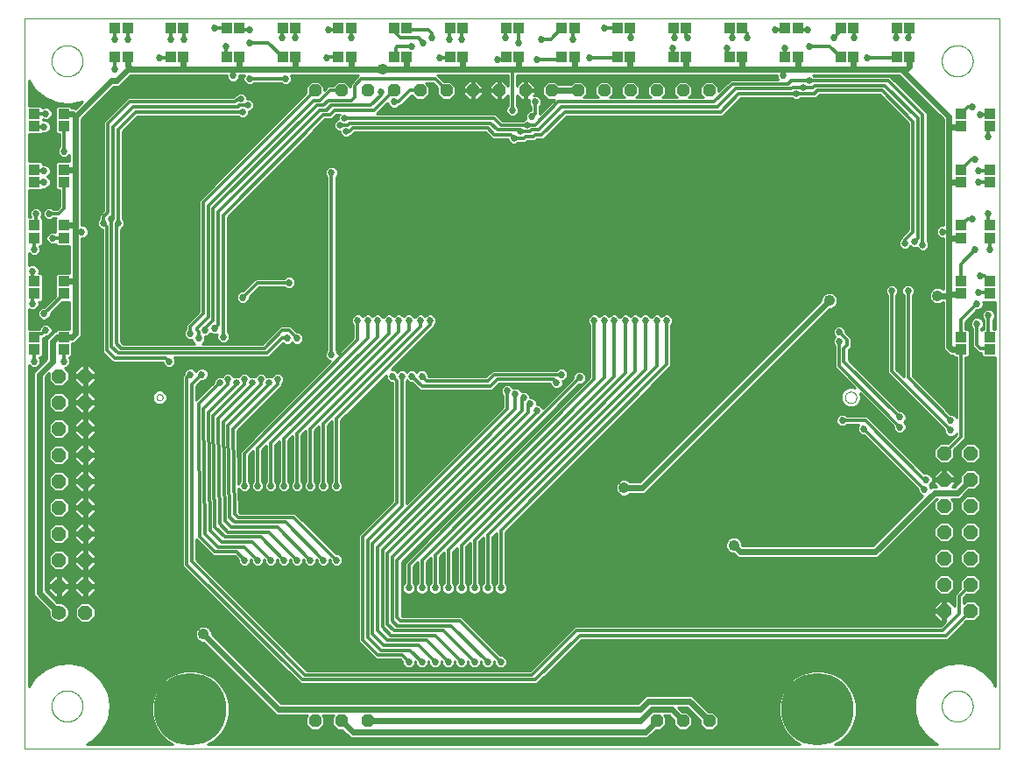
<source format=gtl>
G75*
%MOIN*%
%OFA0B0*%
%FSLAX25Y25*%
%IPPOS*%
%LPD*%
%AMOC8*
5,1,8,0,0,1.08239X$1,22.5*
%
%ADD10C,0.00000*%
%ADD11OC8,0.04724*%
%ADD12C,0.27559*%
%ADD13R,0.03937X0.04331*%
%ADD14R,0.04331X0.03937*%
%ADD15C,0.05512*%
%ADD16OC8,0.05512*%
%ADD17C,0.01000*%
%ADD18C,0.02700*%
%ADD19C,0.04252*%
%ADD20C,0.02400*%
%ADD21C,0.01200*%
%ADD22C,0.02481*%
D10*
X0007875Y0004375D02*
X0007875Y0282466D01*
X0379027Y0282466D01*
X0379027Y0004375D01*
X0007875Y0004375D01*
X0018219Y0020625D02*
X0018221Y0020778D01*
X0018227Y0020932D01*
X0018237Y0021085D01*
X0018251Y0021237D01*
X0018269Y0021390D01*
X0018291Y0021541D01*
X0018316Y0021692D01*
X0018346Y0021843D01*
X0018380Y0021993D01*
X0018417Y0022141D01*
X0018458Y0022289D01*
X0018503Y0022435D01*
X0018552Y0022581D01*
X0018605Y0022725D01*
X0018661Y0022867D01*
X0018721Y0023008D01*
X0018785Y0023148D01*
X0018852Y0023286D01*
X0018923Y0023422D01*
X0018998Y0023556D01*
X0019075Y0023688D01*
X0019157Y0023818D01*
X0019241Y0023946D01*
X0019329Y0024072D01*
X0019420Y0024195D01*
X0019514Y0024316D01*
X0019612Y0024434D01*
X0019712Y0024550D01*
X0019816Y0024663D01*
X0019922Y0024774D01*
X0020031Y0024882D01*
X0020143Y0024987D01*
X0020257Y0025088D01*
X0020375Y0025187D01*
X0020494Y0025283D01*
X0020616Y0025376D01*
X0020741Y0025465D01*
X0020868Y0025552D01*
X0020997Y0025634D01*
X0021128Y0025714D01*
X0021261Y0025790D01*
X0021396Y0025863D01*
X0021533Y0025932D01*
X0021672Y0025997D01*
X0021812Y0026059D01*
X0021954Y0026117D01*
X0022097Y0026172D01*
X0022242Y0026223D01*
X0022388Y0026270D01*
X0022535Y0026313D01*
X0022683Y0026352D01*
X0022832Y0026388D01*
X0022982Y0026419D01*
X0023133Y0026447D01*
X0023284Y0026471D01*
X0023437Y0026491D01*
X0023589Y0026507D01*
X0023742Y0026519D01*
X0023895Y0026527D01*
X0024048Y0026531D01*
X0024202Y0026531D01*
X0024355Y0026527D01*
X0024508Y0026519D01*
X0024661Y0026507D01*
X0024813Y0026491D01*
X0024966Y0026471D01*
X0025117Y0026447D01*
X0025268Y0026419D01*
X0025418Y0026388D01*
X0025567Y0026352D01*
X0025715Y0026313D01*
X0025862Y0026270D01*
X0026008Y0026223D01*
X0026153Y0026172D01*
X0026296Y0026117D01*
X0026438Y0026059D01*
X0026578Y0025997D01*
X0026717Y0025932D01*
X0026854Y0025863D01*
X0026989Y0025790D01*
X0027122Y0025714D01*
X0027253Y0025634D01*
X0027382Y0025552D01*
X0027509Y0025465D01*
X0027634Y0025376D01*
X0027756Y0025283D01*
X0027875Y0025187D01*
X0027993Y0025088D01*
X0028107Y0024987D01*
X0028219Y0024882D01*
X0028328Y0024774D01*
X0028434Y0024663D01*
X0028538Y0024550D01*
X0028638Y0024434D01*
X0028736Y0024316D01*
X0028830Y0024195D01*
X0028921Y0024072D01*
X0029009Y0023946D01*
X0029093Y0023818D01*
X0029175Y0023688D01*
X0029252Y0023556D01*
X0029327Y0023422D01*
X0029398Y0023286D01*
X0029465Y0023148D01*
X0029529Y0023008D01*
X0029589Y0022867D01*
X0029645Y0022725D01*
X0029698Y0022581D01*
X0029747Y0022435D01*
X0029792Y0022289D01*
X0029833Y0022141D01*
X0029870Y0021993D01*
X0029904Y0021843D01*
X0029934Y0021692D01*
X0029959Y0021541D01*
X0029981Y0021390D01*
X0029999Y0021237D01*
X0030013Y0021085D01*
X0030023Y0020932D01*
X0030029Y0020778D01*
X0030031Y0020625D01*
X0030029Y0020472D01*
X0030023Y0020318D01*
X0030013Y0020165D01*
X0029999Y0020013D01*
X0029981Y0019860D01*
X0029959Y0019709D01*
X0029934Y0019558D01*
X0029904Y0019407D01*
X0029870Y0019257D01*
X0029833Y0019109D01*
X0029792Y0018961D01*
X0029747Y0018815D01*
X0029698Y0018669D01*
X0029645Y0018525D01*
X0029589Y0018383D01*
X0029529Y0018242D01*
X0029465Y0018102D01*
X0029398Y0017964D01*
X0029327Y0017828D01*
X0029252Y0017694D01*
X0029175Y0017562D01*
X0029093Y0017432D01*
X0029009Y0017304D01*
X0028921Y0017178D01*
X0028830Y0017055D01*
X0028736Y0016934D01*
X0028638Y0016816D01*
X0028538Y0016700D01*
X0028434Y0016587D01*
X0028328Y0016476D01*
X0028219Y0016368D01*
X0028107Y0016263D01*
X0027993Y0016162D01*
X0027875Y0016063D01*
X0027756Y0015967D01*
X0027634Y0015874D01*
X0027509Y0015785D01*
X0027382Y0015698D01*
X0027253Y0015616D01*
X0027122Y0015536D01*
X0026989Y0015460D01*
X0026854Y0015387D01*
X0026717Y0015318D01*
X0026578Y0015253D01*
X0026438Y0015191D01*
X0026296Y0015133D01*
X0026153Y0015078D01*
X0026008Y0015027D01*
X0025862Y0014980D01*
X0025715Y0014937D01*
X0025567Y0014898D01*
X0025418Y0014862D01*
X0025268Y0014831D01*
X0025117Y0014803D01*
X0024966Y0014779D01*
X0024813Y0014759D01*
X0024661Y0014743D01*
X0024508Y0014731D01*
X0024355Y0014723D01*
X0024202Y0014719D01*
X0024048Y0014719D01*
X0023895Y0014723D01*
X0023742Y0014731D01*
X0023589Y0014743D01*
X0023437Y0014759D01*
X0023284Y0014779D01*
X0023133Y0014803D01*
X0022982Y0014831D01*
X0022832Y0014862D01*
X0022683Y0014898D01*
X0022535Y0014937D01*
X0022388Y0014980D01*
X0022242Y0015027D01*
X0022097Y0015078D01*
X0021954Y0015133D01*
X0021812Y0015191D01*
X0021672Y0015253D01*
X0021533Y0015318D01*
X0021396Y0015387D01*
X0021261Y0015460D01*
X0021128Y0015536D01*
X0020997Y0015616D01*
X0020868Y0015698D01*
X0020741Y0015785D01*
X0020616Y0015874D01*
X0020494Y0015967D01*
X0020375Y0016063D01*
X0020257Y0016162D01*
X0020143Y0016263D01*
X0020031Y0016368D01*
X0019922Y0016476D01*
X0019816Y0016587D01*
X0019712Y0016700D01*
X0019612Y0016816D01*
X0019514Y0016934D01*
X0019420Y0017055D01*
X0019329Y0017178D01*
X0019241Y0017304D01*
X0019157Y0017432D01*
X0019075Y0017562D01*
X0018998Y0017694D01*
X0018923Y0017828D01*
X0018852Y0017964D01*
X0018785Y0018102D01*
X0018721Y0018242D01*
X0018661Y0018383D01*
X0018605Y0018525D01*
X0018552Y0018669D01*
X0018503Y0018815D01*
X0018458Y0018961D01*
X0018417Y0019109D01*
X0018380Y0019257D01*
X0018346Y0019407D01*
X0018316Y0019558D01*
X0018291Y0019709D01*
X0018269Y0019860D01*
X0018251Y0020013D01*
X0018237Y0020165D01*
X0018227Y0020318D01*
X0018221Y0020472D01*
X0018219Y0020625D01*
X0058136Y0138125D02*
X0058138Y0138194D01*
X0058144Y0138262D01*
X0058154Y0138330D01*
X0058168Y0138397D01*
X0058186Y0138464D01*
X0058207Y0138529D01*
X0058233Y0138593D01*
X0058262Y0138655D01*
X0058294Y0138715D01*
X0058330Y0138774D01*
X0058370Y0138830D01*
X0058412Y0138884D01*
X0058458Y0138935D01*
X0058507Y0138984D01*
X0058558Y0139030D01*
X0058612Y0139072D01*
X0058668Y0139112D01*
X0058726Y0139148D01*
X0058787Y0139180D01*
X0058849Y0139209D01*
X0058913Y0139235D01*
X0058978Y0139256D01*
X0059045Y0139274D01*
X0059112Y0139288D01*
X0059180Y0139298D01*
X0059248Y0139304D01*
X0059317Y0139306D01*
X0059386Y0139304D01*
X0059454Y0139298D01*
X0059522Y0139288D01*
X0059589Y0139274D01*
X0059656Y0139256D01*
X0059721Y0139235D01*
X0059785Y0139209D01*
X0059847Y0139180D01*
X0059907Y0139148D01*
X0059966Y0139112D01*
X0060022Y0139072D01*
X0060076Y0139030D01*
X0060127Y0138984D01*
X0060176Y0138935D01*
X0060222Y0138884D01*
X0060264Y0138830D01*
X0060304Y0138774D01*
X0060340Y0138715D01*
X0060372Y0138655D01*
X0060401Y0138593D01*
X0060427Y0138529D01*
X0060448Y0138464D01*
X0060466Y0138397D01*
X0060480Y0138330D01*
X0060490Y0138262D01*
X0060496Y0138194D01*
X0060498Y0138125D01*
X0060496Y0138056D01*
X0060490Y0137988D01*
X0060480Y0137920D01*
X0060466Y0137853D01*
X0060448Y0137786D01*
X0060427Y0137721D01*
X0060401Y0137657D01*
X0060372Y0137595D01*
X0060340Y0137534D01*
X0060304Y0137476D01*
X0060264Y0137420D01*
X0060222Y0137366D01*
X0060176Y0137315D01*
X0060127Y0137266D01*
X0060076Y0137220D01*
X0060022Y0137178D01*
X0059966Y0137138D01*
X0059908Y0137102D01*
X0059847Y0137070D01*
X0059785Y0137041D01*
X0059721Y0137015D01*
X0059656Y0136994D01*
X0059589Y0136976D01*
X0059522Y0136962D01*
X0059454Y0136952D01*
X0059386Y0136946D01*
X0059317Y0136944D01*
X0059248Y0136946D01*
X0059180Y0136952D01*
X0059112Y0136962D01*
X0059045Y0136976D01*
X0058978Y0136994D01*
X0058913Y0137015D01*
X0058849Y0137041D01*
X0058787Y0137070D01*
X0058726Y0137102D01*
X0058668Y0137138D01*
X0058612Y0137178D01*
X0058558Y0137220D01*
X0058507Y0137266D01*
X0058458Y0137315D01*
X0058412Y0137366D01*
X0058370Y0137420D01*
X0058330Y0137476D01*
X0058294Y0137534D01*
X0058262Y0137595D01*
X0058233Y0137657D01*
X0058207Y0137721D01*
X0058186Y0137786D01*
X0058168Y0137853D01*
X0058154Y0137920D01*
X0058144Y0137988D01*
X0058138Y0138056D01*
X0058136Y0138125D01*
X0320144Y0138125D02*
X0320146Y0138218D01*
X0320152Y0138310D01*
X0320162Y0138402D01*
X0320176Y0138493D01*
X0320193Y0138584D01*
X0320215Y0138674D01*
X0320240Y0138763D01*
X0320269Y0138851D01*
X0320302Y0138937D01*
X0320339Y0139022D01*
X0320379Y0139106D01*
X0320423Y0139187D01*
X0320470Y0139267D01*
X0320520Y0139345D01*
X0320574Y0139420D01*
X0320631Y0139493D01*
X0320691Y0139563D01*
X0320754Y0139631D01*
X0320820Y0139696D01*
X0320888Y0139758D01*
X0320959Y0139818D01*
X0321033Y0139874D01*
X0321109Y0139927D01*
X0321187Y0139976D01*
X0321267Y0140023D01*
X0321349Y0140065D01*
X0321433Y0140105D01*
X0321518Y0140140D01*
X0321605Y0140172D01*
X0321693Y0140201D01*
X0321782Y0140225D01*
X0321872Y0140246D01*
X0321963Y0140262D01*
X0322055Y0140275D01*
X0322147Y0140284D01*
X0322240Y0140289D01*
X0322332Y0140290D01*
X0322425Y0140287D01*
X0322517Y0140280D01*
X0322609Y0140269D01*
X0322700Y0140254D01*
X0322791Y0140236D01*
X0322881Y0140213D01*
X0322969Y0140187D01*
X0323057Y0140157D01*
X0323143Y0140123D01*
X0323227Y0140086D01*
X0323310Y0140044D01*
X0323391Y0140000D01*
X0323471Y0139952D01*
X0323548Y0139901D01*
X0323622Y0139846D01*
X0323695Y0139788D01*
X0323765Y0139728D01*
X0323832Y0139664D01*
X0323896Y0139598D01*
X0323958Y0139528D01*
X0324016Y0139457D01*
X0324071Y0139383D01*
X0324123Y0139306D01*
X0324172Y0139227D01*
X0324218Y0139147D01*
X0324260Y0139064D01*
X0324298Y0138980D01*
X0324333Y0138894D01*
X0324364Y0138807D01*
X0324391Y0138719D01*
X0324414Y0138629D01*
X0324434Y0138539D01*
X0324450Y0138448D01*
X0324462Y0138356D01*
X0324470Y0138264D01*
X0324474Y0138171D01*
X0324474Y0138079D01*
X0324470Y0137986D01*
X0324462Y0137894D01*
X0324450Y0137802D01*
X0324434Y0137711D01*
X0324414Y0137621D01*
X0324391Y0137531D01*
X0324364Y0137443D01*
X0324333Y0137356D01*
X0324298Y0137270D01*
X0324260Y0137186D01*
X0324218Y0137103D01*
X0324172Y0137023D01*
X0324123Y0136944D01*
X0324071Y0136867D01*
X0324016Y0136793D01*
X0323958Y0136722D01*
X0323896Y0136652D01*
X0323832Y0136586D01*
X0323765Y0136522D01*
X0323695Y0136462D01*
X0323622Y0136404D01*
X0323548Y0136349D01*
X0323471Y0136298D01*
X0323392Y0136250D01*
X0323310Y0136206D01*
X0323227Y0136164D01*
X0323143Y0136127D01*
X0323057Y0136093D01*
X0322969Y0136063D01*
X0322881Y0136037D01*
X0322791Y0136014D01*
X0322700Y0135996D01*
X0322609Y0135981D01*
X0322517Y0135970D01*
X0322425Y0135963D01*
X0322332Y0135960D01*
X0322240Y0135961D01*
X0322147Y0135966D01*
X0322055Y0135975D01*
X0321963Y0135988D01*
X0321872Y0136004D01*
X0321782Y0136025D01*
X0321693Y0136049D01*
X0321605Y0136078D01*
X0321518Y0136110D01*
X0321433Y0136145D01*
X0321349Y0136185D01*
X0321267Y0136227D01*
X0321187Y0136274D01*
X0321109Y0136323D01*
X0321033Y0136376D01*
X0320959Y0136432D01*
X0320888Y0136492D01*
X0320820Y0136554D01*
X0320754Y0136619D01*
X0320691Y0136687D01*
X0320631Y0136757D01*
X0320574Y0136830D01*
X0320520Y0136905D01*
X0320470Y0136983D01*
X0320423Y0137063D01*
X0320379Y0137144D01*
X0320339Y0137228D01*
X0320302Y0137313D01*
X0320269Y0137399D01*
X0320240Y0137487D01*
X0320215Y0137576D01*
X0320193Y0137666D01*
X0320176Y0137757D01*
X0320162Y0137848D01*
X0320152Y0137940D01*
X0320146Y0138032D01*
X0320144Y0138125D01*
X0356969Y0020625D02*
X0356971Y0020778D01*
X0356977Y0020932D01*
X0356987Y0021085D01*
X0357001Y0021237D01*
X0357019Y0021390D01*
X0357041Y0021541D01*
X0357066Y0021692D01*
X0357096Y0021843D01*
X0357130Y0021993D01*
X0357167Y0022141D01*
X0357208Y0022289D01*
X0357253Y0022435D01*
X0357302Y0022581D01*
X0357355Y0022725D01*
X0357411Y0022867D01*
X0357471Y0023008D01*
X0357535Y0023148D01*
X0357602Y0023286D01*
X0357673Y0023422D01*
X0357748Y0023556D01*
X0357825Y0023688D01*
X0357907Y0023818D01*
X0357991Y0023946D01*
X0358079Y0024072D01*
X0358170Y0024195D01*
X0358264Y0024316D01*
X0358362Y0024434D01*
X0358462Y0024550D01*
X0358566Y0024663D01*
X0358672Y0024774D01*
X0358781Y0024882D01*
X0358893Y0024987D01*
X0359007Y0025088D01*
X0359125Y0025187D01*
X0359244Y0025283D01*
X0359366Y0025376D01*
X0359491Y0025465D01*
X0359618Y0025552D01*
X0359747Y0025634D01*
X0359878Y0025714D01*
X0360011Y0025790D01*
X0360146Y0025863D01*
X0360283Y0025932D01*
X0360422Y0025997D01*
X0360562Y0026059D01*
X0360704Y0026117D01*
X0360847Y0026172D01*
X0360992Y0026223D01*
X0361138Y0026270D01*
X0361285Y0026313D01*
X0361433Y0026352D01*
X0361582Y0026388D01*
X0361732Y0026419D01*
X0361883Y0026447D01*
X0362034Y0026471D01*
X0362187Y0026491D01*
X0362339Y0026507D01*
X0362492Y0026519D01*
X0362645Y0026527D01*
X0362798Y0026531D01*
X0362952Y0026531D01*
X0363105Y0026527D01*
X0363258Y0026519D01*
X0363411Y0026507D01*
X0363563Y0026491D01*
X0363716Y0026471D01*
X0363867Y0026447D01*
X0364018Y0026419D01*
X0364168Y0026388D01*
X0364317Y0026352D01*
X0364465Y0026313D01*
X0364612Y0026270D01*
X0364758Y0026223D01*
X0364903Y0026172D01*
X0365046Y0026117D01*
X0365188Y0026059D01*
X0365328Y0025997D01*
X0365467Y0025932D01*
X0365604Y0025863D01*
X0365739Y0025790D01*
X0365872Y0025714D01*
X0366003Y0025634D01*
X0366132Y0025552D01*
X0366259Y0025465D01*
X0366384Y0025376D01*
X0366506Y0025283D01*
X0366625Y0025187D01*
X0366743Y0025088D01*
X0366857Y0024987D01*
X0366969Y0024882D01*
X0367078Y0024774D01*
X0367184Y0024663D01*
X0367288Y0024550D01*
X0367388Y0024434D01*
X0367486Y0024316D01*
X0367580Y0024195D01*
X0367671Y0024072D01*
X0367759Y0023946D01*
X0367843Y0023818D01*
X0367925Y0023688D01*
X0368002Y0023556D01*
X0368077Y0023422D01*
X0368148Y0023286D01*
X0368215Y0023148D01*
X0368279Y0023008D01*
X0368339Y0022867D01*
X0368395Y0022725D01*
X0368448Y0022581D01*
X0368497Y0022435D01*
X0368542Y0022289D01*
X0368583Y0022141D01*
X0368620Y0021993D01*
X0368654Y0021843D01*
X0368684Y0021692D01*
X0368709Y0021541D01*
X0368731Y0021390D01*
X0368749Y0021237D01*
X0368763Y0021085D01*
X0368773Y0020932D01*
X0368779Y0020778D01*
X0368781Y0020625D01*
X0368779Y0020472D01*
X0368773Y0020318D01*
X0368763Y0020165D01*
X0368749Y0020013D01*
X0368731Y0019860D01*
X0368709Y0019709D01*
X0368684Y0019558D01*
X0368654Y0019407D01*
X0368620Y0019257D01*
X0368583Y0019109D01*
X0368542Y0018961D01*
X0368497Y0018815D01*
X0368448Y0018669D01*
X0368395Y0018525D01*
X0368339Y0018383D01*
X0368279Y0018242D01*
X0368215Y0018102D01*
X0368148Y0017964D01*
X0368077Y0017828D01*
X0368002Y0017694D01*
X0367925Y0017562D01*
X0367843Y0017432D01*
X0367759Y0017304D01*
X0367671Y0017178D01*
X0367580Y0017055D01*
X0367486Y0016934D01*
X0367388Y0016816D01*
X0367288Y0016700D01*
X0367184Y0016587D01*
X0367078Y0016476D01*
X0366969Y0016368D01*
X0366857Y0016263D01*
X0366743Y0016162D01*
X0366625Y0016063D01*
X0366506Y0015967D01*
X0366384Y0015874D01*
X0366259Y0015785D01*
X0366132Y0015698D01*
X0366003Y0015616D01*
X0365872Y0015536D01*
X0365739Y0015460D01*
X0365604Y0015387D01*
X0365467Y0015318D01*
X0365328Y0015253D01*
X0365188Y0015191D01*
X0365046Y0015133D01*
X0364903Y0015078D01*
X0364758Y0015027D01*
X0364612Y0014980D01*
X0364465Y0014937D01*
X0364317Y0014898D01*
X0364168Y0014862D01*
X0364018Y0014831D01*
X0363867Y0014803D01*
X0363716Y0014779D01*
X0363563Y0014759D01*
X0363411Y0014743D01*
X0363258Y0014731D01*
X0363105Y0014723D01*
X0362952Y0014719D01*
X0362798Y0014719D01*
X0362645Y0014723D01*
X0362492Y0014731D01*
X0362339Y0014743D01*
X0362187Y0014759D01*
X0362034Y0014779D01*
X0361883Y0014803D01*
X0361732Y0014831D01*
X0361582Y0014862D01*
X0361433Y0014898D01*
X0361285Y0014937D01*
X0361138Y0014980D01*
X0360992Y0015027D01*
X0360847Y0015078D01*
X0360704Y0015133D01*
X0360562Y0015191D01*
X0360422Y0015253D01*
X0360283Y0015318D01*
X0360146Y0015387D01*
X0360011Y0015460D01*
X0359878Y0015536D01*
X0359747Y0015616D01*
X0359618Y0015698D01*
X0359491Y0015785D01*
X0359366Y0015874D01*
X0359244Y0015967D01*
X0359125Y0016063D01*
X0359007Y0016162D01*
X0358893Y0016263D01*
X0358781Y0016368D01*
X0358672Y0016476D01*
X0358566Y0016587D01*
X0358462Y0016700D01*
X0358362Y0016816D01*
X0358264Y0016934D01*
X0358170Y0017055D01*
X0358079Y0017178D01*
X0357991Y0017304D01*
X0357907Y0017432D01*
X0357825Y0017562D01*
X0357748Y0017694D01*
X0357673Y0017828D01*
X0357602Y0017964D01*
X0357535Y0018102D01*
X0357471Y0018242D01*
X0357411Y0018383D01*
X0357355Y0018525D01*
X0357302Y0018669D01*
X0357253Y0018815D01*
X0357208Y0018961D01*
X0357167Y0019109D01*
X0357130Y0019257D01*
X0357096Y0019407D01*
X0357066Y0019558D01*
X0357041Y0019709D01*
X0357019Y0019860D01*
X0357001Y0020013D01*
X0356987Y0020165D01*
X0356977Y0020318D01*
X0356971Y0020472D01*
X0356969Y0020625D01*
X0356969Y0266250D02*
X0356971Y0266403D01*
X0356977Y0266557D01*
X0356987Y0266710D01*
X0357001Y0266862D01*
X0357019Y0267015D01*
X0357041Y0267166D01*
X0357066Y0267317D01*
X0357096Y0267468D01*
X0357130Y0267618D01*
X0357167Y0267766D01*
X0357208Y0267914D01*
X0357253Y0268060D01*
X0357302Y0268206D01*
X0357355Y0268350D01*
X0357411Y0268492D01*
X0357471Y0268633D01*
X0357535Y0268773D01*
X0357602Y0268911D01*
X0357673Y0269047D01*
X0357748Y0269181D01*
X0357825Y0269313D01*
X0357907Y0269443D01*
X0357991Y0269571D01*
X0358079Y0269697D01*
X0358170Y0269820D01*
X0358264Y0269941D01*
X0358362Y0270059D01*
X0358462Y0270175D01*
X0358566Y0270288D01*
X0358672Y0270399D01*
X0358781Y0270507D01*
X0358893Y0270612D01*
X0359007Y0270713D01*
X0359125Y0270812D01*
X0359244Y0270908D01*
X0359366Y0271001D01*
X0359491Y0271090D01*
X0359618Y0271177D01*
X0359747Y0271259D01*
X0359878Y0271339D01*
X0360011Y0271415D01*
X0360146Y0271488D01*
X0360283Y0271557D01*
X0360422Y0271622D01*
X0360562Y0271684D01*
X0360704Y0271742D01*
X0360847Y0271797D01*
X0360992Y0271848D01*
X0361138Y0271895D01*
X0361285Y0271938D01*
X0361433Y0271977D01*
X0361582Y0272013D01*
X0361732Y0272044D01*
X0361883Y0272072D01*
X0362034Y0272096D01*
X0362187Y0272116D01*
X0362339Y0272132D01*
X0362492Y0272144D01*
X0362645Y0272152D01*
X0362798Y0272156D01*
X0362952Y0272156D01*
X0363105Y0272152D01*
X0363258Y0272144D01*
X0363411Y0272132D01*
X0363563Y0272116D01*
X0363716Y0272096D01*
X0363867Y0272072D01*
X0364018Y0272044D01*
X0364168Y0272013D01*
X0364317Y0271977D01*
X0364465Y0271938D01*
X0364612Y0271895D01*
X0364758Y0271848D01*
X0364903Y0271797D01*
X0365046Y0271742D01*
X0365188Y0271684D01*
X0365328Y0271622D01*
X0365467Y0271557D01*
X0365604Y0271488D01*
X0365739Y0271415D01*
X0365872Y0271339D01*
X0366003Y0271259D01*
X0366132Y0271177D01*
X0366259Y0271090D01*
X0366384Y0271001D01*
X0366506Y0270908D01*
X0366625Y0270812D01*
X0366743Y0270713D01*
X0366857Y0270612D01*
X0366969Y0270507D01*
X0367078Y0270399D01*
X0367184Y0270288D01*
X0367288Y0270175D01*
X0367388Y0270059D01*
X0367486Y0269941D01*
X0367580Y0269820D01*
X0367671Y0269697D01*
X0367759Y0269571D01*
X0367843Y0269443D01*
X0367925Y0269313D01*
X0368002Y0269181D01*
X0368077Y0269047D01*
X0368148Y0268911D01*
X0368215Y0268773D01*
X0368279Y0268633D01*
X0368339Y0268492D01*
X0368395Y0268350D01*
X0368448Y0268206D01*
X0368497Y0268060D01*
X0368542Y0267914D01*
X0368583Y0267766D01*
X0368620Y0267618D01*
X0368654Y0267468D01*
X0368684Y0267317D01*
X0368709Y0267166D01*
X0368731Y0267015D01*
X0368749Y0266862D01*
X0368763Y0266710D01*
X0368773Y0266557D01*
X0368779Y0266403D01*
X0368781Y0266250D01*
X0368779Y0266097D01*
X0368773Y0265943D01*
X0368763Y0265790D01*
X0368749Y0265638D01*
X0368731Y0265485D01*
X0368709Y0265334D01*
X0368684Y0265183D01*
X0368654Y0265032D01*
X0368620Y0264882D01*
X0368583Y0264734D01*
X0368542Y0264586D01*
X0368497Y0264440D01*
X0368448Y0264294D01*
X0368395Y0264150D01*
X0368339Y0264008D01*
X0368279Y0263867D01*
X0368215Y0263727D01*
X0368148Y0263589D01*
X0368077Y0263453D01*
X0368002Y0263319D01*
X0367925Y0263187D01*
X0367843Y0263057D01*
X0367759Y0262929D01*
X0367671Y0262803D01*
X0367580Y0262680D01*
X0367486Y0262559D01*
X0367388Y0262441D01*
X0367288Y0262325D01*
X0367184Y0262212D01*
X0367078Y0262101D01*
X0366969Y0261993D01*
X0366857Y0261888D01*
X0366743Y0261787D01*
X0366625Y0261688D01*
X0366506Y0261592D01*
X0366384Y0261499D01*
X0366259Y0261410D01*
X0366132Y0261323D01*
X0366003Y0261241D01*
X0365872Y0261161D01*
X0365739Y0261085D01*
X0365604Y0261012D01*
X0365467Y0260943D01*
X0365328Y0260878D01*
X0365188Y0260816D01*
X0365046Y0260758D01*
X0364903Y0260703D01*
X0364758Y0260652D01*
X0364612Y0260605D01*
X0364465Y0260562D01*
X0364317Y0260523D01*
X0364168Y0260487D01*
X0364018Y0260456D01*
X0363867Y0260428D01*
X0363716Y0260404D01*
X0363563Y0260384D01*
X0363411Y0260368D01*
X0363258Y0260356D01*
X0363105Y0260348D01*
X0362952Y0260344D01*
X0362798Y0260344D01*
X0362645Y0260348D01*
X0362492Y0260356D01*
X0362339Y0260368D01*
X0362187Y0260384D01*
X0362034Y0260404D01*
X0361883Y0260428D01*
X0361732Y0260456D01*
X0361582Y0260487D01*
X0361433Y0260523D01*
X0361285Y0260562D01*
X0361138Y0260605D01*
X0360992Y0260652D01*
X0360847Y0260703D01*
X0360704Y0260758D01*
X0360562Y0260816D01*
X0360422Y0260878D01*
X0360283Y0260943D01*
X0360146Y0261012D01*
X0360011Y0261085D01*
X0359878Y0261161D01*
X0359747Y0261241D01*
X0359618Y0261323D01*
X0359491Y0261410D01*
X0359366Y0261499D01*
X0359244Y0261592D01*
X0359125Y0261688D01*
X0359007Y0261787D01*
X0358893Y0261888D01*
X0358781Y0261993D01*
X0358672Y0262101D01*
X0358566Y0262212D01*
X0358462Y0262325D01*
X0358362Y0262441D01*
X0358264Y0262559D01*
X0358170Y0262680D01*
X0358079Y0262803D01*
X0357991Y0262929D01*
X0357907Y0263057D01*
X0357825Y0263187D01*
X0357748Y0263319D01*
X0357673Y0263453D01*
X0357602Y0263589D01*
X0357535Y0263727D01*
X0357471Y0263867D01*
X0357411Y0264008D01*
X0357355Y0264150D01*
X0357302Y0264294D01*
X0357253Y0264440D01*
X0357208Y0264586D01*
X0357167Y0264734D01*
X0357130Y0264882D01*
X0357096Y0265032D01*
X0357066Y0265183D01*
X0357041Y0265334D01*
X0357019Y0265485D01*
X0357001Y0265638D01*
X0356987Y0265790D01*
X0356977Y0265943D01*
X0356971Y0266097D01*
X0356969Y0266250D01*
X0018219Y0266250D02*
X0018221Y0266403D01*
X0018227Y0266557D01*
X0018237Y0266710D01*
X0018251Y0266862D01*
X0018269Y0267015D01*
X0018291Y0267166D01*
X0018316Y0267317D01*
X0018346Y0267468D01*
X0018380Y0267618D01*
X0018417Y0267766D01*
X0018458Y0267914D01*
X0018503Y0268060D01*
X0018552Y0268206D01*
X0018605Y0268350D01*
X0018661Y0268492D01*
X0018721Y0268633D01*
X0018785Y0268773D01*
X0018852Y0268911D01*
X0018923Y0269047D01*
X0018998Y0269181D01*
X0019075Y0269313D01*
X0019157Y0269443D01*
X0019241Y0269571D01*
X0019329Y0269697D01*
X0019420Y0269820D01*
X0019514Y0269941D01*
X0019612Y0270059D01*
X0019712Y0270175D01*
X0019816Y0270288D01*
X0019922Y0270399D01*
X0020031Y0270507D01*
X0020143Y0270612D01*
X0020257Y0270713D01*
X0020375Y0270812D01*
X0020494Y0270908D01*
X0020616Y0271001D01*
X0020741Y0271090D01*
X0020868Y0271177D01*
X0020997Y0271259D01*
X0021128Y0271339D01*
X0021261Y0271415D01*
X0021396Y0271488D01*
X0021533Y0271557D01*
X0021672Y0271622D01*
X0021812Y0271684D01*
X0021954Y0271742D01*
X0022097Y0271797D01*
X0022242Y0271848D01*
X0022388Y0271895D01*
X0022535Y0271938D01*
X0022683Y0271977D01*
X0022832Y0272013D01*
X0022982Y0272044D01*
X0023133Y0272072D01*
X0023284Y0272096D01*
X0023437Y0272116D01*
X0023589Y0272132D01*
X0023742Y0272144D01*
X0023895Y0272152D01*
X0024048Y0272156D01*
X0024202Y0272156D01*
X0024355Y0272152D01*
X0024508Y0272144D01*
X0024661Y0272132D01*
X0024813Y0272116D01*
X0024966Y0272096D01*
X0025117Y0272072D01*
X0025268Y0272044D01*
X0025418Y0272013D01*
X0025567Y0271977D01*
X0025715Y0271938D01*
X0025862Y0271895D01*
X0026008Y0271848D01*
X0026153Y0271797D01*
X0026296Y0271742D01*
X0026438Y0271684D01*
X0026578Y0271622D01*
X0026717Y0271557D01*
X0026854Y0271488D01*
X0026989Y0271415D01*
X0027122Y0271339D01*
X0027253Y0271259D01*
X0027382Y0271177D01*
X0027509Y0271090D01*
X0027634Y0271001D01*
X0027756Y0270908D01*
X0027875Y0270812D01*
X0027993Y0270713D01*
X0028107Y0270612D01*
X0028219Y0270507D01*
X0028328Y0270399D01*
X0028434Y0270288D01*
X0028538Y0270175D01*
X0028638Y0270059D01*
X0028736Y0269941D01*
X0028830Y0269820D01*
X0028921Y0269697D01*
X0029009Y0269571D01*
X0029093Y0269443D01*
X0029175Y0269313D01*
X0029252Y0269181D01*
X0029327Y0269047D01*
X0029398Y0268911D01*
X0029465Y0268773D01*
X0029529Y0268633D01*
X0029589Y0268492D01*
X0029645Y0268350D01*
X0029698Y0268206D01*
X0029747Y0268060D01*
X0029792Y0267914D01*
X0029833Y0267766D01*
X0029870Y0267618D01*
X0029904Y0267468D01*
X0029934Y0267317D01*
X0029959Y0267166D01*
X0029981Y0267015D01*
X0029999Y0266862D01*
X0030013Y0266710D01*
X0030023Y0266557D01*
X0030029Y0266403D01*
X0030031Y0266250D01*
X0030029Y0266097D01*
X0030023Y0265943D01*
X0030013Y0265790D01*
X0029999Y0265638D01*
X0029981Y0265485D01*
X0029959Y0265334D01*
X0029934Y0265183D01*
X0029904Y0265032D01*
X0029870Y0264882D01*
X0029833Y0264734D01*
X0029792Y0264586D01*
X0029747Y0264440D01*
X0029698Y0264294D01*
X0029645Y0264150D01*
X0029589Y0264008D01*
X0029529Y0263867D01*
X0029465Y0263727D01*
X0029398Y0263589D01*
X0029327Y0263453D01*
X0029252Y0263319D01*
X0029175Y0263187D01*
X0029093Y0263057D01*
X0029009Y0262929D01*
X0028921Y0262803D01*
X0028830Y0262680D01*
X0028736Y0262559D01*
X0028638Y0262441D01*
X0028538Y0262325D01*
X0028434Y0262212D01*
X0028328Y0262101D01*
X0028219Y0261993D01*
X0028107Y0261888D01*
X0027993Y0261787D01*
X0027875Y0261688D01*
X0027756Y0261592D01*
X0027634Y0261499D01*
X0027509Y0261410D01*
X0027382Y0261323D01*
X0027253Y0261241D01*
X0027122Y0261161D01*
X0026989Y0261085D01*
X0026854Y0261012D01*
X0026717Y0260943D01*
X0026578Y0260878D01*
X0026438Y0260816D01*
X0026296Y0260758D01*
X0026153Y0260703D01*
X0026008Y0260652D01*
X0025862Y0260605D01*
X0025715Y0260562D01*
X0025567Y0260523D01*
X0025418Y0260487D01*
X0025268Y0260456D01*
X0025117Y0260428D01*
X0024966Y0260404D01*
X0024813Y0260384D01*
X0024661Y0260368D01*
X0024508Y0260356D01*
X0024355Y0260348D01*
X0024202Y0260344D01*
X0024048Y0260344D01*
X0023895Y0260348D01*
X0023742Y0260356D01*
X0023589Y0260368D01*
X0023437Y0260384D01*
X0023284Y0260404D01*
X0023133Y0260428D01*
X0022982Y0260456D01*
X0022832Y0260487D01*
X0022683Y0260523D01*
X0022535Y0260562D01*
X0022388Y0260605D01*
X0022242Y0260652D01*
X0022097Y0260703D01*
X0021954Y0260758D01*
X0021812Y0260816D01*
X0021672Y0260878D01*
X0021533Y0260943D01*
X0021396Y0261012D01*
X0021261Y0261085D01*
X0021128Y0261161D01*
X0020997Y0261241D01*
X0020868Y0261323D01*
X0020741Y0261410D01*
X0020616Y0261499D01*
X0020494Y0261592D01*
X0020375Y0261688D01*
X0020257Y0261787D01*
X0020143Y0261888D01*
X0020031Y0261993D01*
X0019922Y0262101D01*
X0019816Y0262212D01*
X0019712Y0262325D01*
X0019612Y0262441D01*
X0019514Y0262559D01*
X0019420Y0262680D01*
X0019329Y0262803D01*
X0019241Y0262929D01*
X0019157Y0263057D01*
X0019075Y0263187D01*
X0018998Y0263319D01*
X0018923Y0263453D01*
X0018852Y0263589D01*
X0018785Y0263727D01*
X0018721Y0263867D01*
X0018661Y0264008D01*
X0018605Y0264150D01*
X0018552Y0264294D01*
X0018503Y0264440D01*
X0018458Y0264586D01*
X0018417Y0264734D01*
X0018380Y0264882D01*
X0018346Y0265032D01*
X0018316Y0265183D01*
X0018291Y0265334D01*
X0018269Y0265485D01*
X0018251Y0265638D01*
X0018237Y0265790D01*
X0018227Y0265943D01*
X0018221Y0266097D01*
X0018219Y0266250D01*
D11*
X0118500Y0255000D03*
X0128500Y0255000D03*
X0138500Y0255000D03*
X0148500Y0255000D03*
X0158500Y0255000D03*
X0168500Y0255000D03*
X0178500Y0255000D03*
X0188500Y0255000D03*
X0198500Y0255000D03*
X0208500Y0255000D03*
X0218500Y0255000D03*
X0228500Y0255000D03*
X0238500Y0255000D03*
X0248500Y0255000D03*
X0258500Y0255000D03*
X0268500Y0255000D03*
X0268500Y0015000D03*
X0258500Y0015000D03*
X0248500Y0015000D03*
X0138500Y0015000D03*
X0128500Y0015000D03*
X0118500Y0015000D03*
D12*
X0071000Y0019375D03*
X0309750Y0019375D03*
D13*
X0302112Y0267613D03*
X0297388Y0267613D03*
X0280862Y0267613D03*
X0276138Y0267613D03*
X0259612Y0267613D03*
X0254888Y0267613D03*
X0238362Y0267613D03*
X0233638Y0267613D03*
X0217112Y0267613D03*
X0212388Y0267613D03*
X0195862Y0267613D03*
X0191138Y0267613D03*
X0174612Y0267613D03*
X0169888Y0267613D03*
X0169888Y0278637D03*
X0174612Y0278637D03*
X0191138Y0278637D03*
X0195862Y0278637D03*
X0212388Y0278637D03*
X0217112Y0278637D03*
X0233638Y0278637D03*
X0238362Y0278637D03*
X0254888Y0278637D03*
X0259612Y0278637D03*
X0276138Y0278637D03*
X0280862Y0278637D03*
X0297388Y0278637D03*
X0302112Y0278637D03*
X0318638Y0278637D03*
X0323362Y0278637D03*
X0323362Y0267613D03*
X0318638Y0267613D03*
X0339888Y0267613D03*
X0344612Y0267613D03*
X0344612Y0278637D03*
X0339888Y0278637D03*
X0153362Y0278637D03*
X0148638Y0278637D03*
X0148638Y0267613D03*
X0153362Y0267613D03*
X0132112Y0267613D03*
X0127388Y0267613D03*
X0127388Y0278637D03*
X0132112Y0278637D03*
X0110862Y0278637D03*
X0106138Y0278637D03*
X0106138Y0267613D03*
X0110862Y0267613D03*
X0089612Y0267613D03*
X0084888Y0267613D03*
X0084888Y0278637D03*
X0089612Y0278637D03*
X0068362Y0278637D03*
X0063638Y0278637D03*
X0063638Y0267613D03*
X0068362Y0267613D03*
X0047112Y0267613D03*
X0042388Y0267613D03*
X0042388Y0278637D03*
X0047112Y0278637D03*
D14*
X0022762Y0246112D03*
X0022762Y0241388D03*
X0011738Y0241388D03*
X0011738Y0246112D03*
X0011738Y0224862D03*
X0011738Y0220138D03*
X0022762Y0220138D03*
X0022762Y0224862D03*
X0022762Y0203612D03*
X0022762Y0198888D03*
X0011738Y0198888D03*
X0011738Y0203612D03*
X0011738Y0182362D03*
X0011738Y0177638D03*
X0022762Y0177638D03*
X0022762Y0182362D03*
X0022762Y0161112D03*
X0022762Y0156388D03*
X0011738Y0156388D03*
X0011738Y0161112D03*
X0364238Y0161112D03*
X0364238Y0156388D03*
X0375262Y0156388D03*
X0375262Y0161112D03*
X0375262Y0177638D03*
X0375262Y0182362D03*
X0364238Y0182362D03*
X0364238Y0177638D03*
X0364238Y0198888D03*
X0364238Y0203612D03*
X0375262Y0203612D03*
X0375262Y0198888D03*
X0375262Y0220138D03*
X0375262Y0224862D03*
X0364238Y0224862D03*
X0364238Y0220138D03*
X0364238Y0241388D03*
X0364238Y0246112D03*
X0375262Y0246112D03*
X0375262Y0241388D03*
D15*
X0021000Y0056250D03*
D16*
X0031000Y0056250D03*
X0031000Y0066250D03*
X0021000Y0066250D03*
X0021000Y0076250D03*
X0031000Y0076250D03*
X0031000Y0086250D03*
X0021000Y0086250D03*
X0021000Y0096250D03*
X0031000Y0096250D03*
X0031000Y0106250D03*
X0021000Y0106250D03*
X0021000Y0116250D03*
X0031000Y0116250D03*
X0031000Y0126250D03*
X0021000Y0126250D03*
X0021000Y0136250D03*
X0031000Y0136250D03*
X0031000Y0146250D03*
X0021000Y0146250D03*
X0357875Y0116875D03*
X0367875Y0116875D03*
X0367875Y0106875D03*
X0357875Y0106875D03*
X0357875Y0096875D03*
X0367875Y0096875D03*
X0367875Y0086875D03*
X0357875Y0086875D03*
X0357875Y0076875D03*
X0367875Y0076875D03*
X0367875Y0066875D03*
X0357875Y0066875D03*
X0357875Y0056875D03*
X0367875Y0056875D03*
D17*
X0365191Y0059630D02*
X0365191Y0061800D01*
X0366419Y0063029D01*
X0369468Y0063029D01*
X0371721Y0065282D01*
X0371721Y0068468D01*
X0369468Y0070721D01*
X0366282Y0070721D01*
X0364029Y0068468D01*
X0364029Y0065419D01*
X0362800Y0064191D01*
X0361809Y0063200D01*
X0361809Y0058659D01*
X0359550Y0060918D01*
X0358359Y0060918D01*
X0358359Y0057359D01*
X0357391Y0057359D01*
X0357391Y0056391D01*
X0358359Y0056391D01*
X0358359Y0052875D01*
X0356550Y0051066D01*
X0217175Y0051066D01*
X0200300Y0034191D01*
X0115450Y0034191D01*
X0073316Y0076325D01*
X0073316Y0084038D01*
X0073562Y0083797D01*
X0078684Y0078675D01*
X0079675Y0077684D01*
X0087800Y0077684D01*
X0089184Y0076300D01*
X0089184Y0075765D01*
X0089556Y0074868D01*
X0090243Y0074181D01*
X0091140Y0073809D01*
X0092110Y0073809D01*
X0093007Y0074181D01*
X0093694Y0074868D01*
X0094066Y0075765D01*
X0094066Y0076419D01*
X0094184Y0076300D01*
X0094184Y0075765D01*
X0094556Y0074868D01*
X0095243Y0074181D01*
X0096140Y0073809D01*
X0097110Y0073809D01*
X0098007Y0074181D01*
X0098694Y0074868D01*
X0099066Y0075765D01*
X0099066Y0076419D01*
X0099184Y0076300D01*
X0099184Y0075765D01*
X0099556Y0074868D01*
X0100243Y0074181D01*
X0101140Y0073809D01*
X0102110Y0073809D01*
X0103007Y0074181D01*
X0103694Y0074868D01*
X0104066Y0075765D01*
X0104066Y0076419D01*
X0104184Y0076300D01*
X0104184Y0075765D01*
X0104556Y0074868D01*
X0105243Y0074181D01*
X0106140Y0073809D01*
X0107110Y0073809D01*
X0108007Y0074181D01*
X0108694Y0074868D01*
X0109066Y0075765D01*
X0109066Y0076419D01*
X0109184Y0076300D01*
X0109184Y0075765D01*
X0109556Y0074868D01*
X0110243Y0074181D01*
X0111140Y0073809D01*
X0112110Y0073809D01*
X0113007Y0074181D01*
X0113694Y0074868D01*
X0114066Y0075765D01*
X0114066Y0076419D01*
X0114184Y0076300D01*
X0114184Y0075765D01*
X0114556Y0074868D01*
X0115243Y0074181D01*
X0116140Y0073809D01*
X0117110Y0073809D01*
X0118007Y0074181D01*
X0118694Y0074868D01*
X0119066Y0075765D01*
X0119066Y0076419D01*
X0119184Y0076300D01*
X0119184Y0075765D01*
X0119556Y0074868D01*
X0120243Y0074181D01*
X0121140Y0073809D01*
X0122110Y0073809D01*
X0123007Y0074181D01*
X0123694Y0074868D01*
X0124066Y0075765D01*
X0124066Y0076419D01*
X0124184Y0076300D01*
X0124184Y0075765D01*
X0124556Y0074868D01*
X0125243Y0074181D01*
X0126140Y0073809D01*
X0127110Y0073809D01*
X0128007Y0074181D01*
X0128694Y0074868D01*
X0129066Y0075765D01*
X0129066Y0076735D01*
X0128694Y0077632D01*
X0128007Y0078319D01*
X0127110Y0078691D01*
X0126575Y0078691D01*
X0112066Y0093200D01*
X0111075Y0094191D01*
X0089825Y0094191D01*
X0089552Y0094464D01*
X0089380Y0103418D01*
X0089556Y0102993D01*
X0090243Y0102306D01*
X0091140Y0101934D01*
X0092110Y0101934D01*
X0093007Y0102306D01*
X0093694Y0102993D01*
X0094066Y0103890D01*
X0094066Y0104860D01*
X0093694Y0105757D01*
X0093316Y0106136D01*
X0093316Y0116175D01*
X0094934Y0117794D01*
X0094934Y0106136D01*
X0094556Y0105757D01*
X0094184Y0104860D01*
X0094184Y0103890D01*
X0094556Y0102993D01*
X0095243Y0102306D01*
X0096140Y0101934D01*
X0097110Y0101934D01*
X0098007Y0102306D01*
X0098694Y0102993D01*
X0099066Y0103890D01*
X0099066Y0104860D01*
X0098694Y0105757D01*
X0098316Y0106136D01*
X0098316Y0118050D01*
X0099934Y0119669D01*
X0099934Y0106136D01*
X0099556Y0105757D01*
X0099184Y0104860D01*
X0099184Y0103890D01*
X0099556Y0102993D01*
X0100243Y0102306D01*
X0101140Y0101934D01*
X0102110Y0101934D01*
X0103007Y0102306D01*
X0103694Y0102993D01*
X0104066Y0103890D01*
X0104066Y0104860D01*
X0103694Y0105757D01*
X0103316Y0106136D01*
X0103316Y0119925D01*
X0104934Y0121544D01*
X0104934Y0106136D01*
X0104556Y0105757D01*
X0104184Y0104860D01*
X0104184Y0103890D01*
X0104556Y0102993D01*
X0105243Y0102306D01*
X0106140Y0101934D01*
X0107110Y0101934D01*
X0108007Y0102306D01*
X0108694Y0102993D01*
X0109066Y0103890D01*
X0109066Y0104860D01*
X0108694Y0105757D01*
X0108316Y0106136D01*
X0108316Y0121800D01*
X0109934Y0123419D01*
X0109934Y0106136D01*
X0109556Y0105757D01*
X0109184Y0104860D01*
X0109184Y0103890D01*
X0109556Y0102993D01*
X0110243Y0102306D01*
X0111140Y0101934D01*
X0112110Y0101934D01*
X0113007Y0102306D01*
X0113694Y0102993D01*
X0114066Y0103890D01*
X0114066Y0104860D01*
X0113694Y0105757D01*
X0113316Y0106136D01*
X0113316Y0123675D01*
X0114934Y0125294D01*
X0114934Y0106136D01*
X0114556Y0105757D01*
X0114184Y0104860D01*
X0114184Y0103890D01*
X0114556Y0102993D01*
X0115243Y0102306D01*
X0116140Y0101934D01*
X0117110Y0101934D01*
X0118007Y0102306D01*
X0118694Y0102993D01*
X0119066Y0103890D01*
X0119066Y0104860D01*
X0118694Y0105757D01*
X0118316Y0106136D01*
X0118316Y0125550D01*
X0119934Y0127169D01*
X0119934Y0106136D01*
X0119556Y0105757D01*
X0119184Y0104860D01*
X0119184Y0103890D01*
X0119556Y0102993D01*
X0120243Y0102306D01*
X0121140Y0101934D01*
X0122110Y0101934D01*
X0123007Y0102306D01*
X0123694Y0102993D01*
X0124066Y0103890D01*
X0124066Y0104860D01*
X0123694Y0105757D01*
X0123316Y0106136D01*
X0123316Y0127425D01*
X0124934Y0129044D01*
X0124934Y0106136D01*
X0124556Y0105757D01*
X0124184Y0104860D01*
X0124184Y0103890D01*
X0124556Y0102993D01*
X0125243Y0102306D01*
X0126140Y0101934D01*
X0127110Y0101934D01*
X0128007Y0102306D01*
X0128694Y0102993D01*
X0129066Y0103890D01*
X0129066Y0104860D01*
X0128694Y0105757D01*
X0128316Y0106136D01*
X0128316Y0129300D01*
X0145434Y0146419D01*
X0145434Y0145765D01*
X0145806Y0144868D01*
X0146493Y0144181D01*
X0147390Y0143809D01*
X0147925Y0143809D01*
X0148059Y0143675D01*
X0148059Y0098825D01*
X0134934Y0085700D01*
X0134934Y0044925D01*
X0135925Y0043934D01*
X0140559Y0039300D01*
X0141550Y0038309D01*
X0150925Y0038309D01*
X0151684Y0037550D01*
X0151684Y0037015D01*
X0152056Y0036118D01*
X0152743Y0035431D01*
X0153640Y0035059D01*
X0154610Y0035059D01*
X0155507Y0035431D01*
X0156194Y0036118D01*
X0156566Y0037015D01*
X0156566Y0037669D01*
X0156684Y0037550D01*
X0156684Y0037015D01*
X0157056Y0036118D01*
X0157743Y0035431D01*
X0158640Y0035059D01*
X0159610Y0035059D01*
X0160507Y0035431D01*
X0161194Y0036118D01*
X0161566Y0037015D01*
X0161566Y0037669D01*
X0161684Y0037550D01*
X0161684Y0037015D01*
X0162056Y0036118D01*
X0162743Y0035431D01*
X0163640Y0035059D01*
X0164610Y0035059D01*
X0165507Y0035431D01*
X0166194Y0036118D01*
X0166566Y0037015D01*
X0166566Y0037669D01*
X0166684Y0037550D01*
X0166684Y0037015D01*
X0167056Y0036118D01*
X0167743Y0035431D01*
X0168640Y0035059D01*
X0169610Y0035059D01*
X0170507Y0035431D01*
X0171194Y0036118D01*
X0171566Y0037015D01*
X0171566Y0037669D01*
X0171684Y0037550D01*
X0171684Y0037015D01*
X0172056Y0036118D01*
X0172743Y0035431D01*
X0173640Y0035059D01*
X0174610Y0035059D01*
X0175507Y0035431D01*
X0176194Y0036118D01*
X0176566Y0037015D01*
X0176566Y0037669D01*
X0176684Y0037550D01*
X0176684Y0037015D01*
X0177056Y0036118D01*
X0177743Y0035431D01*
X0178640Y0035059D01*
X0179610Y0035059D01*
X0180507Y0035431D01*
X0181194Y0036118D01*
X0181566Y0037015D01*
X0181566Y0037669D01*
X0181684Y0037550D01*
X0181684Y0037015D01*
X0182056Y0036118D01*
X0182743Y0035431D01*
X0183640Y0035059D01*
X0184610Y0035059D01*
X0185507Y0035431D01*
X0186194Y0036118D01*
X0186566Y0037015D01*
X0186566Y0037669D01*
X0186684Y0037550D01*
X0186684Y0037015D01*
X0187056Y0036118D01*
X0187743Y0035431D01*
X0188640Y0035059D01*
X0189610Y0035059D01*
X0190507Y0035431D01*
X0191194Y0036118D01*
X0191566Y0037015D01*
X0191566Y0037985D01*
X0191194Y0038882D01*
X0190507Y0039569D01*
X0189610Y0039941D01*
X0189075Y0039941D01*
X0175191Y0053825D01*
X0174200Y0054816D01*
X0151700Y0054816D01*
X0151441Y0055075D01*
X0151441Y0075550D01*
X0219075Y0143184D01*
X0219610Y0143184D01*
X0220507Y0143556D01*
X0221194Y0144243D01*
X0221566Y0145140D01*
X0221566Y0146110D01*
X0221194Y0147007D01*
X0220507Y0147694D01*
X0219610Y0148066D01*
X0218640Y0148066D01*
X0217743Y0147694D01*
X0217056Y0147007D01*
X0216684Y0146110D01*
X0216684Y0145575D01*
X0205141Y0134032D01*
X0204944Y0134507D01*
X0204257Y0135194D01*
X0203360Y0135566D01*
X0202816Y0135566D01*
X0202816Y0136110D01*
X0202444Y0137007D01*
X0201757Y0137694D01*
X0200860Y0138066D01*
X0200316Y0138066D01*
X0200316Y0138610D01*
X0199944Y0139507D01*
X0199257Y0140194D01*
X0198360Y0140566D01*
X0197390Y0140566D01*
X0196970Y0140392D01*
X0196819Y0140757D01*
X0196132Y0141444D01*
X0195235Y0141816D01*
X0194265Y0141816D01*
X0193845Y0141642D01*
X0193694Y0142007D01*
X0193007Y0142694D01*
X0192110Y0143066D01*
X0191140Y0143066D01*
X0190243Y0142694D01*
X0189556Y0142007D01*
X0189184Y0141110D01*
X0189184Y0140140D01*
X0189556Y0139243D01*
X0189934Y0138864D01*
X0189934Y0134450D01*
X0153316Y0097831D01*
X0153316Y0144489D01*
X0153500Y0144674D01*
X0153993Y0144181D01*
X0154890Y0143809D01*
X0155425Y0143809D01*
X0158425Y0140809D01*
X0186075Y0140809D01*
X0187066Y0141800D01*
X0188575Y0143309D01*
X0207934Y0143309D01*
X0207934Y0143265D01*
X0208306Y0142368D01*
X0208993Y0141681D01*
X0209890Y0141309D01*
X0210860Y0141309D01*
X0211757Y0141681D01*
X0212444Y0142368D01*
X0212816Y0143265D01*
X0212816Y0144235D01*
X0212733Y0144434D01*
X0212735Y0144434D01*
X0213632Y0144806D01*
X0214319Y0145493D01*
X0214691Y0146390D01*
X0214691Y0147360D01*
X0214319Y0148257D01*
X0213632Y0148944D01*
X0212735Y0149316D01*
X0211765Y0149316D01*
X0210868Y0148944D01*
X0210489Y0148566D01*
X0185925Y0148566D01*
X0184934Y0147575D01*
X0183425Y0146066D01*
X0161700Y0146066D01*
X0161566Y0146200D01*
X0161566Y0146735D01*
X0161194Y0147632D01*
X0160507Y0148319D01*
X0159610Y0148691D01*
X0158640Y0148691D01*
X0157743Y0148319D01*
X0157250Y0147826D01*
X0156757Y0148319D01*
X0155860Y0148691D01*
X0154890Y0148691D01*
X0153993Y0148319D01*
X0153500Y0147826D01*
X0153007Y0148319D01*
X0152110Y0148691D01*
X0151140Y0148691D01*
X0150243Y0148319D01*
X0149750Y0147826D01*
X0149257Y0148319D01*
X0148360Y0148691D01*
X0147706Y0148691D01*
X0163941Y0164925D01*
X0163941Y0165739D01*
X0164319Y0166118D01*
X0164691Y0167015D01*
X0164691Y0167985D01*
X0164319Y0168882D01*
X0163632Y0169569D01*
X0162735Y0169941D01*
X0161765Y0169941D01*
X0160868Y0169569D01*
X0160375Y0169076D01*
X0159882Y0169569D01*
X0158985Y0169941D01*
X0158015Y0169941D01*
X0157118Y0169569D01*
X0156431Y0168882D01*
X0156312Y0168596D01*
X0156194Y0168882D01*
X0155507Y0169569D01*
X0154610Y0169941D01*
X0153640Y0169941D01*
X0152743Y0169569D01*
X0152250Y0169076D01*
X0151757Y0169569D01*
X0150860Y0169941D01*
X0149890Y0169941D01*
X0148993Y0169569D01*
X0148500Y0169076D01*
X0148007Y0169569D01*
X0147110Y0169941D01*
X0146140Y0169941D01*
X0145243Y0169569D01*
X0144556Y0168882D01*
X0144437Y0168596D01*
X0144319Y0168882D01*
X0143632Y0169569D01*
X0142735Y0169941D01*
X0141765Y0169941D01*
X0140868Y0169569D01*
X0140375Y0169076D01*
X0139882Y0169569D01*
X0138985Y0169941D01*
X0138015Y0169941D01*
X0137118Y0169569D01*
X0136625Y0169076D01*
X0136132Y0169569D01*
X0135235Y0169941D01*
X0134265Y0169941D01*
X0133368Y0169569D01*
X0132681Y0168882D01*
X0132309Y0167985D01*
X0132309Y0167015D01*
X0132681Y0166118D01*
X0133059Y0165739D01*
X0133059Y0160700D01*
X0127191Y0154831D01*
X0127191Y0154860D01*
X0126819Y0155757D01*
X0126441Y0156136D01*
X0126441Y0221989D01*
X0126819Y0222368D01*
X0127191Y0223265D01*
X0127191Y0224235D01*
X0126819Y0225132D01*
X0126132Y0225819D01*
X0125235Y0226191D01*
X0124265Y0226191D01*
X0123368Y0225819D01*
X0122681Y0225132D01*
X0122309Y0224235D01*
X0122309Y0223265D01*
X0122681Y0222368D01*
X0123059Y0221989D01*
X0123059Y0156136D01*
X0122681Y0155757D01*
X0122309Y0154860D01*
X0122309Y0153890D01*
X0122681Y0152993D01*
X0123368Y0152306D01*
X0124265Y0151934D01*
X0124294Y0151934D01*
X0090925Y0118566D01*
X0089934Y0117575D01*
X0089934Y0106136D01*
X0089556Y0105757D01*
X0089345Y0105247D01*
X0088954Y0125563D01*
X0105816Y0142425D01*
X0105816Y0143394D01*
X0106456Y0144034D01*
X0106456Y0145966D01*
X0105091Y0147331D01*
X0103159Y0147331D01*
X0101909Y0146081D01*
X0100091Y0146081D01*
X0098841Y0147331D01*
X0096909Y0147331D01*
X0095659Y0146081D01*
X0093841Y0146081D01*
X0092591Y0147331D01*
X0090659Y0147331D01*
X0089409Y0146081D01*
X0087591Y0146081D01*
X0086341Y0147331D01*
X0084409Y0147331D01*
X0083159Y0146081D01*
X0081284Y0146081D01*
X0079919Y0144716D01*
X0079919Y0143810D01*
X0073416Y0137307D01*
X0073404Y0137307D01*
X0073316Y0137216D01*
X0073316Y0142425D01*
X0075325Y0144434D01*
X0075860Y0144434D01*
X0076757Y0144806D01*
X0077444Y0145493D01*
X0077816Y0146390D01*
X0077816Y0147360D01*
X0077444Y0148257D01*
X0076757Y0148944D01*
X0075860Y0149316D01*
X0074890Y0149316D01*
X0073993Y0148944D01*
X0073306Y0148257D01*
X0073188Y0147971D01*
X0073069Y0148257D01*
X0072382Y0148944D01*
X0071485Y0149316D01*
X0070515Y0149316D01*
X0069618Y0148944D01*
X0068931Y0148257D01*
X0068559Y0147360D01*
X0068559Y0146825D01*
X0068059Y0146325D01*
X0068059Y0073675D01*
X0069050Y0072684D01*
X0112800Y0028934D01*
X0202950Y0028934D01*
X0203941Y0029925D01*
X0219825Y0045809D01*
X0359200Y0045809D01*
X0360191Y0046800D01*
X0366419Y0053029D01*
X0369468Y0053029D01*
X0371721Y0055282D01*
X0371721Y0058468D01*
X0369468Y0060721D01*
X0366282Y0060721D01*
X0365191Y0059630D01*
X0365191Y0060292D02*
X0365852Y0060292D01*
X0365191Y0061290D02*
X0377345Y0061290D01*
X0377345Y0060292D02*
X0369898Y0060292D01*
X0370897Y0059293D02*
X0377345Y0059293D01*
X0377345Y0058295D02*
X0371721Y0058295D01*
X0371721Y0057296D02*
X0377345Y0057296D01*
X0377345Y0056298D02*
X0371721Y0056298D01*
X0371721Y0055299D02*
X0377345Y0055299D01*
X0377345Y0054301D02*
X0370740Y0054301D01*
X0369742Y0053302D02*
X0377345Y0053302D01*
X0377345Y0052304D02*
X0365694Y0052304D01*
X0364696Y0051305D02*
X0377345Y0051305D01*
X0377345Y0050307D02*
X0363697Y0050307D01*
X0362699Y0049308D02*
X0377345Y0049308D01*
X0377345Y0048309D02*
X0361700Y0048309D01*
X0360702Y0047311D02*
X0377345Y0047311D01*
X0377345Y0046312D02*
X0359703Y0046312D01*
X0360191Y0046800D02*
X0360191Y0046800D01*
X0356789Y0051305D02*
X0177711Y0051305D01*
X0178709Y0050307D02*
X0216416Y0050307D01*
X0215417Y0049308D02*
X0179708Y0049308D01*
X0180706Y0048309D02*
X0214419Y0048309D01*
X0213420Y0047311D02*
X0181705Y0047311D01*
X0182703Y0046312D02*
X0212422Y0046312D01*
X0211423Y0045314D02*
X0183702Y0045314D01*
X0184700Y0044315D02*
X0210425Y0044315D01*
X0209426Y0043317D02*
X0185699Y0043317D01*
X0186697Y0042318D02*
X0208428Y0042318D01*
X0207429Y0041320D02*
X0187696Y0041320D01*
X0188694Y0040321D02*
X0206431Y0040321D01*
X0205432Y0039323D02*
X0190754Y0039323D01*
X0191425Y0038324D02*
X0204434Y0038324D01*
X0203435Y0037326D02*
X0191566Y0037326D01*
X0191281Y0036327D02*
X0202437Y0036327D01*
X0201438Y0035329D02*
X0190261Y0035329D01*
X0187989Y0035329D02*
X0185261Y0035329D01*
X0186281Y0036327D02*
X0186969Y0036327D01*
X0186684Y0037326D02*
X0186566Y0037326D01*
X0182989Y0035329D02*
X0180261Y0035329D01*
X0181281Y0036327D02*
X0181969Y0036327D01*
X0181684Y0037326D02*
X0181566Y0037326D01*
X0177989Y0035329D02*
X0175261Y0035329D01*
X0176281Y0036327D02*
X0176969Y0036327D01*
X0176684Y0037326D02*
X0176566Y0037326D01*
X0172989Y0035329D02*
X0170261Y0035329D01*
X0171281Y0036327D02*
X0171969Y0036327D01*
X0171684Y0037326D02*
X0171566Y0037326D01*
X0167989Y0035329D02*
X0165261Y0035329D01*
X0166281Y0036327D02*
X0166969Y0036327D01*
X0166684Y0037326D02*
X0166566Y0037326D01*
X0162989Y0035329D02*
X0160261Y0035329D01*
X0161281Y0036327D02*
X0161969Y0036327D01*
X0161684Y0037326D02*
X0161566Y0037326D01*
X0157989Y0035329D02*
X0155261Y0035329D01*
X0156281Y0036327D02*
X0156969Y0036327D01*
X0156684Y0037326D02*
X0156566Y0037326D01*
X0152989Y0035329D02*
X0114312Y0035329D01*
X0113313Y0036327D02*
X0151969Y0036327D01*
X0151684Y0037326D02*
X0112315Y0037326D01*
X0111316Y0038324D02*
X0141535Y0038324D01*
X0140536Y0039323D02*
X0110318Y0039323D01*
X0109319Y0040321D02*
X0139538Y0040321D01*
X0138539Y0041320D02*
X0108321Y0041320D01*
X0107322Y0042318D02*
X0137541Y0042318D01*
X0136542Y0043317D02*
X0106324Y0043317D01*
X0105325Y0044315D02*
X0135544Y0044315D01*
X0135925Y0043934D02*
X0135925Y0043934D01*
X0134934Y0045314D02*
X0104327Y0045314D01*
X0103328Y0046312D02*
X0134934Y0046312D01*
X0134934Y0047311D02*
X0102330Y0047311D01*
X0101331Y0048309D02*
X0134934Y0048309D01*
X0134934Y0049308D02*
X0100333Y0049308D01*
X0099334Y0050307D02*
X0134934Y0050307D01*
X0134934Y0051305D02*
X0098336Y0051305D01*
X0097337Y0052304D02*
X0134934Y0052304D01*
X0134934Y0053302D02*
X0096339Y0053302D01*
X0095340Y0054301D02*
X0134934Y0054301D01*
X0134934Y0055299D02*
X0094342Y0055299D01*
X0093343Y0056298D02*
X0134934Y0056298D01*
X0134934Y0057296D02*
X0092345Y0057296D01*
X0091346Y0058295D02*
X0134934Y0058295D01*
X0134934Y0059293D02*
X0090348Y0059293D01*
X0089349Y0060292D02*
X0134934Y0060292D01*
X0134934Y0061290D02*
X0088351Y0061290D01*
X0087352Y0062289D02*
X0134934Y0062289D01*
X0134934Y0063287D02*
X0086354Y0063287D01*
X0085355Y0064286D02*
X0134934Y0064286D01*
X0134934Y0065284D02*
X0084357Y0065284D01*
X0083358Y0066283D02*
X0134934Y0066283D01*
X0134934Y0067281D02*
X0082360Y0067281D01*
X0081361Y0068280D02*
X0134934Y0068280D01*
X0134934Y0069278D02*
X0080363Y0069278D01*
X0079364Y0070277D02*
X0134934Y0070277D01*
X0134934Y0071275D02*
X0078366Y0071275D01*
X0077367Y0072274D02*
X0134934Y0072274D01*
X0134934Y0073272D02*
X0076369Y0073272D01*
X0075370Y0074271D02*
X0090153Y0074271D01*
X0089390Y0075269D02*
X0074371Y0075269D01*
X0073373Y0076268D02*
X0089184Y0076268D01*
X0088218Y0077266D02*
X0073316Y0077266D01*
X0073316Y0078265D02*
X0079094Y0078265D01*
X0078096Y0079263D02*
X0073316Y0079263D01*
X0073316Y0080262D02*
X0077097Y0080262D01*
X0076099Y0081260D02*
X0073316Y0081260D01*
X0073316Y0082259D02*
X0075100Y0082259D01*
X0074102Y0083257D02*
X0073316Y0083257D01*
X0068059Y0083257D02*
X0033725Y0083257D01*
X0032727Y0082259D02*
X0068059Y0082259D01*
X0068059Y0081260D02*
X0015791Y0081260D01*
X0015791Y0080262D02*
X0029294Y0080262D01*
X0029325Y0080293D02*
X0026957Y0077925D01*
X0026957Y0076734D01*
X0030516Y0076734D01*
X0030516Y0075766D01*
X0026957Y0075766D01*
X0026957Y0074575D01*
X0029325Y0072207D01*
X0030516Y0072207D01*
X0030516Y0075766D01*
X0031484Y0075766D01*
X0031484Y0072207D01*
X0032675Y0072207D01*
X0035043Y0074575D01*
X0035043Y0075766D01*
X0031484Y0075766D01*
X0031484Y0076734D01*
X0030516Y0076734D01*
X0030516Y0080293D01*
X0029325Y0080293D01*
X0030516Y0080262D02*
X0031484Y0080262D01*
X0031484Y0080293D02*
X0031484Y0076734D01*
X0035043Y0076734D01*
X0035043Y0077925D01*
X0032675Y0080293D01*
X0031484Y0080293D01*
X0031484Y0079263D02*
X0030516Y0079263D01*
X0030516Y0078265D02*
X0031484Y0078265D01*
X0031484Y0077266D02*
X0030516Y0077266D01*
X0030516Y0076268D02*
X0024846Y0076268D01*
X0024846Y0077266D02*
X0026957Y0077266D01*
X0027297Y0078265D02*
X0024425Y0078265D01*
X0024846Y0077843D02*
X0022593Y0080096D01*
X0019407Y0080096D01*
X0017154Y0077843D01*
X0017154Y0074657D01*
X0019407Y0072404D01*
X0022593Y0072404D01*
X0024846Y0074657D01*
X0024846Y0077843D01*
X0023426Y0079263D02*
X0028295Y0079263D01*
X0029325Y0082207D02*
X0026957Y0084575D01*
X0026957Y0085766D01*
X0030516Y0085766D01*
X0030516Y0086734D01*
X0026957Y0086734D01*
X0026957Y0087925D01*
X0029325Y0090293D01*
X0030516Y0090293D01*
X0030516Y0086734D01*
X0031484Y0086734D01*
X0031484Y0090293D01*
X0032675Y0090293D01*
X0035043Y0087925D01*
X0035043Y0086734D01*
X0031484Y0086734D01*
X0031484Y0085766D01*
X0031484Y0082207D01*
X0032675Y0082207D01*
X0035043Y0084575D01*
X0035043Y0085766D01*
X0031484Y0085766D01*
X0030516Y0085766D01*
X0030516Y0082207D01*
X0029325Y0082207D01*
X0029273Y0082259D02*
X0015791Y0082259D01*
X0015791Y0083257D02*
X0018553Y0083257D01*
X0019407Y0082404D02*
X0022593Y0082404D01*
X0024846Y0084657D01*
X0024846Y0087843D01*
X0022593Y0090096D01*
X0019407Y0090096D01*
X0017154Y0087843D01*
X0017154Y0084657D01*
X0019407Y0082404D01*
X0017554Y0084256D02*
X0015791Y0084256D01*
X0015791Y0085254D02*
X0017154Y0085254D01*
X0017154Y0086253D02*
X0015791Y0086253D01*
X0015791Y0087251D02*
X0017154Y0087251D01*
X0017560Y0088250D02*
X0015791Y0088250D01*
X0015791Y0089248D02*
X0018559Y0089248D01*
X0015791Y0090247D02*
X0029279Y0090247D01*
X0030516Y0090247D02*
X0031484Y0090247D01*
X0031484Y0089248D02*
X0030516Y0089248D01*
X0030516Y0088250D02*
X0031484Y0088250D01*
X0031484Y0087251D02*
X0030516Y0087251D01*
X0030516Y0086253D02*
X0024846Y0086253D01*
X0024846Y0087251D02*
X0026957Y0087251D01*
X0027282Y0088250D02*
X0024440Y0088250D01*
X0023441Y0089248D02*
X0028280Y0089248D01*
X0029325Y0092207D02*
X0026957Y0094575D01*
X0026957Y0095766D01*
X0030516Y0095766D01*
X0030516Y0096734D01*
X0026957Y0096734D01*
X0026957Y0097925D01*
X0029325Y0100293D01*
X0030516Y0100293D01*
X0030516Y0096734D01*
X0031484Y0096734D01*
X0031484Y0100293D01*
X0032675Y0100293D01*
X0035043Y0097925D01*
X0035043Y0096734D01*
X0031484Y0096734D01*
X0031484Y0095766D01*
X0031484Y0092207D01*
X0032675Y0092207D01*
X0035043Y0094575D01*
X0035043Y0095766D01*
X0031484Y0095766D01*
X0030516Y0095766D01*
X0030516Y0092207D01*
X0029325Y0092207D01*
X0029288Y0092244D02*
X0015791Y0092244D01*
X0015791Y0093243D02*
X0018568Y0093243D01*
X0019407Y0092404D02*
X0022593Y0092404D01*
X0024846Y0094657D01*
X0024846Y0097843D01*
X0022593Y0100096D01*
X0019407Y0100096D01*
X0017154Y0097843D01*
X0017154Y0094657D01*
X0019407Y0092404D01*
X0017569Y0094241D02*
X0015791Y0094241D01*
X0015791Y0095240D02*
X0017154Y0095240D01*
X0017154Y0096238D02*
X0015791Y0096238D01*
X0015791Y0097237D02*
X0017154Y0097237D01*
X0017545Y0098235D02*
X0015791Y0098235D01*
X0015791Y0099234D02*
X0018544Y0099234D01*
X0015791Y0100232D02*
X0029264Y0100232D01*
X0030516Y0100232D02*
X0031484Y0100232D01*
X0031484Y0099234D02*
X0030516Y0099234D01*
X0030516Y0098235D02*
X0031484Y0098235D01*
X0031484Y0097237D02*
X0030516Y0097237D01*
X0030516Y0096238D02*
X0024846Y0096238D01*
X0024846Y0095240D02*
X0026957Y0095240D01*
X0027291Y0094241D02*
X0024431Y0094241D01*
X0023432Y0093243D02*
X0028289Y0093243D01*
X0030516Y0093243D02*
X0031484Y0093243D01*
X0031484Y0094241D02*
X0030516Y0094241D01*
X0030516Y0095240D02*
X0031484Y0095240D01*
X0031484Y0096238D02*
X0068059Y0096238D01*
X0068059Y0095240D02*
X0035043Y0095240D01*
X0034709Y0094241D02*
X0068059Y0094241D01*
X0068059Y0093243D02*
X0033711Y0093243D01*
X0032712Y0092244D02*
X0068059Y0092244D01*
X0068059Y0091245D02*
X0015791Y0091245D01*
X0011209Y0091245D02*
X0009556Y0091245D01*
X0009556Y0090247D02*
X0011209Y0090247D01*
X0011209Y0089248D02*
X0009556Y0089248D01*
X0009556Y0088250D02*
X0011209Y0088250D01*
X0011209Y0087251D02*
X0009556Y0087251D01*
X0009556Y0086253D02*
X0011209Y0086253D01*
X0011209Y0085254D02*
X0009556Y0085254D01*
X0009556Y0084256D02*
X0011209Y0084256D01*
X0011209Y0083257D02*
X0009556Y0083257D01*
X0009556Y0082259D02*
X0011209Y0082259D01*
X0011209Y0081260D02*
X0009556Y0081260D01*
X0009556Y0080262D02*
X0011209Y0080262D01*
X0011209Y0079263D02*
X0009556Y0079263D01*
X0009556Y0078265D02*
X0011209Y0078265D01*
X0011209Y0077266D02*
X0009556Y0077266D01*
X0009556Y0076268D02*
X0011209Y0076268D01*
X0011209Y0075269D02*
X0009556Y0075269D01*
X0009556Y0074271D02*
X0011209Y0074271D01*
X0011209Y0073272D02*
X0009556Y0073272D01*
X0009556Y0072274D02*
X0011209Y0072274D01*
X0011209Y0071275D02*
X0009556Y0071275D01*
X0009556Y0070277D02*
X0011209Y0070277D01*
X0011209Y0069278D02*
X0009556Y0069278D01*
X0009556Y0068280D02*
X0011209Y0068280D01*
X0011209Y0067281D02*
X0009556Y0067281D01*
X0009556Y0066283D02*
X0011209Y0066283D01*
X0011209Y0065284D02*
X0009556Y0065284D01*
X0009556Y0064286D02*
X0011209Y0064286D01*
X0011209Y0063287D02*
X0009556Y0063287D01*
X0009556Y0062289D02*
X0011722Y0062289D01*
X0011209Y0062801D02*
X0017154Y0056857D01*
X0017154Y0055485D01*
X0017739Y0054071D01*
X0018821Y0052989D01*
X0020235Y0052404D01*
X0021765Y0052404D01*
X0023179Y0052989D01*
X0024261Y0054071D01*
X0024846Y0055485D01*
X0024846Y0057015D01*
X0024261Y0058429D01*
X0023179Y0059511D01*
X0021765Y0060096D01*
X0020393Y0060096D01*
X0015791Y0064699D01*
X0015791Y0145926D01*
X0017154Y0147289D01*
X0017154Y0144657D01*
X0019407Y0142404D01*
X0022593Y0142404D01*
X0024846Y0144657D01*
X0024846Y0147843D01*
X0023255Y0149434D01*
X0023360Y0149434D01*
X0024257Y0149806D01*
X0024944Y0150493D01*
X0025316Y0151390D01*
X0025316Y0152360D01*
X0024944Y0153257D01*
X0024873Y0153329D01*
X0025379Y0153329D01*
X0026018Y0153968D01*
X0026018Y0158822D01*
X0026811Y0158822D01*
X0028199Y0160209D01*
X0029541Y0161551D01*
X0029541Y0198809D01*
X0030235Y0198809D01*
X0031132Y0199181D01*
X0031819Y0199868D01*
X0032191Y0200765D01*
X0032191Y0201735D01*
X0031819Y0202632D01*
X0031132Y0203319D01*
X0030235Y0203691D01*
X0029541Y0203691D01*
X0029541Y0244051D01*
X0041949Y0256459D01*
X0043824Y0256459D01*
X0045166Y0257801D01*
X0048199Y0260834D01*
X0084809Y0260834D01*
X0084809Y0260140D01*
X0085181Y0259243D01*
X0085868Y0258556D01*
X0086765Y0258184D01*
X0087735Y0258184D01*
X0088632Y0258556D01*
X0089319Y0259243D01*
X0089691Y0260140D01*
X0089691Y0260834D01*
X0091508Y0260834D01*
X0091431Y0260757D01*
X0091059Y0259860D01*
X0091059Y0258890D01*
X0091431Y0257993D01*
X0092118Y0257306D01*
X0093015Y0256934D01*
X0093985Y0256934D01*
X0094882Y0257306D01*
X0095261Y0257684D01*
X0105489Y0257684D01*
X0105868Y0257306D01*
X0106765Y0256934D01*
X0107735Y0256934D01*
X0108632Y0257306D01*
X0109319Y0257993D01*
X0109691Y0258890D01*
X0109691Y0259860D01*
X0109319Y0260757D01*
X0109242Y0260834D01*
X0135069Y0260834D01*
X0134309Y0260075D01*
X0132800Y0258566D01*
X0131809Y0257575D01*
X0131809Y0256573D01*
X0129930Y0258453D01*
X0127070Y0258453D01*
X0125308Y0256691D01*
X0123425Y0256691D01*
X0122434Y0255700D01*
X0121953Y0255219D01*
X0121953Y0256430D01*
X0119930Y0258453D01*
X0117070Y0258453D01*
X0115047Y0256430D01*
X0115047Y0253938D01*
X0075300Y0214191D01*
X0074309Y0213200D01*
X0074309Y0170700D01*
X0069309Y0165700D01*
X0069309Y0164261D01*
X0068931Y0163882D01*
X0068559Y0162985D01*
X0068559Y0162015D01*
X0068931Y0161118D01*
X0069618Y0160431D01*
X0070515Y0160059D01*
X0071485Y0160059D01*
X0071684Y0160142D01*
X0071684Y0160140D01*
X0072056Y0159243D01*
X0072733Y0158566D01*
X0045450Y0158566D01*
X0044566Y0159450D01*
X0044566Y0202144D01*
X0045831Y0203409D01*
X0045831Y0205341D01*
X0045191Y0205981D01*
X0045191Y0239300D01*
X0051075Y0245184D01*
X0089394Y0245184D01*
X0090034Y0244544D01*
X0091966Y0244544D01*
X0093331Y0245909D01*
X0093331Y0247044D01*
X0093841Y0247044D01*
X0095206Y0248409D01*
X0095206Y0250341D01*
X0093841Y0251706D01*
X0092706Y0251706D01*
X0092706Y0252841D01*
X0091341Y0254206D01*
X0089409Y0254206D01*
X0088769Y0253566D01*
X0088425Y0253566D01*
X0087175Y0252316D01*
X0047175Y0252316D01*
X0039050Y0244191D01*
X0038059Y0243200D01*
X0038059Y0209450D01*
X0037175Y0208566D01*
X0036184Y0207575D01*
X0036184Y0205981D01*
X0035544Y0205341D01*
X0035544Y0203409D01*
X0036909Y0202044D01*
X0037434Y0202044D01*
X0037434Y0155550D01*
X0038425Y0154559D01*
X0041550Y0151434D01*
X0060434Y0151434D01*
X0060434Y0151390D01*
X0060806Y0150493D01*
X0061493Y0149806D01*
X0062390Y0149434D01*
X0063360Y0149434D01*
X0064257Y0149806D01*
X0064944Y0150493D01*
X0065316Y0151390D01*
X0065316Y0152360D01*
X0064944Y0153257D01*
X0064892Y0153309D01*
X0101075Y0153309D01*
X0102066Y0154300D01*
X0106407Y0158641D01*
X0106493Y0158556D01*
X0107390Y0158184D01*
X0108360Y0158184D01*
X0109257Y0158556D01*
X0109750Y0159049D01*
X0110243Y0158556D01*
X0111140Y0158184D01*
X0112110Y0158184D01*
X0113007Y0158556D01*
X0113694Y0159243D01*
X0114066Y0160140D01*
X0114066Y0161110D01*
X0113694Y0162007D01*
X0113007Y0162694D01*
X0112110Y0163066D01*
X0111575Y0163066D01*
X0110191Y0164450D01*
X0110191Y0164450D01*
X0109200Y0165441D01*
X0105300Y0165441D01*
X0098425Y0158566D01*
X0075517Y0158566D01*
X0076194Y0159243D01*
X0076566Y0160140D01*
X0076566Y0161110D01*
X0076483Y0161309D01*
X0077110Y0161309D01*
X0078007Y0161681D01*
X0078694Y0162368D01*
X0078763Y0162535D01*
X0078993Y0162306D01*
X0079890Y0161934D01*
X0080860Y0161934D01*
X0081200Y0162075D01*
X0081059Y0161735D01*
X0081059Y0160765D01*
X0081431Y0159868D01*
X0082118Y0159181D01*
X0083015Y0158809D01*
X0083985Y0158809D01*
X0084882Y0159181D01*
X0085569Y0159868D01*
X0085941Y0160765D01*
X0085941Y0161735D01*
X0085569Y0162632D01*
X0085191Y0163011D01*
X0085191Y0206800D01*
X0122325Y0243934D01*
X0124825Y0243934D01*
X0126700Y0245809D01*
X0127888Y0245809D01*
X0127419Y0245341D01*
X0127419Y0244206D01*
X0126909Y0244206D01*
X0125544Y0242841D01*
X0125544Y0240909D01*
X0126909Y0239544D01*
X0128044Y0239544D01*
X0128044Y0238409D01*
X0129409Y0237044D01*
X0131341Y0237044D01*
X0131981Y0237684D01*
X0132325Y0237684D01*
X0133316Y0238675D01*
X0133575Y0238934D01*
X0183425Y0238934D01*
X0184934Y0237425D01*
X0185925Y0236434D01*
X0191794Y0236434D01*
X0191794Y0235909D01*
X0193159Y0234544D01*
X0195091Y0234544D01*
X0195731Y0235184D01*
X0198575Y0235184D01*
X0199200Y0235809D01*
X0202325Y0235809D01*
X0202950Y0236434D01*
X0205450Y0236434D01*
X0206441Y0237425D01*
X0214200Y0245184D01*
X0273575Y0245184D01*
X0274566Y0246175D01*
X0280450Y0252059D01*
X0300019Y0252059D01*
X0300659Y0251419D01*
X0302591Y0251419D01*
X0303231Y0252059D01*
X0309200Y0252059D01*
X0310191Y0253050D01*
X0310450Y0253309D01*
X0333425Y0253309D01*
X0344309Y0242425D01*
X0344309Y0201950D01*
X0341184Y0198825D01*
X0341184Y0198481D01*
X0340544Y0197841D01*
X0340544Y0195909D01*
X0341909Y0194544D01*
X0343841Y0194544D01*
X0345062Y0195766D01*
X0345659Y0195169D01*
X0347534Y0195169D01*
X0348784Y0193919D01*
X0350716Y0193919D01*
X0352081Y0195284D01*
X0352081Y0197216D01*
X0351441Y0197856D01*
X0351441Y0246325D01*
X0337325Y0260441D01*
X0308231Y0260441D01*
X0307837Y0260834D01*
X0340676Y0260834D01*
X0357459Y0244051D01*
X0357459Y0203691D01*
X0356765Y0203691D01*
X0355868Y0203319D01*
X0355181Y0202632D01*
X0354809Y0201735D01*
X0354809Y0200765D01*
X0355181Y0199868D01*
X0355868Y0199181D01*
X0356765Y0198809D01*
X0357459Y0198809D01*
X0357459Y0179339D01*
X0357197Y0179602D01*
X0356015Y0180092D01*
X0354735Y0180092D01*
X0353553Y0179602D01*
X0352648Y0178697D01*
X0352158Y0177515D01*
X0352158Y0176235D01*
X0352648Y0175053D01*
X0353553Y0174148D01*
X0354735Y0173658D01*
X0356015Y0173658D01*
X0357197Y0174148D01*
X0357459Y0174411D01*
X0357459Y0156551D01*
X0358801Y0155209D01*
X0359913Y0154097D01*
X0360982Y0154097D01*
X0360982Y0153968D01*
X0361621Y0153329D01*
X0362548Y0153329D01*
X0362548Y0130507D01*
X0362444Y0130757D01*
X0361757Y0131444D01*
X0360860Y0131816D01*
X0360325Y0131816D01*
X0345816Y0146325D01*
X0345816Y0176989D01*
X0346194Y0177368D01*
X0346566Y0178265D01*
X0346566Y0179235D01*
X0346194Y0180132D01*
X0345507Y0180819D01*
X0344610Y0181191D01*
X0343640Y0181191D01*
X0342743Y0180819D01*
X0342056Y0180132D01*
X0341684Y0179235D01*
X0341684Y0178265D01*
X0342056Y0177368D01*
X0342434Y0176989D01*
X0342434Y0145956D01*
X0339566Y0148825D01*
X0339566Y0176989D01*
X0339944Y0177368D01*
X0340316Y0178265D01*
X0340316Y0179235D01*
X0339944Y0180132D01*
X0339257Y0180819D01*
X0338360Y0181191D01*
X0337390Y0181191D01*
X0336493Y0180819D01*
X0335806Y0180132D01*
X0335434Y0179235D01*
X0335434Y0178265D01*
X0335806Y0177368D01*
X0336184Y0176989D01*
X0336184Y0147425D01*
X0337175Y0146434D01*
X0357934Y0125675D01*
X0357934Y0125140D01*
X0358306Y0124243D01*
X0358993Y0123556D01*
X0359890Y0123184D01*
X0360860Y0123184D01*
X0361757Y0123556D01*
X0362444Y0124243D01*
X0362548Y0124493D01*
X0362548Y0123938D01*
X0359331Y0120721D01*
X0356282Y0120721D01*
X0354029Y0118468D01*
X0354029Y0115282D01*
X0356282Y0113029D01*
X0359468Y0113029D01*
X0361721Y0115282D01*
X0361721Y0118331D01*
X0364938Y0121548D01*
X0365929Y0122538D01*
X0365929Y0153329D01*
X0366855Y0153329D01*
X0367494Y0153968D01*
X0367494Y0163532D01*
X0366855Y0164171D01*
X0365929Y0164171D01*
X0365929Y0166913D01*
X0370325Y0171309D01*
X0370860Y0171309D01*
X0371757Y0171681D01*
X0372444Y0172368D01*
X0372816Y0173265D01*
X0372816Y0174235D01*
X0372673Y0174579D01*
X0377345Y0174579D01*
X0377345Y0164171D01*
X0376441Y0164171D01*
X0376441Y0167614D01*
X0376819Y0167993D01*
X0377191Y0168890D01*
X0377191Y0169860D01*
X0376819Y0170757D01*
X0376132Y0171444D01*
X0375235Y0171816D01*
X0374265Y0171816D01*
X0373368Y0171444D01*
X0372681Y0170757D01*
X0372309Y0169860D01*
X0372309Y0168890D01*
X0372681Y0167993D01*
X0373059Y0167614D01*
X0373059Y0164171D01*
X0372645Y0164171D01*
X0372066Y0163592D01*
X0372066Y0164489D01*
X0372444Y0164868D01*
X0372816Y0165765D01*
X0372816Y0166735D01*
X0372444Y0167632D01*
X0371757Y0168319D01*
X0370860Y0168691D01*
X0369890Y0168691D01*
X0368993Y0168319D01*
X0368306Y0167632D01*
X0367934Y0166735D01*
X0367934Y0165765D01*
X0368306Y0164868D01*
X0368684Y0164489D01*
X0368684Y0157425D01*
X0369934Y0156175D01*
X0370925Y0155184D01*
X0372006Y0155184D01*
X0372006Y0153968D01*
X0372645Y0153329D01*
X0377345Y0153329D01*
X0377345Y0028181D01*
X0376508Y0029920D01*
X0373163Y0033525D01*
X0373163Y0033525D01*
X0368903Y0035984D01*
X0364108Y0037079D01*
X0359203Y0036711D01*
X0354625Y0034914D01*
X0350780Y0031848D01*
X0348009Y0027784D01*
X0346559Y0023084D01*
X0346559Y0018166D01*
X0348009Y0013466D01*
X0348009Y0013466D01*
X0350780Y0009402D01*
X0354625Y0006336D01*
X0355337Y0006056D01*
X0316421Y0006056D01*
X0318880Y0007476D01*
X0321649Y0010245D01*
X0323607Y0013635D01*
X0324620Y0017417D01*
X0324620Y0021333D01*
X0323607Y0025115D01*
X0321649Y0028505D01*
X0318880Y0031274D01*
X0315490Y0033232D01*
X0311708Y0034245D01*
X0307792Y0034245D01*
X0304010Y0033232D01*
X0300620Y0031274D01*
X0297851Y0028505D01*
X0295893Y0025115D01*
X0294880Y0021333D01*
X0294880Y0017417D01*
X0295893Y0013635D01*
X0297851Y0010245D01*
X0300620Y0007476D01*
X0303079Y0006056D01*
X0077671Y0006056D01*
X0080130Y0007476D01*
X0082899Y0010245D01*
X0084857Y0013635D01*
X0085870Y0017417D01*
X0085870Y0021333D01*
X0084857Y0025115D01*
X0082899Y0028505D01*
X0080130Y0031274D01*
X0076740Y0033232D01*
X0072958Y0034245D01*
X0069042Y0034245D01*
X0065260Y0033232D01*
X0061870Y0031274D01*
X0059101Y0028505D01*
X0057143Y0025115D01*
X0056130Y0021333D01*
X0056130Y0017417D01*
X0057143Y0013635D01*
X0059101Y0010245D01*
X0061870Y0007476D01*
X0064329Y0006056D01*
X0031522Y0006056D01*
X0034413Y0007725D01*
X0037758Y0011330D01*
X0037758Y0011330D01*
X0039892Y0015762D01*
X0040625Y0020625D01*
X0039892Y0025488D01*
X0039892Y0025488D01*
X0037758Y0029920D01*
X0034413Y0033525D01*
X0034413Y0033525D01*
X0030153Y0035984D01*
X0025358Y0037079D01*
X0020453Y0036711D01*
X0015875Y0034914D01*
X0012030Y0031848D01*
X0012030Y0031848D01*
X0009556Y0028220D01*
X0009556Y0150492D01*
X0010243Y0149806D01*
X0011140Y0149434D01*
X0012110Y0149434D01*
X0013007Y0149806D01*
X0013694Y0150493D01*
X0014066Y0151390D01*
X0014066Y0152360D01*
X0013694Y0153257D01*
X0013623Y0153329D01*
X0014355Y0153329D01*
X0014994Y0153968D01*
X0014994Y0160809D01*
X0015450Y0160809D01*
X0015950Y0161309D01*
X0016485Y0161309D01*
X0017382Y0161681D01*
X0018069Y0162368D01*
X0018441Y0163265D01*
X0018441Y0164235D01*
X0018069Y0165132D01*
X0017382Y0165819D01*
X0016485Y0166191D01*
X0015515Y0166191D01*
X0014618Y0165819D01*
X0013931Y0165132D01*
X0013559Y0164235D01*
X0013559Y0164191D01*
X0012800Y0164191D01*
X0012780Y0164171D01*
X0009556Y0164171D01*
X0009556Y0171742D01*
X0009618Y0171681D01*
X0010515Y0171309D01*
X0011485Y0171309D01*
X0012382Y0171681D01*
X0013069Y0172368D01*
X0013441Y0173265D01*
X0013441Y0174235D01*
X0013298Y0174579D01*
X0014355Y0174579D01*
X0014994Y0175218D01*
X0014994Y0184782D01*
X0014355Y0185421D01*
X0013298Y0185421D01*
X0013441Y0185765D01*
X0013441Y0186735D01*
X0013069Y0187632D01*
X0012382Y0188319D01*
X0011485Y0188691D01*
X0010515Y0188691D01*
X0009618Y0188319D01*
X0009556Y0188258D01*
X0009556Y0192992D01*
X0010243Y0192306D01*
X0011140Y0191934D01*
X0012110Y0191934D01*
X0013007Y0192306D01*
X0013694Y0192993D01*
X0014066Y0193890D01*
X0014066Y0194860D01*
X0013694Y0195757D01*
X0013623Y0195829D01*
X0014355Y0195829D01*
X0014994Y0196468D01*
X0014994Y0206032D01*
X0014355Y0206671D01*
X0014248Y0206671D01*
X0014319Y0206743D01*
X0014691Y0207640D01*
X0014691Y0208610D01*
X0014319Y0209507D01*
X0013632Y0210194D01*
X0012735Y0210566D01*
X0011765Y0210566D01*
X0010868Y0210194D01*
X0010181Y0209507D01*
X0009809Y0208610D01*
X0009809Y0207640D01*
X0010181Y0206743D01*
X0010252Y0206671D01*
X0009556Y0206671D01*
X0009556Y0217079D01*
X0014355Y0217079D01*
X0014852Y0217575D01*
X0014890Y0217559D01*
X0015860Y0217559D01*
X0016757Y0217931D01*
X0017444Y0218618D01*
X0017816Y0219515D01*
X0017816Y0220485D01*
X0017444Y0221382D01*
X0016757Y0222069D01*
X0016471Y0222187D01*
X0016757Y0222306D01*
X0017444Y0222993D01*
X0017816Y0223890D01*
X0017816Y0224860D01*
X0017444Y0225757D01*
X0016757Y0226444D01*
X0015860Y0226816D01*
X0014994Y0226816D01*
X0014994Y0227282D01*
X0014355Y0227921D01*
X0009556Y0227921D01*
X0009556Y0238329D01*
X0014355Y0238329D01*
X0014852Y0238825D01*
X0014890Y0238809D01*
X0015860Y0238809D01*
X0016757Y0239181D01*
X0017444Y0239868D01*
X0017816Y0240765D01*
X0017816Y0241735D01*
X0017444Y0242632D01*
X0016757Y0243319D01*
X0015860Y0243691D01*
X0014994Y0243691D01*
X0014994Y0244025D01*
X0015515Y0243809D01*
X0016485Y0243809D01*
X0017382Y0244181D01*
X0018069Y0244868D01*
X0018441Y0245765D01*
X0018441Y0246735D01*
X0018069Y0247632D01*
X0017382Y0248319D01*
X0016485Y0248691D01*
X0015515Y0248691D01*
X0014994Y0248475D01*
X0014994Y0248532D01*
X0014355Y0249171D01*
X0009556Y0249171D01*
X0009556Y0258655D01*
X0012030Y0255027D01*
X0015875Y0251961D01*
X0020453Y0250164D01*
X0025358Y0249796D01*
X0029827Y0250816D01*
X0027250Y0248239D01*
X0027087Y0248403D01*
X0026018Y0248403D01*
X0026018Y0248532D01*
X0025379Y0249171D01*
X0020145Y0249171D01*
X0019506Y0248532D01*
X0019506Y0238968D01*
X0020145Y0238329D01*
X0021184Y0238329D01*
X0021184Y0233636D01*
X0020806Y0233257D01*
X0020434Y0232360D01*
X0020434Y0231390D01*
X0020806Y0230493D01*
X0021493Y0229806D01*
X0022390Y0229434D01*
X0023360Y0229434D01*
X0024257Y0229806D01*
X0024944Y0230493D01*
X0024959Y0230530D01*
X0024959Y0227921D01*
X0020145Y0227921D01*
X0019506Y0227282D01*
X0019506Y0217718D01*
X0020145Y0217079D01*
X0021184Y0217079D01*
X0021184Y0210700D01*
X0020300Y0209816D01*
X0019011Y0209816D01*
X0018632Y0210194D01*
X0017735Y0210566D01*
X0016765Y0210566D01*
X0015868Y0210194D01*
X0015181Y0209507D01*
X0014809Y0208610D01*
X0014809Y0207640D01*
X0015181Y0206743D01*
X0015868Y0206056D01*
X0016765Y0205684D01*
X0017735Y0205684D01*
X0018632Y0206056D01*
X0019011Y0206434D01*
X0019908Y0206434D01*
X0019506Y0206032D01*
X0019506Y0200975D01*
X0018985Y0201191D01*
X0018015Y0201191D01*
X0017118Y0200819D01*
X0016431Y0200132D01*
X0016059Y0199235D01*
X0016059Y0198265D01*
X0016431Y0197368D01*
X0017118Y0196681D01*
X0018015Y0196309D01*
X0018985Y0196309D01*
X0019506Y0196525D01*
X0019506Y0196468D01*
X0020145Y0195829D01*
X0024959Y0195829D01*
X0024959Y0185421D01*
X0020145Y0185421D01*
X0019506Y0184782D01*
X0019506Y0176522D01*
X0015425Y0172441D01*
X0014890Y0172441D01*
X0013993Y0172069D01*
X0013306Y0171382D01*
X0012934Y0170485D01*
X0012934Y0169515D01*
X0013306Y0168618D01*
X0013993Y0167931D01*
X0014890Y0167559D01*
X0015860Y0167559D01*
X0016757Y0167931D01*
X0017444Y0168618D01*
X0017816Y0169515D01*
X0017816Y0170050D01*
X0022345Y0174579D01*
X0024959Y0174579D01*
X0024959Y0164171D01*
X0020145Y0164171D01*
X0019506Y0163532D01*
X0019506Y0163403D01*
X0019288Y0163403D01*
X0017551Y0161666D01*
X0016209Y0160324D01*
X0016209Y0152824D01*
X0012551Y0149166D01*
X0011209Y0147824D01*
X0011209Y0062801D01*
X0012721Y0061290D02*
X0009556Y0061290D01*
X0009556Y0060292D02*
X0013719Y0060292D01*
X0014718Y0059293D02*
X0009556Y0059293D01*
X0009556Y0058295D02*
X0015716Y0058295D01*
X0016715Y0057296D02*
X0009556Y0057296D01*
X0009556Y0056298D02*
X0017154Y0056298D01*
X0017230Y0055299D02*
X0009556Y0055299D01*
X0009556Y0054301D02*
X0017644Y0054301D01*
X0018508Y0053302D02*
X0009556Y0053302D01*
X0009556Y0052304D02*
X0089431Y0052304D01*
X0088432Y0053302D02*
X0033492Y0053302D01*
X0032593Y0052404D02*
X0034846Y0054657D01*
X0034846Y0057843D01*
X0032593Y0060096D01*
X0029407Y0060096D01*
X0027154Y0057843D01*
X0027154Y0054657D01*
X0029407Y0052404D01*
X0032593Y0052404D01*
X0034490Y0054301D02*
X0087434Y0054301D01*
X0086435Y0055299D02*
X0034846Y0055299D01*
X0034846Y0056298D02*
X0085437Y0056298D01*
X0084438Y0057296D02*
X0034846Y0057296D01*
X0034395Y0058295D02*
X0083440Y0058295D01*
X0082441Y0059293D02*
X0033397Y0059293D01*
X0032675Y0062207D02*
X0035043Y0064575D01*
X0035043Y0065766D01*
X0031484Y0065766D01*
X0031484Y0062207D01*
X0032675Y0062207D01*
X0032757Y0062289D02*
X0079446Y0062289D01*
X0080444Y0061290D02*
X0019199Y0061290D01*
X0019325Y0062207D02*
X0016957Y0064575D01*
X0016957Y0065766D01*
X0020516Y0065766D01*
X0020516Y0066734D01*
X0016957Y0066734D01*
X0016957Y0067925D01*
X0019325Y0070293D01*
X0020516Y0070293D01*
X0020516Y0066734D01*
X0021484Y0066734D01*
X0021484Y0070293D01*
X0022675Y0070293D01*
X0025043Y0067925D01*
X0025043Y0066734D01*
X0021484Y0066734D01*
X0021484Y0065766D01*
X0021484Y0062207D01*
X0022675Y0062207D01*
X0025043Y0064575D01*
X0025043Y0065766D01*
X0021484Y0065766D01*
X0020516Y0065766D01*
X0020516Y0062207D01*
X0019325Y0062207D01*
X0019243Y0062289D02*
X0018201Y0062289D01*
X0018245Y0063287D02*
X0017202Y0063287D01*
X0017246Y0064286D02*
X0016204Y0064286D01*
X0015791Y0065284D02*
X0016957Y0065284D01*
X0015791Y0066283D02*
X0020516Y0066283D01*
X0021484Y0066283D02*
X0030516Y0066283D01*
X0030516Y0066734D02*
X0030516Y0065766D01*
X0026957Y0065766D01*
X0026957Y0064575D01*
X0029325Y0062207D01*
X0030516Y0062207D01*
X0030516Y0065766D01*
X0031484Y0065766D01*
X0031484Y0066734D01*
X0030516Y0066734D01*
X0026957Y0066734D01*
X0026957Y0067925D01*
X0029325Y0070293D01*
X0030516Y0070293D01*
X0030516Y0066734D01*
X0030516Y0067281D02*
X0031484Y0067281D01*
X0031484Y0066734D02*
X0031484Y0070293D01*
X0032675Y0070293D01*
X0035043Y0067925D01*
X0035043Y0066734D01*
X0031484Y0066734D01*
X0031484Y0066283D02*
X0075451Y0066283D01*
X0074453Y0067281D02*
X0035043Y0067281D01*
X0034688Y0068280D02*
X0073454Y0068280D01*
X0072456Y0069278D02*
X0033690Y0069278D01*
X0032691Y0070277D02*
X0071457Y0070277D01*
X0070459Y0071275D02*
X0015791Y0071275D01*
X0015791Y0070277D02*
X0019309Y0070277D01*
X0020516Y0070277D02*
X0021484Y0070277D01*
X0021484Y0069278D02*
X0020516Y0069278D01*
X0020516Y0068280D02*
X0021484Y0068280D01*
X0021484Y0067281D02*
X0020516Y0067281D01*
X0020516Y0065284D02*
X0021484Y0065284D01*
X0021484Y0064286D02*
X0020516Y0064286D01*
X0020516Y0063287D02*
X0021484Y0063287D01*
X0021484Y0062289D02*
X0020516Y0062289D01*
X0020198Y0060292D02*
X0081443Y0060292D01*
X0078447Y0063287D02*
X0033755Y0063287D01*
X0034754Y0064286D02*
X0077449Y0064286D01*
X0076450Y0065284D02*
X0035043Y0065284D01*
X0031484Y0065284D02*
X0030516Y0065284D01*
X0030516Y0064286D02*
X0031484Y0064286D01*
X0031484Y0063287D02*
X0030516Y0063287D01*
X0030516Y0062289D02*
X0031484Y0062289D01*
X0029243Y0062289D02*
X0022757Y0062289D01*
X0023755Y0063287D02*
X0028245Y0063287D01*
X0027246Y0064286D02*
X0024754Y0064286D01*
X0025043Y0065284D02*
X0026957Y0065284D01*
X0026957Y0067281D02*
X0025043Y0067281D01*
X0024688Y0068280D02*
X0027312Y0068280D01*
X0028310Y0069278D02*
X0023690Y0069278D01*
X0022691Y0070277D02*
X0029309Y0070277D01*
X0030516Y0070277D02*
X0031484Y0070277D01*
X0031484Y0069278D02*
X0030516Y0069278D01*
X0030516Y0068280D02*
X0031484Y0068280D01*
X0031484Y0072274D02*
X0030516Y0072274D01*
X0030516Y0073272D02*
X0031484Y0073272D01*
X0031484Y0074271D02*
X0030516Y0074271D01*
X0030516Y0075269D02*
X0031484Y0075269D01*
X0031484Y0076268D02*
X0068059Y0076268D01*
X0068059Y0077266D02*
X0035043Y0077266D01*
X0034703Y0078265D02*
X0068059Y0078265D01*
X0068059Y0079263D02*
X0033705Y0079263D01*
X0032706Y0080262D02*
X0068059Y0080262D01*
X0068059Y0084256D02*
X0034724Y0084256D01*
X0035043Y0085254D02*
X0068059Y0085254D01*
X0068059Y0086253D02*
X0031484Y0086253D01*
X0031484Y0085254D02*
X0030516Y0085254D01*
X0030516Y0084256D02*
X0031484Y0084256D01*
X0031484Y0083257D02*
X0030516Y0083257D01*
X0030516Y0082259D02*
X0031484Y0082259D01*
X0028275Y0083257D02*
X0023447Y0083257D01*
X0024446Y0084256D02*
X0027276Y0084256D01*
X0026957Y0085254D02*
X0024846Y0085254D01*
X0018574Y0079263D02*
X0015791Y0079263D01*
X0015791Y0078265D02*
X0017575Y0078265D01*
X0017154Y0077266D02*
X0015791Y0077266D01*
X0015791Y0076268D02*
X0017154Y0076268D01*
X0017154Y0075269D02*
X0015791Y0075269D01*
X0015791Y0074271D02*
X0017539Y0074271D01*
X0018538Y0073272D02*
X0015791Y0073272D01*
X0015791Y0072274D02*
X0029258Y0072274D01*
X0028260Y0073272D02*
X0023462Y0073272D01*
X0024460Y0074271D02*
X0027261Y0074271D01*
X0026957Y0075269D02*
X0024846Y0075269D01*
X0032742Y0072274D02*
X0069460Y0072274D01*
X0068462Y0073272D02*
X0033740Y0073272D01*
X0034739Y0074271D02*
X0068059Y0074271D01*
X0068059Y0075269D02*
X0035043Y0075269D01*
X0018310Y0069278D02*
X0015791Y0069278D01*
X0015791Y0068280D02*
X0017312Y0068280D01*
X0016957Y0067281D02*
X0015791Y0067281D01*
X0023397Y0059293D02*
X0028603Y0059293D01*
X0027605Y0058295D02*
X0024316Y0058295D01*
X0024730Y0057296D02*
X0027154Y0057296D01*
X0027154Y0056298D02*
X0024846Y0056298D01*
X0024769Y0055299D02*
X0027154Y0055299D01*
X0027510Y0054301D02*
X0024356Y0054301D01*
X0023492Y0053302D02*
X0028508Y0053302D01*
X0009556Y0051305D02*
X0090429Y0051305D01*
X0091428Y0050307D02*
X0078249Y0050307D01*
X0077822Y0050733D02*
X0078727Y0049829D01*
X0079217Y0048646D01*
X0079217Y0048029D01*
X0105580Y0021666D01*
X0241301Y0021666D01*
X0244426Y0024791D01*
X0261949Y0024791D01*
X0268287Y0018453D01*
X0269930Y0018453D01*
X0271953Y0016430D01*
X0271953Y0013570D01*
X0269930Y0011547D01*
X0267070Y0011547D01*
X0265047Y0013570D01*
X0265047Y0015213D01*
X0260051Y0020209D01*
X0256530Y0020209D01*
X0258287Y0018453D01*
X0259930Y0018453D01*
X0261953Y0016430D01*
X0261953Y0013570D01*
X0259930Y0011547D01*
X0257070Y0011547D01*
X0255047Y0013570D01*
X0255047Y0015213D01*
X0253176Y0017084D01*
X0251298Y0017084D01*
X0251953Y0016430D01*
X0251953Y0013570D01*
X0249930Y0011547D01*
X0248287Y0011547D01*
X0246416Y0009676D01*
X0245074Y0008334D01*
X0131926Y0008334D01*
X0130584Y0009676D01*
X0128713Y0011547D01*
X0127070Y0011547D01*
X0125047Y0013570D01*
X0125047Y0016430D01*
X0125702Y0017084D01*
X0121298Y0017084D01*
X0121953Y0016430D01*
X0121953Y0013570D01*
X0119930Y0011547D01*
X0117070Y0011547D01*
X0115047Y0013570D01*
X0115047Y0016430D01*
X0115702Y0017084D01*
X0103683Y0017084D01*
X0102341Y0018426D01*
X0075977Y0044790D01*
X0075360Y0044790D01*
X0074178Y0045280D01*
X0073273Y0046184D01*
X0072783Y0047367D01*
X0072783Y0048646D01*
X0073273Y0049829D01*
X0074178Y0050733D01*
X0075360Y0051223D01*
X0076640Y0051223D01*
X0077822Y0050733D01*
X0078942Y0049308D02*
X0092426Y0049308D01*
X0093425Y0048309D02*
X0079217Y0048309D01*
X0079935Y0047311D02*
X0094423Y0047311D01*
X0095422Y0046312D02*
X0080933Y0046312D01*
X0081932Y0045314D02*
X0096420Y0045314D01*
X0097419Y0044315D02*
X0082930Y0044315D01*
X0083929Y0043317D02*
X0098417Y0043317D01*
X0099416Y0042318D02*
X0084927Y0042318D01*
X0085926Y0041320D02*
X0100414Y0041320D01*
X0101413Y0040321D02*
X0086924Y0040321D01*
X0087923Y0039323D02*
X0102411Y0039323D01*
X0103410Y0038324D02*
X0088921Y0038324D01*
X0089920Y0037326D02*
X0104408Y0037326D01*
X0105407Y0036327D02*
X0090918Y0036327D01*
X0091917Y0035329D02*
X0106405Y0035329D01*
X0107404Y0034330D02*
X0092915Y0034330D01*
X0093914Y0033332D02*
X0108402Y0033332D01*
X0109401Y0032333D02*
X0094912Y0032333D01*
X0095911Y0031335D02*
X0110399Y0031335D01*
X0111398Y0030336D02*
X0096910Y0030336D01*
X0097908Y0029338D02*
X0112396Y0029338D01*
X0115310Y0034330D02*
X0200440Y0034330D01*
X0204352Y0030336D02*
X0299682Y0030336D01*
X0298683Y0029338D02*
X0203354Y0029338D01*
X0205351Y0031335D02*
X0300725Y0031335D01*
X0302454Y0032333D02*
X0206349Y0032333D01*
X0207348Y0033332D02*
X0304384Y0033332D01*
X0297755Y0028339D02*
X0098907Y0028339D01*
X0099905Y0027341D02*
X0297179Y0027341D01*
X0296602Y0026342D02*
X0100904Y0026342D01*
X0101902Y0025344D02*
X0296026Y0025344D01*
X0295687Y0024345D02*
X0262394Y0024345D01*
X0263393Y0023347D02*
X0295420Y0023347D01*
X0295152Y0022348D02*
X0264391Y0022348D01*
X0265390Y0021350D02*
X0294884Y0021350D01*
X0294880Y0020351D02*
X0266388Y0020351D01*
X0267387Y0019353D02*
X0294880Y0019353D01*
X0294880Y0018354D02*
X0270029Y0018354D01*
X0271027Y0017356D02*
X0294896Y0017356D01*
X0295164Y0016357D02*
X0271953Y0016357D01*
X0271953Y0015359D02*
X0295432Y0015359D01*
X0295699Y0014360D02*
X0271953Y0014360D01*
X0271745Y0013362D02*
X0296051Y0013362D01*
X0296628Y0012363D02*
X0270746Y0012363D01*
X0266254Y0012363D02*
X0260746Y0012363D01*
X0261745Y0013362D02*
X0265255Y0013362D01*
X0265047Y0014360D02*
X0261953Y0014360D01*
X0261953Y0015359D02*
X0264902Y0015359D01*
X0263904Y0016357D02*
X0261953Y0016357D01*
X0261027Y0017356D02*
X0262905Y0017356D01*
X0261907Y0018354D02*
X0260029Y0018354D01*
X0260908Y0019353D02*
X0257387Y0019353D01*
X0253904Y0016357D02*
X0251953Y0016357D01*
X0251953Y0015359D02*
X0254902Y0015359D01*
X0255047Y0014360D02*
X0251953Y0014360D01*
X0251745Y0013362D02*
X0255255Y0013362D01*
X0256254Y0012363D02*
X0250746Y0012363D01*
X0248104Y0011365D02*
X0297204Y0011365D01*
X0297781Y0010366D02*
X0247105Y0010366D01*
X0246107Y0009368D02*
X0298728Y0009368D01*
X0299726Y0008369D02*
X0245108Y0008369D01*
X0241984Y0022348D02*
X0104898Y0022348D01*
X0103899Y0023347D02*
X0242982Y0023347D01*
X0243981Y0024345D02*
X0102901Y0024345D01*
X0099417Y0021350D02*
X0085866Y0021350D01*
X0085870Y0020351D02*
X0100416Y0020351D01*
X0101414Y0019353D02*
X0085870Y0019353D01*
X0085870Y0018354D02*
X0102413Y0018354D01*
X0103412Y0017356D02*
X0085854Y0017356D01*
X0085586Y0016357D02*
X0115047Y0016357D01*
X0115047Y0015359D02*
X0085318Y0015359D01*
X0085051Y0014360D02*
X0115047Y0014360D01*
X0115255Y0013362D02*
X0084699Y0013362D01*
X0084122Y0012363D02*
X0116254Y0012363D01*
X0120746Y0012363D02*
X0126254Y0012363D01*
X0125255Y0013362D02*
X0121745Y0013362D01*
X0121953Y0014360D02*
X0125047Y0014360D01*
X0125047Y0015359D02*
X0121953Y0015359D01*
X0121953Y0016357D02*
X0125047Y0016357D01*
X0128896Y0011365D02*
X0083546Y0011365D01*
X0082969Y0010366D02*
X0129895Y0010366D01*
X0130893Y0009368D02*
X0082022Y0009368D01*
X0081024Y0008369D02*
X0131892Y0008369D01*
X0098419Y0022348D02*
X0085598Y0022348D01*
X0085330Y0023347D02*
X0097420Y0023347D01*
X0096422Y0024345D02*
X0085063Y0024345D01*
X0084724Y0025344D02*
X0095423Y0025344D01*
X0094425Y0026342D02*
X0084148Y0026342D01*
X0083571Y0027341D02*
X0093426Y0027341D01*
X0092428Y0028339D02*
X0082995Y0028339D01*
X0082067Y0029338D02*
X0091429Y0029338D01*
X0090431Y0030336D02*
X0081068Y0030336D01*
X0080025Y0031335D02*
X0089432Y0031335D01*
X0088434Y0032333D02*
X0078296Y0032333D01*
X0076366Y0033332D02*
X0087435Y0033332D01*
X0086437Y0034330D02*
X0033018Y0034330D01*
X0034592Y0033332D02*
X0065634Y0033332D01*
X0063704Y0032333D02*
X0035518Y0032333D01*
X0036445Y0031335D02*
X0061975Y0031335D01*
X0060932Y0030336D02*
X0037371Y0030336D01*
X0037758Y0029920D02*
X0037758Y0029920D01*
X0038038Y0029338D02*
X0059933Y0029338D01*
X0059005Y0028339D02*
X0038519Y0028339D01*
X0039000Y0027341D02*
X0058429Y0027341D01*
X0057852Y0026342D02*
X0039481Y0026342D01*
X0039914Y0025344D02*
X0057276Y0025344D01*
X0056937Y0024345D02*
X0040064Y0024345D01*
X0040215Y0023347D02*
X0056670Y0023347D01*
X0056402Y0022348D02*
X0040365Y0022348D01*
X0040516Y0021350D02*
X0056134Y0021350D01*
X0056130Y0020351D02*
X0040584Y0020351D01*
X0040433Y0019353D02*
X0056130Y0019353D01*
X0056130Y0018354D02*
X0040283Y0018354D01*
X0040132Y0017356D02*
X0056146Y0017356D01*
X0056414Y0016357D02*
X0039982Y0016357D01*
X0039892Y0015762D02*
X0039892Y0015762D01*
X0039698Y0015359D02*
X0056682Y0015359D01*
X0056949Y0014360D02*
X0039217Y0014360D01*
X0038736Y0013362D02*
X0057301Y0013362D01*
X0057878Y0012363D02*
X0038255Y0012363D01*
X0037774Y0011365D02*
X0058454Y0011365D01*
X0059031Y0010366D02*
X0036863Y0010366D01*
X0035937Y0009368D02*
X0059978Y0009368D01*
X0060976Y0008369D02*
X0035010Y0008369D01*
X0034413Y0007725D02*
X0034413Y0007725D01*
X0034413Y0007725D01*
X0033799Y0007371D02*
X0062052Y0007371D01*
X0063782Y0006372D02*
X0032070Y0006372D01*
X0078218Y0006372D02*
X0302532Y0006372D01*
X0300802Y0007371D02*
X0079948Y0007371D01*
X0085438Y0035329D02*
X0031289Y0035329D01*
X0030153Y0035984D02*
X0030153Y0035984D01*
X0028651Y0036327D02*
X0084440Y0036327D01*
X0083441Y0037326D02*
X0009556Y0037326D01*
X0009556Y0038324D02*
X0082443Y0038324D01*
X0081444Y0039323D02*
X0009556Y0039323D01*
X0009556Y0040321D02*
X0080446Y0040321D01*
X0079447Y0041320D02*
X0009556Y0041320D01*
X0009556Y0042318D02*
X0078449Y0042318D01*
X0077450Y0043317D02*
X0009556Y0043317D01*
X0009556Y0044315D02*
X0076452Y0044315D01*
X0074144Y0045314D02*
X0009556Y0045314D01*
X0009556Y0046312D02*
X0073220Y0046312D01*
X0072807Y0047311D02*
X0009556Y0047311D01*
X0009556Y0048309D02*
X0072783Y0048309D01*
X0073058Y0049308D02*
X0009556Y0049308D01*
X0009556Y0050307D02*
X0073751Y0050307D01*
X0025358Y0037079D02*
X0025358Y0037079D01*
X0020453Y0036711D02*
X0020453Y0036711D01*
X0019475Y0036327D02*
X0009556Y0036327D01*
X0009556Y0035329D02*
X0016931Y0035329D01*
X0015875Y0034914D02*
X0015875Y0034914D01*
X0015143Y0034330D02*
X0009556Y0034330D01*
X0009556Y0033332D02*
X0013891Y0033332D01*
X0012638Y0032333D02*
X0009556Y0032333D01*
X0009556Y0031335D02*
X0011680Y0031335D01*
X0012030Y0031848D02*
X0012030Y0031848D01*
X0010999Y0030336D02*
X0009556Y0030336D01*
X0009556Y0029338D02*
X0010318Y0029338D01*
X0009638Y0028339D02*
X0009556Y0028339D01*
X0093097Y0074271D02*
X0095153Y0074271D01*
X0094390Y0075269D02*
X0093860Y0075269D01*
X0094066Y0076268D02*
X0094184Y0076268D01*
X0098097Y0074271D02*
X0100153Y0074271D01*
X0099390Y0075269D02*
X0098860Y0075269D01*
X0099066Y0076268D02*
X0099184Y0076268D01*
X0103097Y0074271D02*
X0105153Y0074271D01*
X0104390Y0075269D02*
X0103860Y0075269D01*
X0104066Y0076268D02*
X0104184Y0076268D01*
X0108097Y0074271D02*
X0110153Y0074271D01*
X0109390Y0075269D02*
X0108860Y0075269D01*
X0109066Y0076268D02*
X0109184Y0076268D01*
X0113097Y0074271D02*
X0115153Y0074271D01*
X0114390Y0075269D02*
X0113860Y0075269D01*
X0114066Y0076268D02*
X0114184Y0076268D01*
X0118097Y0074271D02*
X0120153Y0074271D01*
X0119390Y0075269D02*
X0118860Y0075269D01*
X0119066Y0076268D02*
X0119184Y0076268D01*
X0123097Y0074271D02*
X0125153Y0074271D01*
X0124390Y0075269D02*
X0123860Y0075269D01*
X0124066Y0076268D02*
X0124184Y0076268D01*
X0126002Y0079263D02*
X0134934Y0079263D01*
X0134934Y0078265D02*
X0128062Y0078265D01*
X0128846Y0077266D02*
X0134934Y0077266D01*
X0134934Y0076268D02*
X0129066Y0076268D01*
X0128860Y0075269D02*
X0134934Y0075269D01*
X0134934Y0074271D02*
X0128097Y0074271D01*
X0125004Y0080262D02*
X0134934Y0080262D01*
X0134934Y0081260D02*
X0124005Y0081260D01*
X0123007Y0082259D02*
X0134934Y0082259D01*
X0134934Y0083257D02*
X0122008Y0083257D01*
X0121010Y0084256D02*
X0134934Y0084256D01*
X0134934Y0085254D02*
X0120011Y0085254D01*
X0119013Y0086253D02*
X0135487Y0086253D01*
X0136486Y0087251D02*
X0118014Y0087251D01*
X0117016Y0088250D02*
X0137484Y0088250D01*
X0138483Y0089248D02*
X0116017Y0089248D01*
X0115019Y0090247D02*
X0139481Y0090247D01*
X0140480Y0091245D02*
X0114020Y0091245D01*
X0113022Y0092244D02*
X0141478Y0092244D01*
X0142477Y0093243D02*
X0112023Y0093243D01*
X0112822Y0102229D02*
X0115428Y0102229D01*
X0114459Y0103228D02*
X0113791Y0103228D01*
X0114066Y0104226D02*
X0114184Y0104226D01*
X0114335Y0105225D02*
X0113915Y0105225D01*
X0113316Y0106223D02*
X0114934Y0106223D01*
X0114934Y0107222D02*
X0113316Y0107222D01*
X0113316Y0108220D02*
X0114934Y0108220D01*
X0114934Y0109219D02*
X0113316Y0109219D01*
X0113316Y0110217D02*
X0114934Y0110217D01*
X0114934Y0111216D02*
X0113316Y0111216D01*
X0113316Y0112214D02*
X0114934Y0112214D01*
X0114934Y0113213D02*
X0113316Y0113213D01*
X0113316Y0114211D02*
X0114934Y0114211D01*
X0114934Y0115210D02*
X0113316Y0115210D01*
X0113316Y0116208D02*
X0114934Y0116208D01*
X0114934Y0117207D02*
X0113316Y0117207D01*
X0113316Y0118205D02*
X0114934Y0118205D01*
X0114934Y0119204D02*
X0113316Y0119204D01*
X0113316Y0120202D02*
X0114934Y0120202D01*
X0114934Y0121201D02*
X0113316Y0121201D01*
X0113316Y0122199D02*
X0114934Y0122199D01*
X0114934Y0123198D02*
X0113316Y0123198D01*
X0113837Y0124196D02*
X0114934Y0124196D01*
X0114934Y0125195D02*
X0114836Y0125195D01*
X0118316Y0125195D02*
X0119934Y0125195D01*
X0119934Y0126193D02*
X0118959Y0126193D01*
X0118316Y0124196D02*
X0119934Y0124196D01*
X0119934Y0123198D02*
X0118316Y0123198D01*
X0118316Y0122199D02*
X0119934Y0122199D01*
X0119934Y0121201D02*
X0118316Y0121201D01*
X0118316Y0120202D02*
X0119934Y0120202D01*
X0119934Y0119204D02*
X0118316Y0119204D01*
X0118316Y0118205D02*
X0119934Y0118205D01*
X0119934Y0117207D02*
X0118316Y0117207D01*
X0118316Y0116208D02*
X0119934Y0116208D01*
X0119934Y0115210D02*
X0118316Y0115210D01*
X0118316Y0114211D02*
X0119934Y0114211D01*
X0119934Y0113213D02*
X0118316Y0113213D01*
X0118316Y0112214D02*
X0119934Y0112214D01*
X0119934Y0111216D02*
X0118316Y0111216D01*
X0118316Y0110217D02*
X0119934Y0110217D01*
X0119934Y0109219D02*
X0118316Y0109219D01*
X0118316Y0108220D02*
X0119934Y0108220D01*
X0119934Y0107222D02*
X0118316Y0107222D01*
X0118316Y0106223D02*
X0119934Y0106223D01*
X0119335Y0105225D02*
X0118915Y0105225D01*
X0119066Y0104226D02*
X0119184Y0104226D01*
X0119459Y0103228D02*
X0118791Y0103228D01*
X0117822Y0102229D02*
X0120428Y0102229D01*
X0122822Y0102229D02*
X0125428Y0102229D01*
X0124459Y0103228D02*
X0123791Y0103228D01*
X0124066Y0104226D02*
X0124184Y0104226D01*
X0124335Y0105225D02*
X0123915Y0105225D01*
X0123316Y0106223D02*
X0124934Y0106223D01*
X0124934Y0107222D02*
X0123316Y0107222D01*
X0123316Y0108220D02*
X0124934Y0108220D01*
X0124934Y0109219D02*
X0123316Y0109219D01*
X0123316Y0110217D02*
X0124934Y0110217D01*
X0124934Y0111216D02*
X0123316Y0111216D01*
X0123316Y0112214D02*
X0124934Y0112214D01*
X0124934Y0113213D02*
X0123316Y0113213D01*
X0123316Y0114211D02*
X0124934Y0114211D01*
X0124934Y0115210D02*
X0123316Y0115210D01*
X0123316Y0116208D02*
X0124934Y0116208D01*
X0124934Y0117207D02*
X0123316Y0117207D01*
X0123316Y0118205D02*
X0124934Y0118205D01*
X0124934Y0119204D02*
X0123316Y0119204D01*
X0123316Y0120202D02*
X0124934Y0120202D01*
X0124934Y0121201D02*
X0123316Y0121201D01*
X0123316Y0122199D02*
X0124934Y0122199D01*
X0124934Y0123198D02*
X0123316Y0123198D01*
X0123316Y0124196D02*
X0124934Y0124196D01*
X0124934Y0125195D02*
X0123316Y0125195D01*
X0123316Y0126193D02*
X0124934Y0126193D01*
X0124934Y0127192D02*
X0123316Y0127192D01*
X0124081Y0128190D02*
X0124934Y0128190D01*
X0128316Y0128190D02*
X0148059Y0128190D01*
X0148059Y0127192D02*
X0128316Y0127192D01*
X0128316Y0126193D02*
X0148059Y0126193D01*
X0148059Y0125195D02*
X0128316Y0125195D01*
X0128316Y0124196D02*
X0148059Y0124196D01*
X0148059Y0123198D02*
X0128316Y0123198D01*
X0128316Y0122199D02*
X0148059Y0122199D01*
X0148059Y0121201D02*
X0128316Y0121201D01*
X0128316Y0120202D02*
X0148059Y0120202D01*
X0148059Y0119204D02*
X0128316Y0119204D01*
X0128316Y0118205D02*
X0148059Y0118205D01*
X0148059Y0117207D02*
X0128316Y0117207D01*
X0128316Y0116208D02*
X0148059Y0116208D01*
X0148059Y0115210D02*
X0128316Y0115210D01*
X0128316Y0114211D02*
X0148059Y0114211D01*
X0148059Y0113213D02*
X0128316Y0113213D01*
X0128316Y0112214D02*
X0148059Y0112214D01*
X0148059Y0111216D02*
X0128316Y0111216D01*
X0128316Y0110217D02*
X0148059Y0110217D01*
X0148059Y0109219D02*
X0128316Y0109219D01*
X0128316Y0108220D02*
X0148059Y0108220D01*
X0148059Y0107222D02*
X0128316Y0107222D01*
X0128316Y0106223D02*
X0148059Y0106223D01*
X0148059Y0105225D02*
X0128915Y0105225D01*
X0129066Y0104226D02*
X0148059Y0104226D01*
X0148059Y0103228D02*
X0128791Y0103228D01*
X0127822Y0102229D02*
X0148059Y0102229D01*
X0148059Y0101231D02*
X0089422Y0101231D01*
X0089403Y0102229D02*
X0090428Y0102229D01*
X0089459Y0103228D02*
X0089384Y0103228D01*
X0089326Y0106223D02*
X0089934Y0106223D01*
X0089934Y0107222D02*
X0089307Y0107222D01*
X0089288Y0108220D02*
X0089934Y0108220D01*
X0089934Y0109219D02*
X0089268Y0109219D01*
X0089249Y0110217D02*
X0089934Y0110217D01*
X0089934Y0111216D02*
X0089230Y0111216D01*
X0089211Y0112214D02*
X0089934Y0112214D01*
X0089934Y0113213D02*
X0089192Y0113213D01*
X0089172Y0114211D02*
X0089934Y0114211D01*
X0089934Y0115210D02*
X0089153Y0115210D01*
X0089134Y0116208D02*
X0089934Y0116208D01*
X0089934Y0117207D02*
X0089115Y0117207D01*
X0089096Y0118205D02*
X0090564Y0118205D01*
X0090925Y0118566D02*
X0090925Y0118566D01*
X0091563Y0119204D02*
X0089076Y0119204D01*
X0089057Y0120202D02*
X0092562Y0120202D01*
X0093560Y0121201D02*
X0089038Y0121201D01*
X0089019Y0122199D02*
X0094559Y0122199D01*
X0095557Y0123198D02*
X0089000Y0123198D01*
X0088980Y0124196D02*
X0096556Y0124196D01*
X0097554Y0125195D02*
X0088961Y0125195D01*
X0089584Y0126193D02*
X0098553Y0126193D01*
X0099551Y0127192D02*
X0090583Y0127192D01*
X0091581Y0128190D02*
X0100550Y0128190D01*
X0101548Y0129189D02*
X0092580Y0129189D01*
X0093578Y0130187D02*
X0102547Y0130187D01*
X0103545Y0131186D02*
X0094577Y0131186D01*
X0095575Y0132184D02*
X0104544Y0132184D01*
X0105542Y0133183D02*
X0096574Y0133183D01*
X0097572Y0134181D02*
X0106541Y0134181D01*
X0107539Y0135180D02*
X0098571Y0135180D01*
X0099569Y0136178D02*
X0108538Y0136178D01*
X0109536Y0137177D02*
X0100568Y0137177D01*
X0101566Y0138176D02*
X0110535Y0138176D01*
X0111533Y0139174D02*
X0102565Y0139174D01*
X0103563Y0140173D02*
X0112532Y0140173D01*
X0113530Y0141171D02*
X0104562Y0141171D01*
X0105560Y0142170D02*
X0114529Y0142170D01*
X0115527Y0143168D02*
X0105816Y0143168D01*
X0106456Y0144167D02*
X0116526Y0144167D01*
X0117524Y0145165D02*
X0106456Y0145165D01*
X0106258Y0146164D02*
X0118523Y0146164D01*
X0119521Y0147162D02*
X0105260Y0147162D01*
X0102990Y0147162D02*
X0099010Y0147162D01*
X0100008Y0146164D02*
X0101992Y0146164D01*
X0096740Y0147162D02*
X0092760Y0147162D01*
X0093758Y0146164D02*
X0095742Y0146164D01*
X0090490Y0147162D02*
X0086510Y0147162D01*
X0087508Y0146164D02*
X0089492Y0146164D01*
X0084240Y0147162D02*
X0077816Y0147162D01*
X0077722Y0146164D02*
X0083242Y0146164D01*
X0080368Y0145165D02*
X0077117Y0145165D01*
X0075057Y0144167D02*
X0079919Y0144167D01*
X0079277Y0143168D02*
X0074059Y0143168D01*
X0073316Y0142170D02*
X0078279Y0142170D01*
X0077280Y0141171D02*
X0073316Y0141171D01*
X0073316Y0140173D02*
X0076282Y0140173D01*
X0075283Y0139174D02*
X0073316Y0139174D01*
X0073316Y0138176D02*
X0074285Y0138176D01*
X0068059Y0138176D02*
X0062179Y0138176D01*
X0062179Y0138694D02*
X0061743Y0139746D01*
X0060938Y0140551D01*
X0059886Y0140987D01*
X0058748Y0140987D01*
X0057696Y0140551D01*
X0056890Y0139746D01*
X0056455Y0138694D01*
X0056455Y0137556D01*
X0056890Y0136504D01*
X0057696Y0135699D01*
X0058748Y0135263D01*
X0059886Y0135263D01*
X0060938Y0135699D01*
X0061743Y0136504D01*
X0062179Y0137556D01*
X0062179Y0138694D01*
X0061980Y0139174D02*
X0068059Y0139174D01*
X0068059Y0140173D02*
X0061317Y0140173D01*
X0062022Y0137177D02*
X0068059Y0137177D01*
X0068059Y0136178D02*
X0061418Y0136178D01*
X0057216Y0136178D02*
X0031484Y0136178D01*
X0031484Y0135766D02*
X0031484Y0136734D01*
X0030516Y0136734D01*
X0030516Y0135766D01*
X0026957Y0135766D01*
X0026957Y0134575D01*
X0029325Y0132207D01*
X0030516Y0132207D01*
X0030516Y0135766D01*
X0031484Y0135766D01*
X0031484Y0132207D01*
X0032675Y0132207D01*
X0035043Y0134575D01*
X0035043Y0135766D01*
X0031484Y0135766D01*
X0031484Y0135180D02*
X0030516Y0135180D01*
X0030516Y0136178D02*
X0024846Y0136178D01*
X0024846Y0135180D02*
X0026957Y0135180D01*
X0027350Y0134181D02*
X0024371Y0134181D01*
X0024846Y0134657D02*
X0022593Y0132404D01*
X0019407Y0132404D01*
X0017154Y0134657D01*
X0017154Y0137843D01*
X0019407Y0140096D01*
X0022593Y0140096D01*
X0024846Y0137843D01*
X0024846Y0134657D01*
X0023373Y0133183D02*
X0028349Y0133183D01*
X0030516Y0133183D02*
X0031484Y0133183D01*
X0031484Y0134181D02*
X0030516Y0134181D01*
X0030516Y0136734D02*
X0026957Y0136734D01*
X0026957Y0137925D01*
X0029325Y0140293D01*
X0030516Y0140293D01*
X0030516Y0136734D01*
X0030516Y0137177D02*
X0031484Y0137177D01*
X0031484Y0136734D02*
X0031484Y0140293D01*
X0032675Y0140293D01*
X0035043Y0137925D01*
X0035043Y0136734D01*
X0031484Y0136734D01*
X0031484Y0138176D02*
X0030516Y0138176D01*
X0030516Y0139174D02*
X0031484Y0139174D01*
X0031484Y0140173D02*
X0030516Y0140173D01*
X0029204Y0140173D02*
X0015791Y0140173D01*
X0015791Y0141171D02*
X0068059Y0141171D01*
X0068059Y0142170D02*
X0015791Y0142170D01*
X0015791Y0143168D02*
X0018642Y0143168D01*
X0017644Y0144167D02*
X0015791Y0144167D01*
X0015791Y0145165D02*
X0017154Y0145165D01*
X0017154Y0146164D02*
X0016028Y0146164D01*
X0017026Y0147162D02*
X0017154Y0147162D01*
X0013543Y0150158D02*
X0013359Y0150158D01*
X0013969Y0151156D02*
X0014542Y0151156D01*
X0014066Y0152155D02*
X0015540Y0152155D01*
X0016209Y0153153D02*
X0013737Y0153153D01*
X0014994Y0154152D02*
X0016209Y0154152D01*
X0016209Y0155150D02*
X0014994Y0155150D01*
X0014994Y0156149D02*
X0016209Y0156149D01*
X0016209Y0157147D02*
X0014994Y0157147D01*
X0014994Y0158146D02*
X0016209Y0158146D01*
X0016209Y0159144D02*
X0014994Y0159144D01*
X0014994Y0160143D02*
X0016209Y0160143D01*
X0015782Y0161141D02*
X0017027Y0161141D01*
X0017841Y0162140D02*
X0018025Y0162140D01*
X0018388Y0163138D02*
X0019024Y0163138D01*
X0018441Y0164137D02*
X0020110Y0164137D01*
X0018066Y0165135D02*
X0024959Y0165135D01*
X0024959Y0166134D02*
X0016622Y0166134D01*
X0015378Y0166134D02*
X0009556Y0166134D01*
X0009556Y0167132D02*
X0024959Y0167132D01*
X0024959Y0168131D02*
X0016957Y0168131D01*
X0017656Y0169129D02*
X0024959Y0169129D01*
X0024959Y0170128D02*
X0017894Y0170128D01*
X0018892Y0171126D02*
X0024959Y0171126D01*
X0024959Y0172125D02*
X0019891Y0172125D01*
X0020889Y0173123D02*
X0024959Y0173123D01*
X0024959Y0174122D02*
X0021888Y0174122D01*
X0019103Y0176119D02*
X0014994Y0176119D01*
X0014994Y0177117D02*
X0019506Y0177117D01*
X0019506Y0178116D02*
X0014994Y0178116D01*
X0014994Y0179114D02*
X0019506Y0179114D01*
X0019506Y0180113D02*
X0014994Y0180113D01*
X0014994Y0181112D02*
X0019506Y0181112D01*
X0019506Y0182110D02*
X0014994Y0182110D01*
X0014994Y0183109D02*
X0019506Y0183109D01*
X0019506Y0184107D02*
X0014994Y0184107D01*
X0014671Y0185106D02*
X0019829Y0185106D01*
X0024959Y0186104D02*
X0013441Y0186104D01*
X0013288Y0187103D02*
X0024959Y0187103D01*
X0024959Y0188101D02*
X0012600Y0188101D01*
X0009556Y0189100D02*
X0024959Y0189100D01*
X0024959Y0190098D02*
X0009556Y0190098D01*
X0009556Y0191097D02*
X0024959Y0191097D01*
X0024959Y0192095D02*
X0012498Y0192095D01*
X0013736Y0193094D02*
X0024959Y0193094D01*
X0024959Y0194092D02*
X0014066Y0194092D01*
X0013970Y0195091D02*
X0024959Y0195091D01*
X0029541Y0195091D02*
X0037434Y0195091D01*
X0037434Y0196089D02*
X0029541Y0196089D01*
X0029541Y0197088D02*
X0037434Y0197088D01*
X0037434Y0198086D02*
X0029541Y0198086D01*
X0030900Y0199085D02*
X0037434Y0199085D01*
X0037434Y0200083D02*
X0031908Y0200083D01*
X0032191Y0201082D02*
X0037434Y0201082D01*
X0036873Y0202080D02*
X0032048Y0202080D01*
X0031373Y0203079D02*
X0035875Y0203079D01*
X0035544Y0204077D02*
X0029541Y0204077D01*
X0029541Y0205076D02*
X0035544Y0205076D01*
X0036184Y0206074D02*
X0029541Y0206074D01*
X0029541Y0207073D02*
X0036184Y0207073D01*
X0036681Y0208071D02*
X0029541Y0208071D01*
X0029541Y0209070D02*
X0037679Y0209070D01*
X0038059Y0210068D02*
X0029541Y0210068D01*
X0029541Y0211067D02*
X0038059Y0211067D01*
X0038059Y0212065D02*
X0029541Y0212065D01*
X0029541Y0213064D02*
X0038059Y0213064D01*
X0038059Y0214062D02*
X0029541Y0214062D01*
X0029541Y0215061D02*
X0038059Y0215061D01*
X0038059Y0216059D02*
X0029541Y0216059D01*
X0029541Y0217058D02*
X0038059Y0217058D01*
X0038059Y0218056D02*
X0029541Y0218056D01*
X0029541Y0219055D02*
X0038059Y0219055D01*
X0038059Y0220053D02*
X0029541Y0220053D01*
X0029541Y0221052D02*
X0038059Y0221052D01*
X0038059Y0222050D02*
X0029541Y0222050D01*
X0029541Y0223049D02*
X0038059Y0223049D01*
X0038059Y0224047D02*
X0029541Y0224047D01*
X0029541Y0225046D02*
X0038059Y0225046D01*
X0038059Y0226045D02*
X0029541Y0226045D01*
X0029541Y0227043D02*
X0038059Y0227043D01*
X0038059Y0228042D02*
X0029541Y0228042D01*
X0029541Y0229040D02*
X0038059Y0229040D01*
X0038059Y0230039D02*
X0029541Y0230039D01*
X0029541Y0231037D02*
X0038059Y0231037D01*
X0038059Y0232036D02*
X0029541Y0232036D01*
X0029541Y0233034D02*
X0038059Y0233034D01*
X0038059Y0234033D02*
X0029541Y0234033D01*
X0029541Y0235031D02*
X0038059Y0235031D01*
X0038059Y0236030D02*
X0029541Y0236030D01*
X0029541Y0237028D02*
X0038059Y0237028D01*
X0038059Y0238027D02*
X0029541Y0238027D01*
X0029541Y0239025D02*
X0038059Y0239025D01*
X0038059Y0240024D02*
X0029541Y0240024D01*
X0029541Y0241022D02*
X0038059Y0241022D01*
X0038059Y0242021D02*
X0029541Y0242021D01*
X0029541Y0243019D02*
X0038059Y0243019D01*
X0038877Y0244018D02*
X0029541Y0244018D01*
X0030506Y0245016D02*
X0039875Y0245016D01*
X0040874Y0246015D02*
X0031504Y0246015D01*
X0032503Y0247013D02*
X0041872Y0247013D01*
X0042871Y0248012D02*
X0033501Y0248012D01*
X0034500Y0249010D02*
X0043869Y0249010D01*
X0044868Y0250009D02*
X0035498Y0250009D01*
X0036497Y0251007D02*
X0045866Y0251007D01*
X0046865Y0252006D02*
X0037495Y0252006D01*
X0038494Y0253004D02*
X0087864Y0253004D01*
X0089206Y0254003D02*
X0039492Y0254003D01*
X0040491Y0255001D02*
X0115047Y0255001D01*
X0115047Y0254003D02*
X0091544Y0254003D01*
X0092542Y0253004D02*
X0114114Y0253004D01*
X0113115Y0252006D02*
X0092706Y0252006D01*
X0094539Y0251007D02*
X0112117Y0251007D01*
X0111118Y0250009D02*
X0095206Y0250009D01*
X0095206Y0249010D02*
X0110119Y0249010D01*
X0109121Y0248012D02*
X0094808Y0248012D01*
X0093331Y0247013D02*
X0108122Y0247013D01*
X0107124Y0246015D02*
X0093331Y0246015D01*
X0092438Y0245016D02*
X0106125Y0245016D01*
X0105127Y0244018D02*
X0049909Y0244018D01*
X0050907Y0245016D02*
X0089562Y0245016D01*
X0099136Y0238027D02*
X0045191Y0238027D01*
X0045191Y0239025D02*
X0100134Y0239025D01*
X0101133Y0240024D02*
X0045914Y0240024D01*
X0046913Y0241022D02*
X0102131Y0241022D01*
X0103130Y0242021D02*
X0047911Y0242021D01*
X0048910Y0243019D02*
X0104128Y0243019D01*
X0116417Y0238027D02*
X0128427Y0238027D01*
X0128044Y0239025D02*
X0117416Y0239025D01*
X0118414Y0240024D02*
X0126430Y0240024D01*
X0125544Y0241022D02*
X0119413Y0241022D01*
X0120411Y0242021D02*
X0125544Y0242021D01*
X0125723Y0243019D02*
X0121410Y0243019D01*
X0124909Y0244018D02*
X0126721Y0244018D01*
X0127419Y0245016D02*
X0125907Y0245016D01*
X0132667Y0238027D02*
X0184333Y0238027D01*
X0185331Y0237028D02*
X0115419Y0237028D01*
X0114420Y0236030D02*
X0191794Y0236030D01*
X0192672Y0235031D02*
X0113422Y0235031D01*
X0112423Y0234033D02*
X0344309Y0234033D01*
X0344309Y0235031D02*
X0195578Y0235031D01*
X0202545Y0236030D02*
X0344309Y0236030D01*
X0344309Y0237028D02*
X0206044Y0237028D01*
X0207042Y0238027D02*
X0344309Y0238027D01*
X0344309Y0239025D02*
X0208041Y0239025D01*
X0209039Y0240024D02*
X0344309Y0240024D01*
X0344309Y0241022D02*
X0210038Y0241022D01*
X0211036Y0242021D02*
X0344309Y0242021D01*
X0343715Y0243019D02*
X0212035Y0243019D01*
X0213034Y0244018D02*
X0342716Y0244018D01*
X0341718Y0245016D02*
X0214032Y0245016D01*
X0208992Y0251007D02*
X0204691Y0251007D01*
X0204691Y0251110D02*
X0204319Y0252007D01*
X0203632Y0252694D01*
X0202735Y0253066D01*
X0201765Y0253066D01*
X0201700Y0253039D01*
X0202150Y0253488D01*
X0202150Y0254713D01*
X0198787Y0254713D01*
X0198787Y0251350D01*
X0199909Y0251350D01*
X0199809Y0251110D01*
X0199809Y0250140D01*
X0200181Y0249243D01*
X0200559Y0248864D01*
X0200559Y0247441D01*
X0200515Y0247441D01*
X0199618Y0247069D01*
X0198931Y0246382D01*
X0198559Y0245485D01*
X0198559Y0244515D01*
X0198687Y0244206D01*
X0198159Y0244206D01*
X0197519Y0243566D01*
X0189825Y0243566D01*
X0187325Y0246066D01*
X0141956Y0246066D01*
X0146059Y0250169D01*
X0146059Y0250140D01*
X0146431Y0249243D01*
X0147118Y0248556D01*
X0148015Y0248184D01*
X0148985Y0248184D01*
X0149882Y0248556D01*
X0150261Y0248934D01*
X0151075Y0248934D01*
X0155379Y0253238D01*
X0157070Y0251547D01*
X0159930Y0251547D01*
X0161953Y0253570D01*
X0161953Y0256430D01*
X0160698Y0257684D01*
X0163425Y0257684D01*
X0165047Y0256062D01*
X0165047Y0253570D01*
X0167070Y0251547D01*
X0169930Y0251547D01*
X0171953Y0253570D01*
X0171953Y0256430D01*
X0169930Y0258453D01*
X0167438Y0258453D01*
X0165816Y0260075D01*
X0165056Y0260834D01*
X0191809Y0260834D01*
X0191809Y0256852D01*
X0190012Y0258650D01*
X0188787Y0258650D01*
X0188787Y0255287D01*
X0188213Y0255287D01*
X0188213Y0254713D01*
X0188787Y0254713D01*
X0188787Y0251350D01*
X0190012Y0251350D01*
X0191809Y0253148D01*
X0191809Y0249261D01*
X0191431Y0248882D01*
X0191059Y0247985D01*
X0191059Y0247015D01*
X0191431Y0246118D01*
X0192118Y0245431D01*
X0193015Y0245059D01*
X0193985Y0245059D01*
X0194882Y0245431D01*
X0195569Y0246118D01*
X0195941Y0247015D01*
X0195941Y0247985D01*
X0195569Y0248882D01*
X0195191Y0249261D01*
X0195191Y0253148D01*
X0196988Y0251350D01*
X0198213Y0251350D01*
X0198213Y0254713D01*
X0198787Y0254713D01*
X0198787Y0255287D01*
X0198213Y0255287D01*
X0198213Y0258650D01*
X0196988Y0258650D01*
X0195191Y0256852D01*
X0195191Y0260834D01*
X0294184Y0260834D01*
X0294184Y0260140D01*
X0294556Y0259243D01*
X0294608Y0259191D01*
X0276550Y0259191D01*
X0275559Y0258200D01*
X0271953Y0254594D01*
X0271953Y0256430D01*
X0269930Y0258453D01*
X0267070Y0258453D01*
X0265047Y0256430D01*
X0265047Y0253570D01*
X0266302Y0252316D01*
X0260698Y0252316D01*
X0261953Y0253570D01*
X0261953Y0256430D01*
X0259930Y0258453D01*
X0257070Y0258453D01*
X0255047Y0256430D01*
X0255047Y0253570D01*
X0256302Y0252316D01*
X0250698Y0252316D01*
X0251953Y0253570D01*
X0251953Y0256430D01*
X0249930Y0258453D01*
X0247070Y0258453D01*
X0245047Y0256430D01*
X0245047Y0253570D01*
X0246302Y0252316D01*
X0240698Y0252316D01*
X0241953Y0253570D01*
X0241953Y0256430D01*
X0239930Y0258453D01*
X0237070Y0258453D01*
X0235047Y0256430D01*
X0235047Y0253570D01*
X0236302Y0252316D01*
X0230698Y0252316D01*
X0231953Y0253570D01*
X0231953Y0256430D01*
X0229930Y0258453D01*
X0227070Y0258453D01*
X0225047Y0256430D01*
X0225047Y0253570D01*
X0226302Y0252316D01*
X0220698Y0252316D01*
X0221953Y0253570D01*
X0221953Y0256430D01*
X0219930Y0258453D01*
X0217070Y0258453D01*
X0215908Y0257291D01*
X0211092Y0257291D01*
X0209930Y0258453D01*
X0207070Y0258453D01*
X0205047Y0256430D01*
X0205047Y0253570D01*
X0207070Y0251547D01*
X0209531Y0251547D01*
X0203941Y0245956D01*
X0203941Y0248864D01*
X0204319Y0249243D01*
X0204691Y0250140D01*
X0204691Y0251110D01*
X0204320Y0252006D02*
X0206611Y0252006D01*
X0205613Y0253004D02*
X0202883Y0253004D01*
X0202150Y0254003D02*
X0205047Y0254003D01*
X0205047Y0255001D02*
X0198787Y0255001D01*
X0198787Y0255287D02*
X0202150Y0255287D01*
X0202150Y0256512D01*
X0200012Y0258650D01*
X0198787Y0258650D01*
X0198787Y0255287D01*
X0198787Y0256000D02*
X0198213Y0256000D01*
X0198213Y0256998D02*
X0198787Y0256998D01*
X0198787Y0257997D02*
X0198213Y0257997D01*
X0196336Y0257997D02*
X0195191Y0257997D01*
X0195191Y0258995D02*
X0276355Y0258995D01*
X0275559Y0258200D02*
X0275559Y0258200D01*
X0275356Y0257997D02*
X0270386Y0257997D01*
X0271385Y0256998D02*
X0274358Y0256998D01*
X0273359Y0256000D02*
X0271953Y0256000D01*
X0271953Y0255001D02*
X0272361Y0255001D01*
X0266614Y0257997D02*
X0260386Y0257997D01*
X0261385Y0256998D02*
X0265615Y0256998D01*
X0265047Y0256000D02*
X0261953Y0256000D01*
X0261953Y0255001D02*
X0265047Y0255001D01*
X0265047Y0254003D02*
X0261953Y0254003D01*
X0261387Y0253004D02*
X0265613Y0253004D01*
X0255613Y0253004D02*
X0251387Y0253004D01*
X0251953Y0254003D02*
X0255047Y0254003D01*
X0255047Y0255001D02*
X0251953Y0255001D01*
X0251953Y0256000D02*
X0255047Y0256000D01*
X0255615Y0256998D02*
X0251385Y0256998D01*
X0250386Y0257997D02*
X0256614Y0257997D01*
X0246614Y0257997D02*
X0240386Y0257997D01*
X0241385Y0256998D02*
X0245615Y0256998D01*
X0245047Y0256000D02*
X0241953Y0256000D01*
X0241953Y0255001D02*
X0245047Y0255001D01*
X0245047Y0254003D02*
X0241953Y0254003D01*
X0241387Y0253004D02*
X0245613Y0253004D01*
X0235613Y0253004D02*
X0231387Y0253004D01*
X0231953Y0254003D02*
X0235047Y0254003D01*
X0235047Y0255001D02*
X0231953Y0255001D01*
X0231953Y0256000D02*
X0235047Y0256000D01*
X0235615Y0256998D02*
X0231385Y0256998D01*
X0230386Y0257997D02*
X0236614Y0257997D01*
X0226614Y0257997D02*
X0220386Y0257997D01*
X0221385Y0256998D02*
X0225615Y0256998D01*
X0225047Y0256000D02*
X0221953Y0256000D01*
X0221953Y0255001D02*
X0225047Y0255001D01*
X0225047Y0254003D02*
X0221953Y0254003D01*
X0221387Y0253004D02*
X0225613Y0253004D01*
X0216614Y0257997D02*
X0210386Y0257997D01*
X0206614Y0257997D02*
X0200664Y0257997D01*
X0201663Y0256998D02*
X0205615Y0256998D01*
X0205047Y0256000D02*
X0202150Y0256000D01*
X0198787Y0254003D02*
X0198213Y0254003D01*
X0198213Y0253004D02*
X0198787Y0253004D01*
X0198787Y0252006D02*
X0198213Y0252006D01*
X0196333Y0252006D02*
X0195191Y0252006D01*
X0195191Y0253004D02*
X0195334Y0253004D01*
X0195191Y0251007D02*
X0199809Y0251007D01*
X0199864Y0250009D02*
X0195191Y0250009D01*
X0195441Y0249010D02*
X0200413Y0249010D01*
X0200559Y0248012D02*
X0195930Y0248012D01*
X0195940Y0247013D02*
X0199562Y0247013D01*
X0198779Y0246015D02*
X0195466Y0246015D01*
X0197971Y0244018D02*
X0189373Y0244018D01*
X0188375Y0245016D02*
X0198559Y0245016D01*
X0203941Y0246015D02*
X0203999Y0246015D01*
X0203941Y0247013D02*
X0204997Y0247013D01*
X0205996Y0248012D02*
X0203941Y0248012D01*
X0204087Y0249010D02*
X0206994Y0249010D01*
X0207993Y0250009D02*
X0204636Y0250009D01*
X0191809Y0250009D02*
X0152150Y0250009D01*
X0153148Y0251007D02*
X0191809Y0251007D01*
X0191809Y0252006D02*
X0190667Y0252006D01*
X0191666Y0253004D02*
X0191809Y0253004D01*
X0188787Y0253004D02*
X0188213Y0253004D01*
X0188213Y0252006D02*
X0188787Y0252006D01*
X0188213Y0251350D02*
X0188213Y0254713D01*
X0184850Y0254713D01*
X0184850Y0253488D01*
X0186988Y0251350D01*
X0188213Y0251350D01*
X0186333Y0252006D02*
X0180667Y0252006D01*
X0180012Y0251350D02*
X0182150Y0253488D01*
X0182150Y0254713D01*
X0178787Y0254713D01*
X0178787Y0251350D01*
X0180012Y0251350D01*
X0178787Y0252006D02*
X0178213Y0252006D01*
X0178213Y0251350D02*
X0178213Y0254713D01*
X0178787Y0254713D01*
X0178787Y0255287D01*
X0182150Y0255287D01*
X0182150Y0256512D01*
X0180012Y0258650D01*
X0178787Y0258650D01*
X0178787Y0255287D01*
X0178213Y0255287D01*
X0178213Y0254713D01*
X0174850Y0254713D01*
X0174850Y0253488D01*
X0176988Y0251350D01*
X0178213Y0251350D01*
X0178213Y0253004D02*
X0178787Y0253004D01*
X0178787Y0254003D02*
X0178213Y0254003D01*
X0178213Y0255001D02*
X0171953Y0255001D01*
X0171953Y0254003D02*
X0174850Y0254003D01*
X0175334Y0253004D02*
X0171387Y0253004D01*
X0170389Y0252006D02*
X0176333Y0252006D01*
X0174850Y0255287D02*
X0178213Y0255287D01*
X0178213Y0258650D01*
X0176988Y0258650D01*
X0174850Y0256512D01*
X0174850Y0255287D01*
X0174850Y0256000D02*
X0171953Y0256000D01*
X0171385Y0256998D02*
X0175337Y0256998D01*
X0176336Y0257997D02*
X0170386Y0257997D01*
X0166895Y0258995D02*
X0191809Y0258995D01*
X0191809Y0257997D02*
X0190664Y0257997D01*
X0191663Y0256998D02*
X0191809Y0256998D01*
X0191809Y0259994D02*
X0165897Y0259994D01*
X0164111Y0256998D02*
X0161385Y0256998D01*
X0161953Y0256000D02*
X0165047Y0256000D01*
X0165047Y0255001D02*
X0161953Y0255001D01*
X0161953Y0254003D02*
X0165047Y0254003D01*
X0165613Y0253004D02*
X0161387Y0253004D01*
X0160389Y0252006D02*
X0166611Y0252006D01*
X0156611Y0252006D02*
X0154147Y0252006D01*
X0155145Y0253004D02*
X0155613Y0253004D01*
X0151151Y0249010D02*
X0191559Y0249010D01*
X0191070Y0248012D02*
X0143903Y0248012D01*
X0144901Y0249010D02*
X0146663Y0249010D01*
X0146114Y0250009D02*
X0145900Y0250009D01*
X0142904Y0247013D02*
X0191060Y0247013D01*
X0191534Y0246015D02*
X0187376Y0246015D01*
X0185334Y0253004D02*
X0181666Y0253004D01*
X0182150Y0254003D02*
X0184850Y0254003D01*
X0184850Y0255287D02*
X0188213Y0255287D01*
X0188213Y0258650D01*
X0186988Y0258650D01*
X0184850Y0256512D01*
X0184850Y0255287D01*
X0184850Y0256000D02*
X0182150Y0256000D01*
X0181663Y0256998D02*
X0185337Y0256998D01*
X0186336Y0257997D02*
X0180664Y0257997D01*
X0178787Y0257997D02*
X0178213Y0257997D01*
X0178213Y0256998D02*
X0178787Y0256998D01*
X0178787Y0256000D02*
X0178213Y0256000D01*
X0178787Y0255001D02*
X0188213Y0255001D01*
X0188213Y0254003D02*
X0188787Y0254003D01*
X0188787Y0256000D02*
X0188213Y0256000D01*
X0188213Y0256998D02*
X0188787Y0256998D01*
X0188787Y0257997D02*
X0188213Y0257997D01*
X0195191Y0256998D02*
X0195337Y0256998D01*
X0195191Y0259994D02*
X0294245Y0259994D01*
X0300073Y0252006D02*
X0280397Y0252006D01*
X0279398Y0251007D02*
X0335727Y0251007D01*
X0336725Y0250009D02*
X0278400Y0250009D01*
X0277401Y0249010D02*
X0337724Y0249010D01*
X0338722Y0248012D02*
X0276403Y0248012D01*
X0275404Y0247013D02*
X0339721Y0247013D01*
X0340719Y0246015D02*
X0274406Y0246015D01*
X0274566Y0246175D02*
X0274566Y0246175D01*
X0303177Y0252006D02*
X0334728Y0252006D01*
X0333730Y0253004D02*
X0310145Y0253004D01*
X0337772Y0259994D02*
X0341517Y0259994D01*
X0342515Y0258995D02*
X0338770Y0258995D01*
X0339769Y0257997D02*
X0343514Y0257997D01*
X0344512Y0256998D02*
X0340767Y0256998D01*
X0341766Y0256000D02*
X0345511Y0256000D01*
X0346509Y0255001D02*
X0342764Y0255001D01*
X0343763Y0254003D02*
X0347508Y0254003D01*
X0348506Y0253004D02*
X0344761Y0253004D01*
X0345760Y0252006D02*
X0349505Y0252006D01*
X0350503Y0251007D02*
X0346758Y0251007D01*
X0347757Y0250009D02*
X0351502Y0250009D01*
X0352500Y0249010D02*
X0348756Y0249010D01*
X0349754Y0248012D02*
X0353499Y0248012D01*
X0354497Y0247013D02*
X0350753Y0247013D01*
X0351441Y0246015D02*
X0355496Y0246015D01*
X0356494Y0245016D02*
X0351441Y0245016D01*
X0351441Y0244018D02*
X0357459Y0244018D01*
X0357459Y0243019D02*
X0351441Y0243019D01*
X0351441Y0242021D02*
X0357459Y0242021D01*
X0357459Y0241022D02*
X0351441Y0241022D01*
X0351441Y0240024D02*
X0357459Y0240024D01*
X0357459Y0239025D02*
X0351441Y0239025D01*
X0351441Y0238027D02*
X0357459Y0238027D01*
X0357459Y0237028D02*
X0351441Y0237028D01*
X0351441Y0236030D02*
X0357459Y0236030D01*
X0357459Y0235031D02*
X0351441Y0235031D01*
X0351441Y0234033D02*
X0357459Y0234033D01*
X0357459Y0233034D02*
X0351441Y0233034D01*
X0351441Y0232036D02*
X0357459Y0232036D01*
X0357459Y0231037D02*
X0351441Y0231037D01*
X0351441Y0230039D02*
X0357459Y0230039D01*
X0357459Y0229040D02*
X0351441Y0229040D01*
X0351441Y0228042D02*
X0357459Y0228042D01*
X0357459Y0227043D02*
X0351441Y0227043D01*
X0351441Y0226045D02*
X0357459Y0226045D01*
X0357459Y0225046D02*
X0351441Y0225046D01*
X0351441Y0224047D02*
X0357459Y0224047D01*
X0357459Y0223049D02*
X0351441Y0223049D01*
X0351441Y0222050D02*
X0357459Y0222050D01*
X0357459Y0221052D02*
X0351441Y0221052D01*
X0351441Y0220053D02*
X0357459Y0220053D01*
X0357459Y0219055D02*
X0351441Y0219055D01*
X0351441Y0218056D02*
X0357459Y0218056D01*
X0357459Y0217058D02*
X0351441Y0217058D01*
X0351441Y0216059D02*
X0357459Y0216059D01*
X0357459Y0215061D02*
X0351441Y0215061D01*
X0351441Y0214062D02*
X0357459Y0214062D01*
X0357459Y0213064D02*
X0351441Y0213064D01*
X0351441Y0212065D02*
X0357459Y0212065D01*
X0357459Y0211067D02*
X0351441Y0211067D01*
X0351441Y0210068D02*
X0357459Y0210068D01*
X0357459Y0209070D02*
X0351441Y0209070D01*
X0351441Y0208071D02*
X0357459Y0208071D01*
X0357459Y0207073D02*
X0351441Y0207073D01*
X0351441Y0206074D02*
X0357459Y0206074D01*
X0357459Y0205076D02*
X0351441Y0205076D01*
X0351441Y0204077D02*
X0357459Y0204077D01*
X0355627Y0203079D02*
X0351441Y0203079D01*
X0351441Y0202080D02*
X0354952Y0202080D01*
X0354809Y0201082D02*
X0351441Y0201082D01*
X0351441Y0200083D02*
X0355092Y0200083D01*
X0356100Y0199085D02*
X0351441Y0199085D01*
X0351441Y0198086D02*
X0357459Y0198086D01*
X0357459Y0197088D02*
X0352081Y0197088D01*
X0352081Y0196089D02*
X0357459Y0196089D01*
X0357459Y0195091D02*
X0351887Y0195091D01*
X0350889Y0194092D02*
X0357459Y0194092D01*
X0357459Y0193094D02*
X0126441Y0193094D01*
X0126441Y0194092D02*
X0348611Y0194092D01*
X0347613Y0195091D02*
X0344387Y0195091D01*
X0341363Y0195091D02*
X0126441Y0195091D01*
X0126441Y0196089D02*
X0340544Y0196089D01*
X0340544Y0197088D02*
X0126441Y0197088D01*
X0126441Y0198086D02*
X0340790Y0198086D01*
X0341444Y0199085D02*
X0126441Y0199085D01*
X0126441Y0200083D02*
X0342442Y0200083D01*
X0343441Y0201082D02*
X0126441Y0201082D01*
X0126441Y0202080D02*
X0344309Y0202080D01*
X0344309Y0203079D02*
X0126441Y0203079D01*
X0126441Y0204077D02*
X0344309Y0204077D01*
X0344309Y0205076D02*
X0126441Y0205076D01*
X0126441Y0206074D02*
X0344309Y0206074D01*
X0344309Y0207073D02*
X0126441Y0207073D01*
X0126441Y0208071D02*
X0344309Y0208071D01*
X0344309Y0209070D02*
X0126441Y0209070D01*
X0126441Y0210068D02*
X0344309Y0210068D01*
X0344309Y0211067D02*
X0126441Y0211067D01*
X0126441Y0212065D02*
X0344309Y0212065D01*
X0344309Y0213064D02*
X0126441Y0213064D01*
X0126441Y0214062D02*
X0344309Y0214062D01*
X0344309Y0215061D02*
X0126441Y0215061D01*
X0126441Y0216059D02*
X0344309Y0216059D01*
X0344309Y0217058D02*
X0126441Y0217058D01*
X0126441Y0218056D02*
X0344309Y0218056D01*
X0344309Y0219055D02*
X0126441Y0219055D01*
X0126441Y0220053D02*
X0344309Y0220053D01*
X0344309Y0221052D02*
X0126441Y0221052D01*
X0126502Y0222050D02*
X0344309Y0222050D01*
X0344309Y0223049D02*
X0127101Y0223049D01*
X0127191Y0224047D02*
X0344309Y0224047D01*
X0344309Y0225046D02*
X0126855Y0225046D01*
X0125588Y0226045D02*
X0344309Y0226045D01*
X0344309Y0227043D02*
X0105434Y0227043D01*
X0106432Y0228042D02*
X0344309Y0228042D01*
X0344309Y0229040D02*
X0107431Y0229040D01*
X0108429Y0230039D02*
X0344309Y0230039D01*
X0344309Y0231037D02*
X0109428Y0231037D01*
X0110426Y0232036D02*
X0344309Y0232036D01*
X0344309Y0233034D02*
X0111425Y0233034D01*
X0104435Y0226045D02*
X0123912Y0226045D01*
X0122645Y0225046D02*
X0103437Y0225046D01*
X0102438Y0224047D02*
X0122309Y0224047D01*
X0122399Y0223049D02*
X0101440Y0223049D01*
X0100441Y0222050D02*
X0122998Y0222050D01*
X0123059Y0221052D02*
X0099443Y0221052D01*
X0098444Y0220053D02*
X0123059Y0220053D01*
X0123059Y0219055D02*
X0097446Y0219055D01*
X0096447Y0218056D02*
X0123059Y0218056D01*
X0123059Y0217058D02*
X0095449Y0217058D01*
X0094450Y0216059D02*
X0123059Y0216059D01*
X0123059Y0215061D02*
X0093452Y0215061D01*
X0092453Y0214062D02*
X0123059Y0214062D01*
X0123059Y0213064D02*
X0091455Y0213064D01*
X0090456Y0212065D02*
X0123059Y0212065D01*
X0123059Y0211067D02*
X0089458Y0211067D01*
X0088459Y0210068D02*
X0123059Y0210068D01*
X0123059Y0209070D02*
X0087461Y0209070D01*
X0086462Y0208071D02*
X0123059Y0208071D01*
X0123059Y0207073D02*
X0085464Y0207073D01*
X0085191Y0206074D02*
X0123059Y0206074D01*
X0123059Y0205076D02*
X0085191Y0205076D01*
X0085191Y0204077D02*
X0123059Y0204077D01*
X0123059Y0203079D02*
X0085191Y0203079D01*
X0085191Y0202080D02*
X0123059Y0202080D01*
X0123059Y0201082D02*
X0085191Y0201082D01*
X0085191Y0200083D02*
X0123059Y0200083D01*
X0123059Y0199085D02*
X0085191Y0199085D01*
X0085191Y0198086D02*
X0123059Y0198086D01*
X0123059Y0197088D02*
X0085191Y0197088D01*
X0085191Y0196089D02*
X0123059Y0196089D01*
X0123059Y0195091D02*
X0085191Y0195091D01*
X0085191Y0194092D02*
X0123059Y0194092D01*
X0123059Y0193094D02*
X0085191Y0193094D01*
X0085191Y0192095D02*
X0123059Y0192095D01*
X0123059Y0191097D02*
X0085191Y0191097D01*
X0085191Y0190098D02*
X0123059Y0190098D01*
X0123059Y0189100D02*
X0085191Y0189100D01*
X0085191Y0188101D02*
X0123059Y0188101D01*
X0123059Y0187103D02*
X0085191Y0187103D01*
X0085191Y0186104D02*
X0123059Y0186104D01*
X0123059Y0185106D02*
X0085191Y0185106D01*
X0085191Y0184107D02*
X0107511Y0184107D01*
X0107118Y0183944D02*
X0106739Y0183566D01*
X0095925Y0183566D01*
X0091050Y0178691D01*
X0090515Y0178691D01*
X0089618Y0178319D01*
X0088931Y0177632D01*
X0088559Y0176735D01*
X0088559Y0175765D01*
X0088931Y0174868D01*
X0089618Y0174181D01*
X0090515Y0173809D01*
X0091485Y0173809D01*
X0092382Y0174181D01*
X0093069Y0174868D01*
X0093441Y0175765D01*
X0093441Y0176300D01*
X0097325Y0180184D01*
X0106739Y0180184D01*
X0107118Y0179806D01*
X0108015Y0179434D01*
X0108985Y0179434D01*
X0109882Y0179806D01*
X0110569Y0180493D01*
X0110941Y0181390D01*
X0110941Y0182360D01*
X0110569Y0183257D01*
X0109882Y0183944D01*
X0108985Y0184316D01*
X0108015Y0184316D01*
X0107118Y0183944D01*
X0109489Y0184107D02*
X0123059Y0184107D01*
X0123059Y0183109D02*
X0110631Y0183109D01*
X0110941Y0182110D02*
X0123059Y0182110D01*
X0123059Y0181112D02*
X0110825Y0181112D01*
X0110189Y0180113D02*
X0123059Y0180113D01*
X0123059Y0179114D02*
X0096255Y0179114D01*
X0095257Y0178116D02*
X0123059Y0178116D01*
X0123059Y0177117D02*
X0094258Y0177117D01*
X0093441Y0176119D02*
X0123059Y0176119D01*
X0123059Y0175120D02*
X0093174Y0175120D01*
X0092240Y0174122D02*
X0123059Y0174122D01*
X0123059Y0173123D02*
X0085191Y0173123D01*
X0085191Y0172125D02*
X0123059Y0172125D01*
X0123059Y0171126D02*
X0085191Y0171126D01*
X0085191Y0170128D02*
X0123059Y0170128D01*
X0123059Y0169129D02*
X0085191Y0169129D01*
X0085191Y0168131D02*
X0123059Y0168131D01*
X0123059Y0167132D02*
X0085191Y0167132D01*
X0085191Y0166134D02*
X0123059Y0166134D01*
X0123059Y0165135D02*
X0109505Y0165135D01*
X0110504Y0164137D02*
X0123059Y0164137D01*
X0123059Y0163138D02*
X0111502Y0163138D01*
X0113562Y0162140D02*
X0123059Y0162140D01*
X0123059Y0161141D02*
X0114053Y0161141D01*
X0114066Y0160143D02*
X0123059Y0160143D01*
X0123059Y0159144D02*
X0113596Y0159144D01*
X0105912Y0158146D02*
X0123059Y0158146D01*
X0123059Y0157147D02*
X0104913Y0157147D01*
X0103915Y0156149D02*
X0123059Y0156149D01*
X0122429Y0155150D02*
X0102916Y0155150D01*
X0101917Y0154152D02*
X0122309Y0154152D01*
X0122614Y0153153D02*
X0064987Y0153153D01*
X0065316Y0152155D02*
X0123733Y0152155D01*
X0123515Y0151156D02*
X0065219Y0151156D01*
X0064609Y0150158D02*
X0122517Y0150158D01*
X0121518Y0149159D02*
X0076238Y0149159D01*
X0077484Y0148161D02*
X0120520Y0148161D01*
X0127071Y0155150D02*
X0127509Y0155150D01*
X0128508Y0156149D02*
X0126441Y0156149D01*
X0126441Y0157147D02*
X0129506Y0157147D01*
X0130505Y0158146D02*
X0126441Y0158146D01*
X0126441Y0159144D02*
X0131503Y0159144D01*
X0132502Y0160143D02*
X0126441Y0160143D01*
X0126441Y0161141D02*
X0133059Y0161141D01*
X0133059Y0162140D02*
X0126441Y0162140D01*
X0126441Y0163138D02*
X0133059Y0163138D01*
X0133059Y0164137D02*
X0126441Y0164137D01*
X0126441Y0165135D02*
X0133059Y0165135D01*
X0132674Y0166134D02*
X0126441Y0166134D01*
X0126441Y0167132D02*
X0132309Y0167132D01*
X0132370Y0168131D02*
X0126441Y0168131D01*
X0126441Y0169129D02*
X0132928Y0169129D01*
X0136572Y0169129D02*
X0136678Y0169129D01*
X0140322Y0169129D02*
X0140428Y0169129D01*
X0144072Y0169129D02*
X0144803Y0169129D01*
X0148447Y0169129D02*
X0148553Y0169129D01*
X0152197Y0169129D02*
X0152303Y0169129D01*
X0155947Y0169129D02*
X0156678Y0169129D01*
X0160322Y0169129D02*
X0160428Y0169129D01*
X0164072Y0169129D02*
X0222928Y0169129D01*
X0222681Y0168882D02*
X0222309Y0167985D01*
X0222309Y0167015D01*
X0222681Y0166118D01*
X0223059Y0165739D01*
X0223059Y0145700D01*
X0152434Y0075075D01*
X0152434Y0067386D01*
X0152056Y0067007D01*
X0151684Y0066110D01*
X0151684Y0065140D01*
X0152056Y0064243D01*
X0152743Y0063556D01*
X0153640Y0063184D01*
X0154610Y0063184D01*
X0155507Y0063556D01*
X0156194Y0064243D01*
X0156566Y0065140D01*
X0156566Y0066110D01*
X0156194Y0067007D01*
X0155816Y0067386D01*
X0155816Y0073675D01*
X0157434Y0075294D01*
X0157434Y0067386D01*
X0157056Y0067007D01*
X0156684Y0066110D01*
X0156684Y0065140D01*
X0157056Y0064243D01*
X0157743Y0063556D01*
X0158640Y0063184D01*
X0159610Y0063184D01*
X0160507Y0063556D01*
X0161194Y0064243D01*
X0161566Y0065140D01*
X0161566Y0066110D01*
X0161194Y0067007D01*
X0160816Y0067386D01*
X0160816Y0075550D01*
X0162434Y0077169D01*
X0162434Y0067386D01*
X0162056Y0067007D01*
X0161684Y0066110D01*
X0161684Y0065140D01*
X0162056Y0064243D01*
X0162743Y0063556D01*
X0163640Y0063184D01*
X0164610Y0063184D01*
X0165507Y0063556D01*
X0166194Y0064243D01*
X0166566Y0065140D01*
X0166566Y0066110D01*
X0166194Y0067007D01*
X0165816Y0067386D01*
X0165816Y0077425D01*
X0167434Y0079044D01*
X0167434Y0067386D01*
X0167056Y0067007D01*
X0166684Y0066110D01*
X0166684Y0065140D01*
X0167056Y0064243D01*
X0167743Y0063556D01*
X0168640Y0063184D01*
X0169610Y0063184D01*
X0170507Y0063556D01*
X0171194Y0064243D01*
X0171566Y0065140D01*
X0171566Y0066110D01*
X0171194Y0067007D01*
X0170816Y0067386D01*
X0170816Y0079300D01*
X0172434Y0080919D01*
X0172434Y0067386D01*
X0172056Y0067007D01*
X0171684Y0066110D01*
X0171684Y0065140D01*
X0172056Y0064243D01*
X0172743Y0063556D01*
X0173640Y0063184D01*
X0174610Y0063184D01*
X0175507Y0063556D01*
X0176194Y0064243D01*
X0176566Y0065140D01*
X0176566Y0066110D01*
X0176194Y0067007D01*
X0175816Y0067386D01*
X0175816Y0081175D01*
X0177434Y0082794D01*
X0177434Y0067386D01*
X0177056Y0067007D01*
X0176684Y0066110D01*
X0176684Y0065140D01*
X0177056Y0064243D01*
X0177743Y0063556D01*
X0178640Y0063184D01*
X0179610Y0063184D01*
X0180507Y0063556D01*
X0181194Y0064243D01*
X0181566Y0065140D01*
X0181566Y0066110D01*
X0181194Y0067007D01*
X0180816Y0067386D01*
X0180816Y0083050D01*
X0182434Y0084669D01*
X0182434Y0067386D01*
X0182056Y0067007D01*
X0181684Y0066110D01*
X0181684Y0065140D01*
X0182056Y0064243D01*
X0182743Y0063556D01*
X0183640Y0063184D01*
X0184610Y0063184D01*
X0185507Y0063556D01*
X0186194Y0064243D01*
X0186566Y0065140D01*
X0186566Y0066110D01*
X0186194Y0067007D01*
X0185816Y0067386D01*
X0185816Y0084925D01*
X0187434Y0086544D01*
X0187434Y0067386D01*
X0187056Y0067007D01*
X0186684Y0066110D01*
X0186684Y0065140D01*
X0187056Y0064243D01*
X0187743Y0063556D01*
X0188640Y0063184D01*
X0189610Y0063184D01*
X0190507Y0063556D01*
X0191194Y0064243D01*
X0191566Y0065140D01*
X0191566Y0066110D01*
X0191194Y0067007D01*
X0190816Y0067386D01*
X0190816Y0086800D01*
X0253941Y0149925D01*
X0253941Y0165739D01*
X0254319Y0166118D01*
X0254691Y0167015D01*
X0254691Y0167985D01*
X0254319Y0168882D01*
X0253632Y0169569D01*
X0252735Y0169941D01*
X0251765Y0169941D01*
X0250868Y0169569D01*
X0250375Y0169076D01*
X0249882Y0169569D01*
X0248985Y0169941D01*
X0248015Y0169941D01*
X0247118Y0169569D01*
X0246431Y0168882D01*
X0246312Y0168596D01*
X0246194Y0168882D01*
X0245507Y0169569D01*
X0244610Y0169941D01*
X0243640Y0169941D01*
X0242743Y0169569D01*
X0242250Y0169076D01*
X0241757Y0169569D01*
X0240860Y0169941D01*
X0239890Y0169941D01*
X0238993Y0169569D01*
X0238500Y0169076D01*
X0238007Y0169569D01*
X0237110Y0169941D01*
X0236140Y0169941D01*
X0235243Y0169569D01*
X0234556Y0168882D01*
X0234437Y0168596D01*
X0234319Y0168882D01*
X0233632Y0169569D01*
X0232735Y0169941D01*
X0231765Y0169941D01*
X0230868Y0169569D01*
X0230375Y0169076D01*
X0229882Y0169569D01*
X0228985Y0169941D01*
X0228015Y0169941D01*
X0227118Y0169569D01*
X0226625Y0169076D01*
X0226132Y0169569D01*
X0225235Y0169941D01*
X0224265Y0169941D01*
X0223368Y0169569D01*
X0222681Y0168882D01*
X0222370Y0168131D02*
X0164630Y0168131D01*
X0164691Y0167132D02*
X0222309Y0167132D01*
X0222674Y0166134D02*
X0164326Y0166134D01*
X0163941Y0165135D02*
X0223059Y0165135D01*
X0223059Y0164137D02*
X0163153Y0164137D01*
X0162154Y0163138D02*
X0223059Y0163138D01*
X0223059Y0162140D02*
X0161156Y0162140D01*
X0160157Y0161141D02*
X0223059Y0161141D01*
X0223059Y0160143D02*
X0159159Y0160143D01*
X0158160Y0159144D02*
X0223059Y0159144D01*
X0223059Y0158146D02*
X0157162Y0158146D01*
X0156163Y0157147D02*
X0223059Y0157147D01*
X0223059Y0156149D02*
X0155165Y0156149D01*
X0154166Y0155150D02*
X0223059Y0155150D01*
X0223059Y0154152D02*
X0153167Y0154152D01*
X0152169Y0153153D02*
X0223059Y0153153D01*
X0223059Y0152155D02*
X0151170Y0152155D01*
X0150172Y0151156D02*
X0223059Y0151156D01*
X0223059Y0150158D02*
X0149173Y0150158D01*
X0148175Y0149159D02*
X0211387Y0149159D01*
X0213113Y0149159D02*
X0223059Y0149159D01*
X0223059Y0148161D02*
X0214359Y0148161D01*
X0214691Y0147162D02*
X0217211Y0147162D01*
X0216706Y0146164D02*
X0214597Y0146164D01*
X0213992Y0145165D02*
X0216274Y0145165D01*
X0215276Y0144167D02*
X0212816Y0144167D01*
X0212776Y0143168D02*
X0214277Y0143168D01*
X0213279Y0142170D02*
X0212246Y0142170D01*
X0212280Y0141171D02*
X0196405Y0141171D01*
X0193532Y0142170D02*
X0208504Y0142170D01*
X0207974Y0143168D02*
X0188434Y0143168D01*
X0187435Y0142170D02*
X0189718Y0142170D01*
X0189210Y0141171D02*
X0186437Y0141171D01*
X0187066Y0141800D02*
X0187066Y0141800D01*
X0189184Y0140173D02*
X0153316Y0140173D01*
X0153316Y0141171D02*
X0158063Y0141171D01*
X0157065Y0142170D02*
X0153316Y0142170D01*
X0153316Y0143168D02*
X0156066Y0143168D01*
X0154027Y0144167D02*
X0153316Y0144167D01*
X0153166Y0148161D02*
X0153834Y0148161D01*
X0156916Y0148161D02*
X0157584Y0148161D01*
X0160666Y0148161D02*
X0185520Y0148161D01*
X0184934Y0147575D02*
X0184934Y0147575D01*
X0184521Y0147162D02*
X0161389Y0147162D01*
X0161602Y0146164D02*
X0183523Y0146164D01*
X0189625Y0139174D02*
X0153316Y0139174D01*
X0153316Y0138176D02*
X0189934Y0138176D01*
X0189934Y0137177D02*
X0153316Y0137177D01*
X0153316Y0136178D02*
X0189934Y0136178D01*
X0189934Y0135180D02*
X0153316Y0135180D01*
X0153316Y0134181D02*
X0189666Y0134181D01*
X0188667Y0133183D02*
X0153316Y0133183D01*
X0153316Y0132184D02*
X0187669Y0132184D01*
X0186670Y0131186D02*
X0153316Y0131186D01*
X0153316Y0130187D02*
X0185672Y0130187D01*
X0184673Y0129189D02*
X0153316Y0129189D01*
X0153316Y0128190D02*
X0183675Y0128190D01*
X0182676Y0127192D02*
X0153316Y0127192D01*
X0153316Y0126193D02*
X0181678Y0126193D01*
X0180679Y0125195D02*
X0153316Y0125195D01*
X0153316Y0124196D02*
X0179681Y0124196D01*
X0178682Y0123198D02*
X0153316Y0123198D01*
X0153316Y0122199D02*
X0177684Y0122199D01*
X0176685Y0121201D02*
X0153316Y0121201D01*
X0153316Y0120202D02*
X0175687Y0120202D01*
X0174688Y0119204D02*
X0153316Y0119204D01*
X0153316Y0118205D02*
X0173690Y0118205D01*
X0172691Y0117207D02*
X0153316Y0117207D01*
X0153316Y0116208D02*
X0171692Y0116208D01*
X0170694Y0115210D02*
X0153316Y0115210D01*
X0153316Y0114211D02*
X0169695Y0114211D01*
X0168697Y0113213D02*
X0153316Y0113213D01*
X0153316Y0112214D02*
X0167698Y0112214D01*
X0166700Y0111216D02*
X0153316Y0111216D01*
X0153316Y0110217D02*
X0165701Y0110217D01*
X0164703Y0109219D02*
X0153316Y0109219D01*
X0153316Y0108220D02*
X0163704Y0108220D01*
X0162706Y0107222D02*
X0153316Y0107222D01*
X0153316Y0106223D02*
X0161707Y0106223D01*
X0160709Y0105225D02*
X0153316Y0105225D01*
X0153316Y0104226D02*
X0159710Y0104226D01*
X0158712Y0103228D02*
X0153316Y0103228D01*
X0153316Y0102229D02*
X0157713Y0102229D01*
X0156715Y0101231D02*
X0153316Y0101231D01*
X0153316Y0100232D02*
X0155716Y0100232D01*
X0154718Y0099234D02*
X0153316Y0099234D01*
X0153316Y0098235D02*
X0153719Y0098235D01*
X0148059Y0099234D02*
X0089460Y0099234D01*
X0089441Y0100232D02*
X0148059Y0100232D01*
X0147469Y0098235D02*
X0089480Y0098235D01*
X0089499Y0097237D02*
X0146471Y0097237D01*
X0145472Y0096238D02*
X0089518Y0096238D01*
X0089537Y0095240D02*
X0144474Y0095240D01*
X0143475Y0094241D02*
X0089775Y0094241D01*
X0092822Y0102229D02*
X0095428Y0102229D01*
X0094459Y0103228D02*
X0093791Y0103228D01*
X0094066Y0104226D02*
X0094184Y0104226D01*
X0094335Y0105225D02*
X0093915Y0105225D01*
X0093316Y0106223D02*
X0094934Y0106223D01*
X0094934Y0107222D02*
X0093316Y0107222D01*
X0093316Y0108220D02*
X0094934Y0108220D01*
X0094934Y0109219D02*
X0093316Y0109219D01*
X0093316Y0110217D02*
X0094934Y0110217D01*
X0094934Y0111216D02*
X0093316Y0111216D01*
X0093316Y0112214D02*
X0094934Y0112214D01*
X0094934Y0113213D02*
X0093316Y0113213D01*
X0093316Y0114211D02*
X0094934Y0114211D01*
X0094934Y0115210D02*
X0093316Y0115210D01*
X0093349Y0116208D02*
X0094934Y0116208D01*
X0094934Y0117207D02*
X0094348Y0117207D01*
X0098316Y0117207D02*
X0099934Y0117207D01*
X0099934Y0118205D02*
X0098471Y0118205D01*
X0099470Y0119204D02*
X0099934Y0119204D01*
X0099934Y0116208D02*
X0098316Y0116208D01*
X0098316Y0115210D02*
X0099934Y0115210D01*
X0099934Y0114211D02*
X0098316Y0114211D01*
X0098316Y0113213D02*
X0099934Y0113213D01*
X0099934Y0112214D02*
X0098316Y0112214D01*
X0098316Y0111216D02*
X0099934Y0111216D01*
X0099934Y0110217D02*
X0098316Y0110217D01*
X0098316Y0109219D02*
X0099934Y0109219D01*
X0099934Y0108220D02*
X0098316Y0108220D01*
X0098316Y0107222D02*
X0099934Y0107222D01*
X0099934Y0106223D02*
X0098316Y0106223D01*
X0098915Y0105225D02*
X0099335Y0105225D01*
X0099184Y0104226D02*
X0099066Y0104226D01*
X0098791Y0103228D02*
X0099459Y0103228D01*
X0100428Y0102229D02*
X0097822Y0102229D01*
X0102822Y0102229D02*
X0105428Y0102229D01*
X0104459Y0103228D02*
X0103791Y0103228D01*
X0104066Y0104226D02*
X0104184Y0104226D01*
X0104335Y0105225D02*
X0103915Y0105225D01*
X0103316Y0106223D02*
X0104934Y0106223D01*
X0104934Y0107222D02*
X0103316Y0107222D01*
X0103316Y0108220D02*
X0104934Y0108220D01*
X0104934Y0109219D02*
X0103316Y0109219D01*
X0103316Y0110217D02*
X0104934Y0110217D01*
X0104934Y0111216D02*
X0103316Y0111216D01*
X0103316Y0112214D02*
X0104934Y0112214D01*
X0104934Y0113213D02*
X0103316Y0113213D01*
X0103316Y0114211D02*
X0104934Y0114211D01*
X0104934Y0115210D02*
X0103316Y0115210D01*
X0103316Y0116208D02*
X0104934Y0116208D01*
X0104934Y0117207D02*
X0103316Y0117207D01*
X0103316Y0118205D02*
X0104934Y0118205D01*
X0104934Y0119204D02*
X0103316Y0119204D01*
X0103593Y0120202D02*
X0104934Y0120202D01*
X0104934Y0121201D02*
X0104592Y0121201D01*
X0108316Y0121201D02*
X0109934Y0121201D01*
X0109934Y0122199D02*
X0108715Y0122199D01*
X0109714Y0123198D02*
X0109934Y0123198D01*
X0109934Y0120202D02*
X0108316Y0120202D01*
X0108316Y0119204D02*
X0109934Y0119204D01*
X0109934Y0118205D02*
X0108316Y0118205D01*
X0108316Y0117207D02*
X0109934Y0117207D01*
X0109934Y0116208D02*
X0108316Y0116208D01*
X0108316Y0115210D02*
X0109934Y0115210D01*
X0109934Y0114211D02*
X0108316Y0114211D01*
X0108316Y0113213D02*
X0109934Y0113213D01*
X0109934Y0112214D02*
X0108316Y0112214D01*
X0108316Y0111216D02*
X0109934Y0111216D01*
X0109934Y0110217D02*
X0108316Y0110217D01*
X0108316Y0109219D02*
X0109934Y0109219D01*
X0109934Y0108220D02*
X0108316Y0108220D01*
X0108316Y0107222D02*
X0109934Y0107222D01*
X0109934Y0106223D02*
X0108316Y0106223D01*
X0108915Y0105225D02*
X0109335Y0105225D01*
X0109184Y0104226D02*
X0109066Y0104226D01*
X0108791Y0103228D02*
X0109459Y0103228D01*
X0110428Y0102229D02*
X0107822Y0102229D01*
X0068059Y0102229D02*
X0032697Y0102229D01*
X0032675Y0102207D02*
X0035043Y0104575D01*
X0035043Y0105766D01*
X0031484Y0105766D01*
X0031484Y0102207D01*
X0032675Y0102207D01*
X0031484Y0102229D02*
X0030516Y0102229D01*
X0030516Y0102207D02*
X0030516Y0105766D01*
X0026957Y0105766D01*
X0026957Y0104575D01*
X0029325Y0102207D01*
X0030516Y0102207D01*
X0030516Y0103228D02*
X0031484Y0103228D01*
X0031484Y0104226D02*
X0030516Y0104226D01*
X0030516Y0105225D02*
X0031484Y0105225D01*
X0031484Y0105766D02*
X0030516Y0105766D01*
X0030516Y0106734D01*
X0026957Y0106734D01*
X0026957Y0107925D01*
X0029325Y0110293D01*
X0030516Y0110293D01*
X0030516Y0106734D01*
X0031484Y0106734D01*
X0031484Y0110293D01*
X0032675Y0110293D01*
X0035043Y0107925D01*
X0035043Y0106734D01*
X0031484Y0106734D01*
X0031484Y0105766D01*
X0031484Y0106223D02*
X0068059Y0106223D01*
X0068059Y0105225D02*
X0035043Y0105225D01*
X0034694Y0104226D02*
X0068059Y0104226D01*
X0068059Y0103228D02*
X0033696Y0103228D01*
X0032736Y0100232D02*
X0068059Y0100232D01*
X0068059Y0099234D02*
X0033734Y0099234D01*
X0034733Y0098235D02*
X0068059Y0098235D01*
X0068059Y0097237D02*
X0035043Y0097237D01*
X0031484Y0092244D02*
X0030516Y0092244D01*
X0032721Y0090247D02*
X0068059Y0090247D01*
X0068059Y0089248D02*
X0033720Y0089248D01*
X0034718Y0088250D02*
X0068059Y0088250D01*
X0068059Y0087251D02*
X0035043Y0087251D01*
X0026957Y0097237D02*
X0024846Y0097237D01*
X0024455Y0098235D02*
X0027267Y0098235D01*
X0028265Y0099234D02*
X0023456Y0099234D01*
X0022593Y0102404D02*
X0019407Y0102404D01*
X0017154Y0104657D01*
X0017154Y0107843D01*
X0019407Y0110096D01*
X0022593Y0110096D01*
X0024846Y0107843D01*
X0024846Y0104657D01*
X0022593Y0102404D01*
X0023417Y0103228D02*
X0028304Y0103228D01*
X0027306Y0104226D02*
X0024416Y0104226D01*
X0024846Y0105225D02*
X0026957Y0105225D01*
X0026957Y0107222D02*
X0024846Y0107222D01*
X0024846Y0106223D02*
X0030516Y0106223D01*
X0030516Y0107222D02*
X0031484Y0107222D01*
X0031484Y0108220D02*
X0030516Y0108220D01*
X0030516Y0109219D02*
X0031484Y0109219D01*
X0031484Y0110217D02*
X0030516Y0110217D01*
X0029249Y0110217D02*
X0015791Y0110217D01*
X0015791Y0109219D02*
X0018529Y0109219D01*
X0017530Y0108220D02*
X0015791Y0108220D01*
X0015791Y0107222D02*
X0017154Y0107222D01*
X0017154Y0106223D02*
X0015791Y0106223D01*
X0015791Y0105225D02*
X0017154Y0105225D01*
X0017584Y0104226D02*
X0015791Y0104226D01*
X0015791Y0103228D02*
X0018583Y0103228D01*
X0015791Y0102229D02*
X0029303Y0102229D01*
X0027252Y0108220D02*
X0024470Y0108220D01*
X0023471Y0109219D02*
X0028251Y0109219D01*
X0029325Y0112207D02*
X0026957Y0114575D01*
X0026957Y0115766D01*
X0030516Y0115766D01*
X0030516Y0116734D01*
X0026957Y0116734D01*
X0026957Y0117925D01*
X0029325Y0120293D01*
X0030516Y0120293D01*
X0030516Y0116734D01*
X0031484Y0116734D01*
X0031484Y0120293D01*
X0032675Y0120293D01*
X0035043Y0117925D01*
X0035043Y0116734D01*
X0031484Y0116734D01*
X0031484Y0115766D01*
X0031484Y0112207D01*
X0032675Y0112207D01*
X0035043Y0114575D01*
X0035043Y0115766D01*
X0031484Y0115766D01*
X0030516Y0115766D01*
X0030516Y0112207D01*
X0029325Y0112207D01*
X0029318Y0112214D02*
X0015791Y0112214D01*
X0015791Y0111216D02*
X0068059Y0111216D01*
X0068059Y0112214D02*
X0032682Y0112214D01*
X0031484Y0112214D02*
X0030516Y0112214D01*
X0030516Y0113213D02*
X0031484Y0113213D01*
X0031484Y0114211D02*
X0030516Y0114211D01*
X0030516Y0115210D02*
X0031484Y0115210D01*
X0031484Y0116208D02*
X0068059Y0116208D01*
X0068059Y0115210D02*
X0035043Y0115210D01*
X0034679Y0114211D02*
X0068059Y0114211D01*
X0068059Y0113213D02*
X0033681Y0113213D01*
X0032751Y0110217D02*
X0068059Y0110217D01*
X0068059Y0109219D02*
X0033749Y0109219D01*
X0034748Y0108220D02*
X0068059Y0108220D01*
X0068059Y0107222D02*
X0035043Y0107222D01*
X0028319Y0113213D02*
X0023402Y0113213D01*
X0022593Y0112404D02*
X0024846Y0114657D01*
X0024846Y0117843D01*
X0022593Y0120096D01*
X0019407Y0120096D01*
X0017154Y0117843D01*
X0017154Y0114657D01*
X0019407Y0112404D01*
X0022593Y0112404D01*
X0024401Y0114211D02*
X0027321Y0114211D01*
X0026957Y0115210D02*
X0024846Y0115210D01*
X0024846Y0116208D02*
X0030516Y0116208D01*
X0030516Y0117207D02*
X0031484Y0117207D01*
X0031484Y0118205D02*
X0030516Y0118205D01*
X0030516Y0119204D02*
X0031484Y0119204D01*
X0031484Y0120202D02*
X0030516Y0120202D01*
X0029234Y0120202D02*
X0015791Y0120202D01*
X0015791Y0119204D02*
X0018514Y0119204D01*
X0017516Y0118205D02*
X0015791Y0118205D01*
X0015791Y0117207D02*
X0017154Y0117207D01*
X0017154Y0116208D02*
X0015791Y0116208D01*
X0015791Y0115210D02*
X0017154Y0115210D01*
X0017599Y0114211D02*
X0015791Y0114211D01*
X0015791Y0113213D02*
X0018598Y0113213D01*
X0011209Y0113213D02*
X0009556Y0113213D01*
X0009556Y0114211D02*
X0011209Y0114211D01*
X0011209Y0115210D02*
X0009556Y0115210D01*
X0009556Y0116208D02*
X0011209Y0116208D01*
X0011209Y0117207D02*
X0009556Y0117207D01*
X0009556Y0118205D02*
X0011209Y0118205D01*
X0011209Y0119204D02*
X0009556Y0119204D01*
X0009556Y0120202D02*
X0011209Y0120202D01*
X0011209Y0121201D02*
X0009556Y0121201D01*
X0009556Y0122199D02*
X0011209Y0122199D01*
X0011209Y0123198D02*
X0009556Y0123198D01*
X0009556Y0124196D02*
X0011209Y0124196D01*
X0011209Y0125195D02*
X0009556Y0125195D01*
X0009556Y0126193D02*
X0011209Y0126193D01*
X0011209Y0127192D02*
X0009556Y0127192D01*
X0009556Y0128190D02*
X0011209Y0128190D01*
X0011209Y0129189D02*
X0009556Y0129189D01*
X0009556Y0130187D02*
X0011209Y0130187D01*
X0011209Y0131186D02*
X0009556Y0131186D01*
X0009556Y0132184D02*
X0011209Y0132184D01*
X0011209Y0133183D02*
X0009556Y0133183D01*
X0009556Y0134181D02*
X0011209Y0134181D01*
X0011209Y0135180D02*
X0009556Y0135180D01*
X0009556Y0136178D02*
X0011209Y0136178D01*
X0011209Y0137177D02*
X0009556Y0137177D01*
X0009556Y0138176D02*
X0011209Y0138176D01*
X0011209Y0139174D02*
X0009556Y0139174D01*
X0009556Y0140173D02*
X0011209Y0140173D01*
X0011209Y0141171D02*
X0009556Y0141171D01*
X0009556Y0142170D02*
X0011209Y0142170D01*
X0011209Y0143168D02*
X0009556Y0143168D01*
X0009556Y0144167D02*
X0011209Y0144167D01*
X0011209Y0145165D02*
X0009556Y0145165D01*
X0009556Y0146164D02*
X0011209Y0146164D01*
X0011209Y0147162D02*
X0009556Y0147162D01*
X0009556Y0148161D02*
X0011546Y0148161D01*
X0012545Y0149159D02*
X0009556Y0149159D01*
X0009556Y0150158D02*
X0009891Y0150158D01*
X0015791Y0139174D02*
X0018484Y0139174D01*
X0017486Y0138176D02*
X0015791Y0138176D01*
X0015791Y0137177D02*
X0017154Y0137177D01*
X0017154Y0136178D02*
X0015791Y0136178D01*
X0015791Y0135180D02*
X0017154Y0135180D01*
X0017629Y0134181D02*
X0015791Y0134181D01*
X0015791Y0133183D02*
X0018627Y0133183D01*
X0015791Y0132184D02*
X0068059Y0132184D01*
X0068059Y0131186D02*
X0015791Y0131186D01*
X0015791Y0130187D02*
X0029219Y0130187D01*
X0029325Y0130293D02*
X0026957Y0127925D01*
X0026957Y0126734D01*
X0030516Y0126734D01*
X0030516Y0125766D01*
X0026957Y0125766D01*
X0026957Y0124575D01*
X0029325Y0122207D01*
X0030516Y0122207D01*
X0030516Y0125766D01*
X0031484Y0125766D01*
X0031484Y0122207D01*
X0032675Y0122207D01*
X0035043Y0124575D01*
X0035043Y0125766D01*
X0031484Y0125766D01*
X0031484Y0126734D01*
X0030516Y0126734D01*
X0030516Y0130293D01*
X0029325Y0130293D01*
X0030516Y0130187D02*
X0031484Y0130187D01*
X0031484Y0130293D02*
X0031484Y0126734D01*
X0035043Y0126734D01*
X0035043Y0127925D01*
X0032675Y0130293D01*
X0031484Y0130293D01*
X0031484Y0129189D02*
X0030516Y0129189D01*
X0030516Y0128190D02*
X0031484Y0128190D01*
X0031484Y0127192D02*
X0030516Y0127192D01*
X0030516Y0126193D02*
X0024846Y0126193D01*
X0024846Y0125195D02*
X0026957Y0125195D01*
X0027336Y0124196D02*
X0024386Y0124196D01*
X0024846Y0124657D02*
X0022593Y0122404D01*
X0019407Y0122404D01*
X0017154Y0124657D01*
X0017154Y0127843D01*
X0019407Y0130096D01*
X0022593Y0130096D01*
X0024846Y0127843D01*
X0024846Y0124657D01*
X0023388Y0123198D02*
X0028334Y0123198D01*
X0030516Y0123198D02*
X0031484Y0123198D01*
X0031484Y0124196D02*
X0030516Y0124196D01*
X0030516Y0125195D02*
X0031484Y0125195D01*
X0031484Y0126193D02*
X0068059Y0126193D01*
X0068059Y0125195D02*
X0035043Y0125195D01*
X0034664Y0124196D02*
X0068059Y0124196D01*
X0068059Y0123198D02*
X0033666Y0123198D01*
X0032766Y0120202D02*
X0068059Y0120202D01*
X0068059Y0119204D02*
X0033764Y0119204D01*
X0034763Y0118205D02*
X0068059Y0118205D01*
X0068059Y0117207D02*
X0035043Y0117207D01*
X0028236Y0119204D02*
X0023486Y0119204D01*
X0024484Y0118205D02*
X0027237Y0118205D01*
X0026957Y0117207D02*
X0024846Y0117207D01*
X0018612Y0123198D02*
X0015791Y0123198D01*
X0015791Y0124196D02*
X0017614Y0124196D01*
X0017154Y0125195D02*
X0015791Y0125195D01*
X0015791Y0126193D02*
X0017154Y0126193D01*
X0017154Y0127192D02*
X0015791Y0127192D01*
X0015791Y0128190D02*
X0017501Y0128190D01*
X0018499Y0129189D02*
X0015791Y0129189D01*
X0023501Y0129189D02*
X0028221Y0129189D01*
X0027222Y0128190D02*
X0024499Y0128190D01*
X0024846Y0127192D02*
X0026957Y0127192D01*
X0032781Y0130187D02*
X0068059Y0130187D01*
X0068059Y0129189D02*
X0033779Y0129189D01*
X0034778Y0128190D02*
X0068059Y0128190D01*
X0068059Y0127192D02*
X0035043Y0127192D01*
X0033651Y0133183D02*
X0068059Y0133183D01*
X0068059Y0134181D02*
X0034650Y0134181D01*
X0035043Y0135180D02*
X0068059Y0135180D01*
X0056612Y0137177D02*
X0035043Y0137177D01*
X0034793Y0138176D02*
X0056455Y0138176D01*
X0056653Y0139174D02*
X0033794Y0139174D01*
X0032796Y0140173D02*
X0057317Y0140173D01*
X0068059Y0143168D02*
X0033636Y0143168D01*
X0032675Y0142207D02*
X0035043Y0144575D01*
X0035043Y0145766D01*
X0031484Y0145766D01*
X0031484Y0142207D01*
X0032675Y0142207D01*
X0031484Y0143168D02*
X0030516Y0143168D01*
X0030516Y0142207D02*
X0030516Y0145766D01*
X0026957Y0145766D01*
X0026957Y0144575D01*
X0029325Y0142207D01*
X0030516Y0142207D01*
X0030516Y0144167D02*
X0031484Y0144167D01*
X0031484Y0145165D02*
X0030516Y0145165D01*
X0030516Y0145766D02*
X0031484Y0145766D01*
X0031484Y0146734D01*
X0030516Y0146734D01*
X0030516Y0145766D01*
X0030516Y0146164D02*
X0024846Y0146164D01*
X0024846Y0147162D02*
X0026957Y0147162D01*
X0026957Y0146734D02*
X0030516Y0146734D01*
X0030516Y0150293D01*
X0029325Y0150293D01*
X0026957Y0147925D01*
X0026957Y0146734D01*
X0027193Y0148161D02*
X0024529Y0148161D01*
X0023531Y0149159D02*
X0028191Y0149159D01*
X0029190Y0150158D02*
X0024609Y0150158D01*
X0025219Y0151156D02*
X0060531Y0151156D01*
X0061141Y0150158D02*
X0032810Y0150158D01*
X0032675Y0150293D02*
X0031484Y0150293D01*
X0031484Y0146734D01*
X0035043Y0146734D01*
X0035043Y0147925D01*
X0032675Y0150293D01*
X0031484Y0150158D02*
X0030516Y0150158D01*
X0030516Y0149159D02*
X0031484Y0149159D01*
X0031484Y0148161D02*
X0030516Y0148161D01*
X0030516Y0147162D02*
X0031484Y0147162D01*
X0031484Y0146164D02*
X0068059Y0146164D01*
X0068059Y0145165D02*
X0035043Y0145165D01*
X0034635Y0144167D02*
X0068059Y0144167D01*
X0068559Y0147162D02*
X0035043Y0147162D01*
X0034807Y0148161D02*
X0068891Y0148161D01*
X0070137Y0149159D02*
X0033809Y0149159D01*
X0038832Y0154152D02*
X0026018Y0154152D01*
X0026018Y0155150D02*
X0037834Y0155150D01*
X0037434Y0156149D02*
X0026018Y0156149D01*
X0026018Y0157147D02*
X0037434Y0157147D01*
X0037434Y0158146D02*
X0026018Y0158146D01*
X0027134Y0159144D02*
X0037434Y0159144D01*
X0037434Y0160143D02*
X0028132Y0160143D01*
X0029131Y0161141D02*
X0037434Y0161141D01*
X0037434Y0162140D02*
X0029541Y0162140D01*
X0029541Y0163138D02*
X0037434Y0163138D01*
X0037434Y0164137D02*
X0029541Y0164137D01*
X0029541Y0165135D02*
X0037434Y0165135D01*
X0037434Y0166134D02*
X0029541Y0166134D01*
X0029541Y0167132D02*
X0037434Y0167132D01*
X0037434Y0168131D02*
X0029541Y0168131D01*
X0029541Y0169129D02*
X0037434Y0169129D01*
X0037434Y0170128D02*
X0029541Y0170128D01*
X0029541Y0171126D02*
X0037434Y0171126D01*
X0037434Y0172125D02*
X0029541Y0172125D01*
X0029541Y0173123D02*
X0037434Y0173123D01*
X0037434Y0174122D02*
X0029541Y0174122D01*
X0029541Y0175120D02*
X0037434Y0175120D01*
X0037434Y0176119D02*
X0029541Y0176119D01*
X0029541Y0177117D02*
X0037434Y0177117D01*
X0037434Y0178116D02*
X0029541Y0178116D01*
X0029541Y0179114D02*
X0037434Y0179114D01*
X0037434Y0180113D02*
X0029541Y0180113D01*
X0029541Y0181112D02*
X0037434Y0181112D01*
X0037434Y0182110D02*
X0029541Y0182110D01*
X0029541Y0183109D02*
X0037434Y0183109D01*
X0037434Y0184107D02*
X0029541Y0184107D01*
X0029541Y0185106D02*
X0037434Y0185106D01*
X0037434Y0186104D02*
X0029541Y0186104D01*
X0029541Y0187103D02*
X0037434Y0187103D01*
X0037434Y0188101D02*
X0029541Y0188101D01*
X0029541Y0189100D02*
X0037434Y0189100D01*
X0037434Y0190098D02*
X0029541Y0190098D01*
X0029541Y0191097D02*
X0037434Y0191097D01*
X0037434Y0192095D02*
X0029541Y0192095D01*
X0029541Y0193094D02*
X0037434Y0193094D01*
X0037434Y0194092D02*
X0029541Y0194092D01*
X0019884Y0196089D02*
X0014616Y0196089D01*
X0014994Y0197088D02*
X0016711Y0197088D01*
X0016133Y0198086D02*
X0014994Y0198086D01*
X0014994Y0199085D02*
X0016059Y0199085D01*
X0016411Y0200083D02*
X0014994Y0200083D01*
X0014994Y0201082D02*
X0017752Y0201082D01*
X0019248Y0201082D02*
X0019506Y0201082D01*
X0019506Y0202080D02*
X0014994Y0202080D01*
X0014994Y0203079D02*
X0019506Y0203079D01*
X0019506Y0204077D02*
X0014994Y0204077D01*
X0014994Y0205076D02*
X0019506Y0205076D01*
X0019548Y0206074D02*
X0018651Y0206074D01*
X0015849Y0206074D02*
X0014952Y0206074D01*
X0015044Y0207073D02*
X0014456Y0207073D01*
X0014691Y0208071D02*
X0014809Y0208071D01*
X0015000Y0209070D02*
X0014500Y0209070D01*
X0013758Y0210068D02*
X0015742Y0210068D01*
X0018758Y0210068D02*
X0020553Y0210068D01*
X0021184Y0211067D02*
X0009556Y0211067D01*
X0009556Y0212065D02*
X0021184Y0212065D01*
X0021184Y0213064D02*
X0009556Y0213064D01*
X0009556Y0214062D02*
X0021184Y0214062D01*
X0021184Y0215061D02*
X0009556Y0215061D01*
X0009556Y0216059D02*
X0021184Y0216059D01*
X0021184Y0217058D02*
X0009556Y0217058D01*
X0016883Y0218056D02*
X0019506Y0218056D01*
X0019506Y0219055D02*
X0017625Y0219055D01*
X0017816Y0220053D02*
X0019506Y0220053D01*
X0019506Y0221052D02*
X0017581Y0221052D01*
X0016776Y0222050D02*
X0019506Y0222050D01*
X0019506Y0223049D02*
X0017467Y0223049D01*
X0017816Y0224047D02*
X0019506Y0224047D01*
X0019506Y0225046D02*
X0017739Y0225046D01*
X0017157Y0226045D02*
X0019506Y0226045D01*
X0019506Y0227043D02*
X0014994Y0227043D01*
X0009556Y0228042D02*
X0024959Y0228042D01*
X0024959Y0229040D02*
X0009556Y0229040D01*
X0009556Y0230039D02*
X0021260Y0230039D01*
X0020580Y0231037D02*
X0009556Y0231037D01*
X0009556Y0232036D02*
X0020434Y0232036D01*
X0020713Y0233034D02*
X0009556Y0233034D01*
X0009556Y0234033D02*
X0021184Y0234033D01*
X0021184Y0235031D02*
X0009556Y0235031D01*
X0009556Y0236030D02*
X0021184Y0236030D01*
X0021184Y0237028D02*
X0009556Y0237028D01*
X0009556Y0238027D02*
X0021184Y0238027D01*
X0019506Y0239025D02*
X0016381Y0239025D01*
X0017509Y0240024D02*
X0019506Y0240024D01*
X0019506Y0241022D02*
X0017816Y0241022D01*
X0017697Y0242021D02*
X0019506Y0242021D01*
X0019506Y0243019D02*
X0017057Y0243019D01*
X0016988Y0244018D02*
X0019506Y0244018D01*
X0019506Y0245016D02*
X0018131Y0245016D01*
X0018441Y0246015D02*
X0019506Y0246015D01*
X0019506Y0247013D02*
X0018325Y0247013D01*
X0017690Y0248012D02*
X0019506Y0248012D01*
X0019984Y0249010D02*
X0014516Y0249010D01*
X0015875Y0251961D02*
X0015875Y0251961D01*
X0015818Y0252006D02*
X0009556Y0252006D01*
X0009556Y0253004D02*
X0014566Y0253004D01*
X0013314Y0254003D02*
X0009556Y0254003D01*
X0009556Y0255001D02*
X0012062Y0255001D01*
X0012030Y0255027D02*
X0012030Y0255027D01*
X0012030Y0255027D01*
X0011366Y0256000D02*
X0009556Y0256000D01*
X0009556Y0256998D02*
X0010686Y0256998D01*
X0010005Y0257997D02*
X0009556Y0257997D01*
X0009556Y0251007D02*
X0018304Y0251007D01*
X0022520Y0250009D02*
X0009556Y0250009D01*
X0014994Y0244018D02*
X0015012Y0244018D01*
X0025540Y0249010D02*
X0028021Y0249010D01*
X0029019Y0250009D02*
X0026290Y0250009D01*
X0041489Y0256000D02*
X0115047Y0256000D01*
X0115615Y0256998D02*
X0107890Y0256998D01*
X0106610Y0256998D02*
X0094140Y0256998D01*
X0092860Y0256998D02*
X0044363Y0256998D01*
X0045166Y0257801D02*
X0045166Y0257801D01*
X0045361Y0257997D02*
X0091429Y0257997D01*
X0091059Y0258995D02*
X0089072Y0258995D01*
X0089630Y0259994D02*
X0091115Y0259994D01*
X0085428Y0258995D02*
X0046360Y0258995D01*
X0047358Y0259994D02*
X0084870Y0259994D01*
X0109321Y0257997D02*
X0116614Y0257997D01*
X0120386Y0257997D02*
X0126614Y0257997D01*
X0125615Y0256998D02*
X0121385Y0256998D01*
X0121953Y0256000D02*
X0122734Y0256000D01*
X0130386Y0257997D02*
X0132231Y0257997D01*
X0131809Y0256998D02*
X0131385Y0256998D01*
X0133230Y0258995D02*
X0109691Y0258995D01*
X0109635Y0259994D02*
X0134228Y0259994D01*
X0098137Y0237028D02*
X0045191Y0237028D01*
X0045191Y0236030D02*
X0097139Y0236030D01*
X0096140Y0235031D02*
X0045191Y0235031D01*
X0045191Y0234033D02*
X0095142Y0234033D01*
X0094143Y0233034D02*
X0045191Y0233034D01*
X0045191Y0232036D02*
X0093145Y0232036D01*
X0092146Y0231037D02*
X0045191Y0231037D01*
X0045191Y0230039D02*
X0091148Y0230039D01*
X0090149Y0229040D02*
X0045191Y0229040D01*
X0045191Y0228042D02*
X0089151Y0228042D01*
X0088152Y0227043D02*
X0045191Y0227043D01*
X0045191Y0226045D02*
X0087154Y0226045D01*
X0086155Y0225046D02*
X0045191Y0225046D01*
X0045191Y0224047D02*
X0085157Y0224047D01*
X0084158Y0223049D02*
X0045191Y0223049D01*
X0045191Y0222050D02*
X0083160Y0222050D01*
X0082161Y0221052D02*
X0045191Y0221052D01*
X0045191Y0220053D02*
X0081163Y0220053D01*
X0080164Y0219055D02*
X0045191Y0219055D01*
X0045191Y0218056D02*
X0079166Y0218056D01*
X0078167Y0217058D02*
X0045191Y0217058D01*
X0045191Y0216059D02*
X0077169Y0216059D01*
X0076170Y0215061D02*
X0045191Y0215061D01*
X0045191Y0214062D02*
X0075172Y0214062D01*
X0074309Y0213064D02*
X0045191Y0213064D01*
X0045191Y0212065D02*
X0074309Y0212065D01*
X0074309Y0211067D02*
X0045191Y0211067D01*
X0045191Y0210068D02*
X0074309Y0210068D01*
X0074309Y0209070D02*
X0045191Y0209070D01*
X0045191Y0208071D02*
X0074309Y0208071D01*
X0074309Y0207073D02*
X0045191Y0207073D01*
X0045191Y0206074D02*
X0074309Y0206074D01*
X0074309Y0205076D02*
X0045831Y0205076D01*
X0045831Y0204077D02*
X0074309Y0204077D01*
X0074309Y0203079D02*
X0045500Y0203079D01*
X0044566Y0202080D02*
X0074309Y0202080D01*
X0074309Y0201082D02*
X0044566Y0201082D01*
X0044566Y0200083D02*
X0074309Y0200083D01*
X0074309Y0199085D02*
X0044566Y0199085D01*
X0044566Y0198086D02*
X0074309Y0198086D01*
X0074309Y0197088D02*
X0044566Y0197088D01*
X0044566Y0196089D02*
X0074309Y0196089D01*
X0074309Y0195091D02*
X0044566Y0195091D01*
X0044566Y0194092D02*
X0074309Y0194092D01*
X0074309Y0193094D02*
X0044566Y0193094D01*
X0044566Y0192095D02*
X0074309Y0192095D01*
X0074309Y0191097D02*
X0044566Y0191097D01*
X0044566Y0190098D02*
X0074309Y0190098D01*
X0074309Y0189100D02*
X0044566Y0189100D01*
X0044566Y0188101D02*
X0074309Y0188101D01*
X0074309Y0187103D02*
X0044566Y0187103D01*
X0044566Y0186104D02*
X0074309Y0186104D01*
X0074309Y0185106D02*
X0044566Y0185106D01*
X0044566Y0184107D02*
X0074309Y0184107D01*
X0074309Y0183109D02*
X0044566Y0183109D01*
X0044566Y0182110D02*
X0074309Y0182110D01*
X0074309Y0181112D02*
X0044566Y0181112D01*
X0044566Y0180113D02*
X0074309Y0180113D01*
X0074309Y0179114D02*
X0044566Y0179114D01*
X0044566Y0178116D02*
X0074309Y0178116D01*
X0074309Y0177117D02*
X0044566Y0177117D01*
X0044566Y0176119D02*
X0074309Y0176119D01*
X0074309Y0175120D02*
X0044566Y0175120D01*
X0044566Y0174122D02*
X0074309Y0174122D01*
X0074309Y0173123D02*
X0044566Y0173123D01*
X0044566Y0172125D02*
X0074309Y0172125D01*
X0074309Y0171126D02*
X0044566Y0171126D01*
X0044566Y0170128D02*
X0073737Y0170128D01*
X0072739Y0169129D02*
X0044566Y0169129D01*
X0044566Y0168131D02*
X0071740Y0168131D01*
X0070742Y0167132D02*
X0044566Y0167132D01*
X0044566Y0166134D02*
X0069743Y0166134D01*
X0069309Y0165135D02*
X0044566Y0165135D01*
X0044566Y0164137D02*
X0069185Y0164137D01*
X0068623Y0163138D02*
X0044566Y0163138D01*
X0044566Y0162140D02*
X0068559Y0162140D01*
X0068921Y0161141D02*
X0044566Y0161141D01*
X0044566Y0160143D02*
X0070313Y0160143D01*
X0072154Y0159144D02*
X0044872Y0159144D01*
X0039831Y0153153D02*
X0024987Y0153153D01*
X0025316Y0152155D02*
X0040830Y0152155D01*
X0028364Y0143168D02*
X0023358Y0143168D01*
X0024356Y0144167D02*
X0027365Y0144167D01*
X0026957Y0145165D02*
X0024846Y0145165D01*
X0023516Y0139174D02*
X0028206Y0139174D01*
X0027207Y0138176D02*
X0024514Y0138176D01*
X0024846Y0137177D02*
X0026957Y0137177D01*
X0015791Y0122199D02*
X0068059Y0122199D01*
X0068059Y0121201D02*
X0015791Y0121201D01*
X0011209Y0112214D02*
X0009556Y0112214D01*
X0009556Y0111216D02*
X0011209Y0111216D01*
X0011209Y0110217D02*
X0009556Y0110217D01*
X0009556Y0109219D02*
X0011209Y0109219D01*
X0011209Y0108220D02*
X0009556Y0108220D01*
X0009556Y0107222D02*
X0011209Y0107222D01*
X0011209Y0106223D02*
X0009556Y0106223D01*
X0009556Y0105225D02*
X0011209Y0105225D01*
X0011209Y0104226D02*
X0009556Y0104226D01*
X0009556Y0103228D02*
X0011209Y0103228D01*
X0011209Y0102229D02*
X0009556Y0102229D01*
X0009556Y0101231D02*
X0011209Y0101231D01*
X0011209Y0100232D02*
X0009556Y0100232D01*
X0009556Y0099234D02*
X0011209Y0099234D01*
X0011209Y0098235D02*
X0009556Y0098235D01*
X0009556Y0097237D02*
X0011209Y0097237D01*
X0011209Y0096238D02*
X0009556Y0096238D01*
X0009556Y0095240D02*
X0011209Y0095240D01*
X0011209Y0094241D02*
X0009556Y0094241D01*
X0009556Y0093243D02*
X0011209Y0093243D01*
X0011209Y0092244D02*
X0009556Y0092244D01*
X0015791Y0101231D02*
X0068059Y0101231D01*
X0128316Y0129189D02*
X0148059Y0129189D01*
X0148059Y0130187D02*
X0129203Y0130187D01*
X0130202Y0131186D02*
X0148059Y0131186D01*
X0148059Y0132184D02*
X0131200Y0132184D01*
X0132199Y0133183D02*
X0148059Y0133183D01*
X0148059Y0134181D02*
X0133197Y0134181D01*
X0134196Y0135180D02*
X0148059Y0135180D01*
X0148059Y0136178D02*
X0135194Y0136178D01*
X0136193Y0137177D02*
X0148059Y0137177D01*
X0148059Y0138176D02*
X0137191Y0138176D01*
X0138190Y0139174D02*
X0148059Y0139174D01*
X0148059Y0140173D02*
X0139188Y0140173D01*
X0140187Y0141171D02*
X0148059Y0141171D01*
X0148059Y0142170D02*
X0141185Y0142170D01*
X0142184Y0143168D02*
X0148059Y0143168D01*
X0146527Y0144167D02*
X0143182Y0144167D01*
X0144181Y0145165D02*
X0145683Y0145165D01*
X0145434Y0146164D02*
X0145179Y0146164D01*
X0149416Y0148161D02*
X0150084Y0148161D01*
X0104995Y0165135D02*
X0085191Y0165135D01*
X0085191Y0164137D02*
X0103996Y0164137D01*
X0102998Y0163138D02*
X0085191Y0163138D01*
X0085773Y0162140D02*
X0101999Y0162140D01*
X0101000Y0161141D02*
X0085941Y0161141D01*
X0085683Y0160143D02*
X0100002Y0160143D01*
X0099003Y0159144D02*
X0084794Y0159144D01*
X0082206Y0159144D02*
X0076096Y0159144D01*
X0076566Y0160143D02*
X0081317Y0160143D01*
X0081059Y0161141D02*
X0076553Y0161141D01*
X0078466Y0162140D02*
X0079394Y0162140D01*
X0085191Y0174122D02*
X0089760Y0174122D01*
X0088826Y0175120D02*
X0085191Y0175120D01*
X0085191Y0176119D02*
X0088559Y0176119D01*
X0088718Y0177117D02*
X0085191Y0177117D01*
X0085191Y0178116D02*
X0089415Y0178116D01*
X0091474Y0179114D02*
X0085191Y0179114D01*
X0085191Y0180113D02*
X0092472Y0180113D01*
X0093471Y0181112D02*
X0085191Y0181112D01*
X0085191Y0182110D02*
X0094469Y0182110D01*
X0095468Y0183109D02*
X0085191Y0183109D01*
X0097254Y0180113D02*
X0106811Y0180113D01*
X0126441Y0180113D02*
X0335798Y0180113D01*
X0335434Y0179114D02*
X0126441Y0179114D01*
X0126441Y0178116D02*
X0313242Y0178116D01*
X0313485Y0178217D02*
X0312303Y0177727D01*
X0311398Y0176822D01*
X0310908Y0175640D01*
X0310908Y0175023D01*
X0241926Y0106041D01*
X0238258Y0106041D01*
X0237822Y0106477D01*
X0236640Y0106967D01*
X0235360Y0106967D01*
X0234178Y0106477D01*
X0233273Y0105572D01*
X0232783Y0104390D01*
X0232783Y0103110D01*
X0233273Y0101928D01*
X0234178Y0101023D01*
X0235360Y0100533D01*
X0236640Y0100533D01*
X0237822Y0101023D01*
X0238258Y0101459D01*
X0243824Y0101459D01*
X0314148Y0171783D01*
X0314765Y0171783D01*
X0315947Y0172273D01*
X0316852Y0173178D01*
X0317342Y0174360D01*
X0317342Y0175640D01*
X0316852Y0176822D01*
X0315947Y0177727D01*
X0314765Y0178217D01*
X0313485Y0178217D01*
X0315008Y0178116D02*
X0335496Y0178116D01*
X0336056Y0177117D02*
X0316556Y0177117D01*
X0317143Y0176119D02*
X0336184Y0176119D01*
X0336184Y0175120D02*
X0317342Y0175120D01*
X0317243Y0174122D02*
X0336184Y0174122D01*
X0336184Y0173123D02*
X0316797Y0173123D01*
X0315589Y0172125D02*
X0336184Y0172125D01*
X0336184Y0171126D02*
X0313491Y0171126D01*
X0312492Y0170128D02*
X0336184Y0170128D01*
X0336184Y0169129D02*
X0311494Y0169129D01*
X0310495Y0168131D02*
X0336184Y0168131D01*
X0336184Y0167132D02*
X0309497Y0167132D01*
X0308498Y0166134D02*
X0336184Y0166134D01*
X0336184Y0165135D02*
X0319316Y0165135D01*
X0319257Y0165194D02*
X0318360Y0165566D01*
X0317390Y0165566D01*
X0316493Y0165194D01*
X0315806Y0164507D01*
X0315434Y0163610D01*
X0315434Y0162640D01*
X0315806Y0161743D01*
X0316299Y0161250D01*
X0315806Y0160757D01*
X0315434Y0159860D01*
X0315434Y0158890D01*
X0315806Y0157993D01*
X0316184Y0157614D01*
X0316184Y0149300D01*
X0323823Y0141661D01*
X0323074Y0141971D01*
X0321544Y0141971D01*
X0320130Y0141386D01*
X0319048Y0140304D01*
X0318463Y0138890D01*
X0318463Y0137360D01*
X0319048Y0135946D01*
X0320130Y0134864D01*
X0321544Y0134279D01*
X0323074Y0134279D01*
X0324488Y0134864D01*
X0325570Y0135946D01*
X0326155Y0137360D01*
X0326155Y0138890D01*
X0325845Y0139639D01*
X0338559Y0126925D01*
X0338559Y0126390D01*
X0338931Y0125493D01*
X0339618Y0124806D01*
X0340515Y0124434D01*
X0341485Y0124434D01*
X0342382Y0124806D01*
X0343069Y0125493D01*
X0343441Y0126390D01*
X0343441Y0127360D01*
X0343069Y0128257D01*
X0342576Y0128750D01*
X0343069Y0129243D01*
X0343441Y0130140D01*
X0343441Y0131110D01*
X0343069Y0132007D01*
X0342382Y0132694D01*
X0341485Y0133066D01*
X0340950Y0133066D01*
X0321441Y0152575D01*
X0321441Y0156175D01*
X0322691Y0157425D01*
X0322691Y0160700D01*
X0320316Y0163075D01*
X0320316Y0163610D01*
X0319944Y0164507D01*
X0319257Y0165194D01*
X0320098Y0164137D02*
X0336184Y0164137D01*
X0336184Y0163138D02*
X0320316Y0163138D01*
X0321251Y0162140D02*
X0336184Y0162140D01*
X0336184Y0161141D02*
X0322250Y0161141D01*
X0322691Y0160143D02*
X0336184Y0160143D01*
X0336184Y0159144D02*
X0322691Y0159144D01*
X0322691Y0158146D02*
X0336184Y0158146D01*
X0336184Y0157147D02*
X0322413Y0157147D01*
X0321441Y0156149D02*
X0336184Y0156149D01*
X0336184Y0155150D02*
X0321441Y0155150D01*
X0321441Y0154152D02*
X0336184Y0154152D01*
X0336184Y0153153D02*
X0321441Y0153153D01*
X0321861Y0152155D02*
X0336184Y0152155D01*
X0336184Y0151156D02*
X0322860Y0151156D01*
X0323858Y0150158D02*
X0336184Y0150158D01*
X0336184Y0149159D02*
X0324857Y0149159D01*
X0325855Y0148161D02*
X0336184Y0148161D01*
X0336447Y0147162D02*
X0326854Y0147162D01*
X0327852Y0146164D02*
X0337446Y0146164D01*
X0338444Y0145165D02*
X0328851Y0145165D01*
X0329849Y0144167D02*
X0339443Y0144167D01*
X0340441Y0143168D02*
X0330848Y0143168D01*
X0331846Y0142170D02*
X0341440Y0142170D01*
X0342438Y0141171D02*
X0332845Y0141171D01*
X0333843Y0140173D02*
X0343437Y0140173D01*
X0344435Y0139174D02*
X0334842Y0139174D01*
X0335840Y0138176D02*
X0345434Y0138176D01*
X0346432Y0137177D02*
X0336839Y0137177D01*
X0337837Y0136178D02*
X0347431Y0136178D01*
X0348429Y0135180D02*
X0338836Y0135180D01*
X0339834Y0134181D02*
X0349428Y0134181D01*
X0350426Y0133183D02*
X0340833Y0133183D01*
X0342892Y0132184D02*
X0351425Y0132184D01*
X0352423Y0131186D02*
X0343409Y0131186D01*
X0343441Y0130187D02*
X0353422Y0130187D01*
X0354420Y0129189D02*
X0343015Y0129189D01*
X0343097Y0128190D02*
X0355419Y0128190D01*
X0356417Y0127192D02*
X0343441Y0127192D01*
X0343359Y0126193D02*
X0357416Y0126193D01*
X0357934Y0125195D02*
X0342771Y0125195D01*
X0339229Y0125195D02*
X0334446Y0125195D01*
X0333447Y0126193D02*
X0338641Y0126193D01*
X0338292Y0127192D02*
X0332449Y0127192D01*
X0331450Y0128190D02*
X0337294Y0128190D01*
X0336295Y0129189D02*
X0330452Y0129189D01*
X0329453Y0130187D02*
X0335297Y0130187D01*
X0334298Y0131186D02*
X0320766Y0131186D01*
X0320886Y0131066D02*
X0320507Y0131444D01*
X0319610Y0131816D01*
X0318640Y0131816D01*
X0317743Y0131444D01*
X0317056Y0130757D01*
X0316684Y0129860D01*
X0316684Y0128890D01*
X0317056Y0127993D01*
X0317743Y0127306D01*
X0318640Y0126934D01*
X0319610Y0126934D01*
X0320507Y0127306D01*
X0320886Y0127684D01*
X0325233Y0127684D01*
X0325181Y0127632D01*
X0324809Y0126735D01*
X0324809Y0125765D01*
X0325181Y0124868D01*
X0325868Y0124181D01*
X0326765Y0123809D01*
X0327300Y0123809D01*
X0347934Y0103175D01*
X0347934Y0102640D01*
X0348306Y0101743D01*
X0348993Y0101056D01*
X0349752Y0100741D01*
X0330676Y0081666D01*
X0281324Y0081666D01*
X0281092Y0081898D01*
X0281092Y0082515D01*
X0280602Y0083697D01*
X0279697Y0084602D01*
X0278515Y0085092D01*
X0277235Y0085092D01*
X0276053Y0084602D01*
X0275148Y0083697D01*
X0274658Y0082515D01*
X0274658Y0081235D01*
X0275148Y0080053D01*
X0276053Y0079148D01*
X0277235Y0078658D01*
X0277852Y0078658D01*
X0278084Y0078426D01*
X0279426Y0077084D01*
X0332574Y0077084D01*
X0355074Y0099584D01*
X0355145Y0099584D01*
X0354029Y0098468D01*
X0354029Y0095282D01*
X0356282Y0093029D01*
X0359468Y0093029D01*
X0361721Y0095282D01*
X0361721Y0098468D01*
X0360605Y0099584D01*
X0363824Y0099584D01*
X0365166Y0100926D01*
X0367268Y0103029D01*
X0369468Y0103029D01*
X0371721Y0105282D01*
X0371721Y0108468D01*
X0369468Y0110721D01*
X0366282Y0110721D01*
X0364029Y0108468D01*
X0364029Y0106268D01*
X0361926Y0104166D01*
X0360884Y0104166D01*
X0361918Y0105200D01*
X0361918Y0106391D01*
X0358359Y0106391D01*
X0358359Y0107359D01*
X0357391Y0107359D01*
X0357391Y0106391D01*
X0353832Y0106391D01*
X0353832Y0105200D01*
X0354866Y0104166D01*
X0353176Y0104166D01*
X0352759Y0103748D01*
X0352444Y0104507D01*
X0352215Y0104737D01*
X0352382Y0104806D01*
X0353069Y0105493D01*
X0353441Y0106390D01*
X0353441Y0107360D01*
X0353069Y0108257D01*
X0352382Y0108944D01*
X0351485Y0109316D01*
X0350515Y0109316D01*
X0350381Y0109260D01*
X0328575Y0131066D01*
X0320886Y0131066D01*
X0317484Y0131186D02*
X0273550Y0131186D01*
X0272552Y0130187D02*
X0316820Y0130187D01*
X0316684Y0129189D02*
X0271553Y0129189D01*
X0270555Y0128190D02*
X0316974Y0128190D01*
X0318018Y0127192D02*
X0269556Y0127192D01*
X0268558Y0126193D02*
X0324809Y0126193D01*
X0324999Y0127192D02*
X0320232Y0127192D01*
X0325045Y0125195D02*
X0267559Y0125195D01*
X0266561Y0124196D02*
X0325852Y0124196D01*
X0327911Y0123198D02*
X0265562Y0123198D01*
X0264564Y0122199D02*
X0328910Y0122199D01*
X0329908Y0121201D02*
X0263565Y0121201D01*
X0262567Y0120202D02*
X0330907Y0120202D01*
X0331905Y0119204D02*
X0261568Y0119204D01*
X0260570Y0118205D02*
X0332904Y0118205D01*
X0333902Y0117207D02*
X0259571Y0117207D01*
X0258573Y0116208D02*
X0334901Y0116208D01*
X0335899Y0115210D02*
X0257574Y0115210D01*
X0256576Y0114211D02*
X0336898Y0114211D01*
X0337896Y0113213D02*
X0255577Y0113213D01*
X0254579Y0112214D02*
X0338895Y0112214D01*
X0339893Y0111216D02*
X0253580Y0111216D01*
X0252582Y0110217D02*
X0340892Y0110217D01*
X0341891Y0109219D02*
X0251583Y0109219D01*
X0250584Y0108220D02*
X0342889Y0108220D01*
X0343888Y0107222D02*
X0249586Y0107222D01*
X0248587Y0106223D02*
X0344886Y0106223D01*
X0345885Y0105225D02*
X0247589Y0105225D01*
X0246590Y0104226D02*
X0346883Y0104226D01*
X0347882Y0103228D02*
X0245592Y0103228D01*
X0244593Y0102229D02*
X0348104Y0102229D01*
X0348818Y0101231D02*
X0238029Y0101231D01*
X0233971Y0101231D02*
X0205246Y0101231D01*
X0206245Y0102229D02*
X0233148Y0102229D01*
X0232783Y0103228D02*
X0207243Y0103228D01*
X0208242Y0104226D02*
X0232783Y0104226D01*
X0233129Y0105225D02*
X0209240Y0105225D01*
X0210239Y0106223D02*
X0233924Y0106223D01*
X0238076Y0106223D02*
X0242109Y0106223D01*
X0243107Y0107222D02*
X0211237Y0107222D01*
X0212236Y0108220D02*
X0244106Y0108220D01*
X0245104Y0109219D02*
X0213234Y0109219D01*
X0214233Y0110217D02*
X0246103Y0110217D01*
X0247101Y0111216D02*
X0215232Y0111216D01*
X0216230Y0112214D02*
X0248100Y0112214D01*
X0249098Y0113213D02*
X0217229Y0113213D01*
X0218227Y0114211D02*
X0250097Y0114211D01*
X0251095Y0115210D02*
X0219226Y0115210D01*
X0220224Y0116208D02*
X0252094Y0116208D01*
X0253092Y0117207D02*
X0221223Y0117207D01*
X0222221Y0118205D02*
X0254091Y0118205D01*
X0255089Y0119204D02*
X0223220Y0119204D01*
X0224218Y0120202D02*
X0256088Y0120202D01*
X0257087Y0121201D02*
X0225217Y0121201D01*
X0226215Y0122199D02*
X0258085Y0122199D01*
X0259084Y0123198D02*
X0227214Y0123198D01*
X0228212Y0124196D02*
X0260082Y0124196D01*
X0261081Y0125195D02*
X0229211Y0125195D01*
X0230209Y0126193D02*
X0262079Y0126193D01*
X0263078Y0127192D02*
X0231208Y0127192D01*
X0232206Y0128190D02*
X0264076Y0128190D01*
X0265075Y0129189D02*
X0233205Y0129189D01*
X0234203Y0130187D02*
X0266073Y0130187D01*
X0267072Y0131186D02*
X0235202Y0131186D01*
X0236200Y0132184D02*
X0268070Y0132184D01*
X0269069Y0133183D02*
X0237199Y0133183D01*
X0238197Y0134181D02*
X0270067Y0134181D01*
X0271066Y0135180D02*
X0239196Y0135180D01*
X0240194Y0136178D02*
X0272064Y0136178D01*
X0273063Y0137177D02*
X0241193Y0137177D01*
X0242191Y0138176D02*
X0274061Y0138176D01*
X0275060Y0139174D02*
X0243190Y0139174D01*
X0244188Y0140173D02*
X0276058Y0140173D01*
X0277057Y0141171D02*
X0245187Y0141171D01*
X0246185Y0142170D02*
X0278055Y0142170D01*
X0279054Y0143168D02*
X0247184Y0143168D01*
X0248182Y0144167D02*
X0280052Y0144167D01*
X0281051Y0145165D02*
X0249181Y0145165D01*
X0250179Y0146164D02*
X0282049Y0146164D01*
X0283048Y0147162D02*
X0251178Y0147162D01*
X0252176Y0148161D02*
X0284046Y0148161D01*
X0285045Y0149159D02*
X0253175Y0149159D01*
X0253941Y0150158D02*
X0286043Y0150158D01*
X0287042Y0151156D02*
X0253941Y0151156D01*
X0253941Y0152155D02*
X0288040Y0152155D01*
X0289039Y0153153D02*
X0253941Y0153153D01*
X0253941Y0154152D02*
X0290037Y0154152D01*
X0291036Y0155150D02*
X0253941Y0155150D01*
X0253941Y0156149D02*
X0292034Y0156149D01*
X0293033Y0157147D02*
X0253941Y0157147D01*
X0253941Y0158146D02*
X0294031Y0158146D01*
X0295030Y0159144D02*
X0253941Y0159144D01*
X0253941Y0160143D02*
X0296028Y0160143D01*
X0297027Y0161141D02*
X0253941Y0161141D01*
X0253941Y0162140D02*
X0298025Y0162140D01*
X0299024Y0163138D02*
X0253941Y0163138D01*
X0253941Y0164137D02*
X0300022Y0164137D01*
X0301021Y0165135D02*
X0253941Y0165135D01*
X0254326Y0166134D02*
X0302020Y0166134D01*
X0303018Y0167132D02*
X0254691Y0167132D01*
X0254630Y0168131D02*
X0304017Y0168131D01*
X0305015Y0169129D02*
X0254072Y0169129D01*
X0250428Y0169129D02*
X0250322Y0169129D01*
X0246678Y0169129D02*
X0245947Y0169129D01*
X0242303Y0169129D02*
X0242197Y0169129D01*
X0238553Y0169129D02*
X0238447Y0169129D01*
X0234803Y0169129D02*
X0234072Y0169129D01*
X0230428Y0169129D02*
X0230322Y0169129D01*
X0226678Y0169129D02*
X0226572Y0169129D01*
X0223059Y0147162D02*
X0221039Y0147162D01*
X0221544Y0146164D02*
X0223059Y0146164D01*
X0222524Y0145165D02*
X0221566Y0145165D01*
X0221526Y0144167D02*
X0221118Y0144167D01*
X0220527Y0143168D02*
X0219059Y0143168D01*
X0219529Y0142170D02*
X0218060Y0142170D01*
X0218530Y0141171D02*
X0217062Y0141171D01*
X0217532Y0140173D02*
X0216063Y0140173D01*
X0216533Y0139174D02*
X0215065Y0139174D01*
X0215535Y0138176D02*
X0214066Y0138176D01*
X0214536Y0137177D02*
X0213068Y0137177D01*
X0213538Y0136178D02*
X0212069Y0136178D01*
X0212539Y0135180D02*
X0211071Y0135180D01*
X0211541Y0134181D02*
X0210072Y0134181D01*
X0210542Y0133183D02*
X0209074Y0133183D01*
X0209544Y0132184D02*
X0208075Y0132184D01*
X0208545Y0131186D02*
X0207077Y0131186D01*
X0207547Y0130187D02*
X0206078Y0130187D01*
X0206548Y0129189D02*
X0205080Y0129189D01*
X0205550Y0128190D02*
X0204081Y0128190D01*
X0204551Y0127192D02*
X0203083Y0127192D01*
X0203553Y0126193D02*
X0202084Y0126193D01*
X0202554Y0125195D02*
X0201086Y0125195D01*
X0201556Y0124196D02*
X0200087Y0124196D01*
X0200557Y0123198D02*
X0199089Y0123198D01*
X0199559Y0122199D02*
X0198090Y0122199D01*
X0198560Y0121201D02*
X0197092Y0121201D01*
X0197562Y0120202D02*
X0196093Y0120202D01*
X0196563Y0119204D02*
X0195095Y0119204D01*
X0195564Y0118205D02*
X0194096Y0118205D01*
X0194566Y0117207D02*
X0193098Y0117207D01*
X0193567Y0116208D02*
X0192099Y0116208D01*
X0192569Y0115210D02*
X0191101Y0115210D01*
X0191570Y0114211D02*
X0190102Y0114211D01*
X0190572Y0113213D02*
X0189104Y0113213D01*
X0189573Y0112214D02*
X0188105Y0112214D01*
X0188575Y0111216D02*
X0187107Y0111216D01*
X0187576Y0110217D02*
X0186108Y0110217D01*
X0186578Y0109219D02*
X0185109Y0109219D01*
X0185579Y0108220D02*
X0184111Y0108220D01*
X0184581Y0107222D02*
X0183112Y0107222D01*
X0183582Y0106223D02*
X0182114Y0106223D01*
X0182584Y0105225D02*
X0181115Y0105225D01*
X0181585Y0104226D02*
X0180117Y0104226D01*
X0180587Y0103228D02*
X0179118Y0103228D01*
X0179588Y0102229D02*
X0178120Y0102229D01*
X0178590Y0101231D02*
X0177121Y0101231D01*
X0177591Y0100232D02*
X0176123Y0100232D01*
X0176593Y0099234D02*
X0175124Y0099234D01*
X0175594Y0098235D02*
X0174126Y0098235D01*
X0174596Y0097237D02*
X0173127Y0097237D01*
X0173597Y0096238D02*
X0172129Y0096238D01*
X0172599Y0095240D02*
X0171130Y0095240D01*
X0171600Y0094241D02*
X0170132Y0094241D01*
X0170602Y0093243D02*
X0169133Y0093243D01*
X0169603Y0092244D02*
X0168135Y0092244D01*
X0168605Y0091245D02*
X0167136Y0091245D01*
X0167606Y0090247D02*
X0166138Y0090247D01*
X0166608Y0089248D02*
X0165139Y0089248D01*
X0165609Y0088250D02*
X0164141Y0088250D01*
X0164611Y0087251D02*
X0163142Y0087251D01*
X0163612Y0086253D02*
X0162144Y0086253D01*
X0162614Y0085254D02*
X0161145Y0085254D01*
X0161615Y0084256D02*
X0160147Y0084256D01*
X0160617Y0083257D02*
X0159148Y0083257D01*
X0159618Y0082259D02*
X0158150Y0082259D01*
X0158620Y0081260D02*
X0157151Y0081260D01*
X0157621Y0080262D02*
X0156153Y0080262D01*
X0156623Y0079263D02*
X0155154Y0079263D01*
X0155624Y0078265D02*
X0154156Y0078265D01*
X0154626Y0077266D02*
X0153157Y0077266D01*
X0153627Y0076268D02*
X0152159Y0076268D01*
X0152629Y0075269D02*
X0151441Y0075269D01*
X0151441Y0074271D02*
X0152434Y0074271D01*
X0152434Y0073272D02*
X0151441Y0073272D01*
X0151441Y0072274D02*
X0152434Y0072274D01*
X0152434Y0071275D02*
X0151441Y0071275D01*
X0151441Y0070277D02*
X0152434Y0070277D01*
X0152434Y0069278D02*
X0151441Y0069278D01*
X0151441Y0068280D02*
X0152434Y0068280D01*
X0152330Y0067281D02*
X0151441Y0067281D01*
X0151441Y0066283D02*
X0151756Y0066283D01*
X0151684Y0065284D02*
X0151441Y0065284D01*
X0151441Y0064286D02*
X0152038Y0064286D01*
X0151441Y0063287D02*
X0153392Y0063287D01*
X0154858Y0063287D02*
X0158392Y0063287D01*
X0159858Y0063287D02*
X0163392Y0063287D01*
X0164858Y0063287D02*
X0168392Y0063287D01*
X0169858Y0063287D02*
X0173392Y0063287D01*
X0174858Y0063287D02*
X0178392Y0063287D01*
X0179858Y0063287D02*
X0183392Y0063287D01*
X0184858Y0063287D02*
X0188392Y0063287D01*
X0189858Y0063287D02*
X0356023Y0063287D01*
X0356282Y0063029D02*
X0359468Y0063029D01*
X0361721Y0065282D01*
X0361721Y0068468D01*
X0359468Y0070721D01*
X0356282Y0070721D01*
X0354029Y0068468D01*
X0354029Y0065282D01*
X0356282Y0063029D01*
X0355025Y0064286D02*
X0191212Y0064286D01*
X0191566Y0065284D02*
X0354029Y0065284D01*
X0354029Y0066283D02*
X0191494Y0066283D01*
X0190920Y0067281D02*
X0354029Y0067281D01*
X0354029Y0068280D02*
X0190816Y0068280D01*
X0190816Y0069278D02*
X0354839Y0069278D01*
X0355837Y0070277D02*
X0190816Y0070277D01*
X0190816Y0071275D02*
X0377345Y0071275D01*
X0377345Y0070277D02*
X0369913Y0070277D01*
X0370911Y0069278D02*
X0377345Y0069278D01*
X0377345Y0068280D02*
X0371721Y0068280D01*
X0371721Y0067281D02*
X0377345Y0067281D01*
X0377345Y0066283D02*
X0371721Y0066283D01*
X0371721Y0065284D02*
X0377345Y0065284D01*
X0377345Y0064286D02*
X0370725Y0064286D01*
X0369727Y0063287D02*
X0377345Y0063287D01*
X0377345Y0062289D02*
X0365679Y0062289D01*
X0362895Y0064286D02*
X0360725Y0064286D01*
X0361721Y0065284D02*
X0363893Y0065284D01*
X0364029Y0066283D02*
X0361721Y0066283D01*
X0361721Y0067281D02*
X0364029Y0067281D01*
X0364029Y0068280D02*
X0361721Y0068280D01*
X0360911Y0069278D02*
X0364839Y0069278D01*
X0365837Y0070277D02*
X0359913Y0070277D01*
X0359468Y0073029D02*
X0361721Y0075282D01*
X0361721Y0078468D01*
X0359468Y0080721D01*
X0356282Y0080721D01*
X0354029Y0078468D01*
X0354029Y0075282D01*
X0356282Y0073029D01*
X0359468Y0073029D01*
X0359712Y0073272D02*
X0366038Y0073272D01*
X0366282Y0073029D02*
X0364029Y0075282D01*
X0364029Y0078468D01*
X0366282Y0080721D01*
X0369468Y0080721D01*
X0371721Y0078468D01*
X0371721Y0075282D01*
X0369468Y0073029D01*
X0366282Y0073029D01*
X0365039Y0074271D02*
X0360710Y0074271D01*
X0361709Y0075269D02*
X0364041Y0075269D01*
X0364029Y0076268D02*
X0361721Y0076268D01*
X0361721Y0077266D02*
X0364029Y0077266D01*
X0364029Y0078265D02*
X0361721Y0078265D01*
X0360926Y0079263D02*
X0364824Y0079263D01*
X0365822Y0080262D02*
X0359928Y0080262D01*
X0359468Y0083029D02*
X0356282Y0083029D01*
X0354029Y0085282D01*
X0354029Y0088468D01*
X0356282Y0090721D01*
X0359468Y0090721D01*
X0361721Y0088468D01*
X0361721Y0085282D01*
X0359468Y0083029D01*
X0359697Y0083257D02*
X0366053Y0083257D01*
X0366282Y0083029D02*
X0369468Y0083029D01*
X0371721Y0085282D01*
X0371721Y0088468D01*
X0369468Y0090721D01*
X0366282Y0090721D01*
X0364029Y0088468D01*
X0364029Y0085282D01*
X0366282Y0083029D01*
X0365054Y0084256D02*
X0360696Y0084256D01*
X0361694Y0085254D02*
X0364056Y0085254D01*
X0364029Y0086253D02*
X0361721Y0086253D01*
X0361721Y0087251D02*
X0364029Y0087251D01*
X0364029Y0088250D02*
X0361721Y0088250D01*
X0360941Y0089248D02*
X0364809Y0089248D01*
X0365807Y0090247D02*
X0359943Y0090247D01*
X0359682Y0093243D02*
X0366068Y0093243D01*
X0366282Y0093029D02*
X0369468Y0093029D01*
X0371721Y0095282D01*
X0371721Y0098468D01*
X0369468Y0100721D01*
X0366282Y0100721D01*
X0364029Y0098468D01*
X0364029Y0095282D01*
X0366282Y0093029D01*
X0365069Y0094241D02*
X0360681Y0094241D01*
X0361679Y0095240D02*
X0364071Y0095240D01*
X0364029Y0096238D02*
X0361721Y0096238D01*
X0361721Y0097237D02*
X0364029Y0097237D01*
X0364029Y0098235D02*
X0361721Y0098235D01*
X0360956Y0099234D02*
X0364794Y0099234D01*
X0364471Y0100232D02*
X0365792Y0100232D01*
X0365470Y0101231D02*
X0377345Y0101231D01*
X0377345Y0102229D02*
X0366468Y0102229D01*
X0369667Y0103228D02*
X0377345Y0103228D01*
X0377345Y0104226D02*
X0370666Y0104226D01*
X0371664Y0105225D02*
X0377345Y0105225D01*
X0377345Y0106223D02*
X0371721Y0106223D01*
X0371721Y0107222D02*
X0377345Y0107222D01*
X0377345Y0108220D02*
X0371721Y0108220D01*
X0370971Y0109219D02*
X0377345Y0109219D01*
X0377345Y0110217D02*
X0369972Y0110217D01*
X0369468Y0113029D02*
X0371721Y0115282D01*
X0371721Y0118468D01*
X0369468Y0120721D01*
X0366282Y0120721D01*
X0364029Y0118468D01*
X0364029Y0115282D01*
X0366282Y0113029D01*
X0369468Y0113029D01*
X0369652Y0113213D02*
X0377345Y0113213D01*
X0377345Y0114211D02*
X0370651Y0114211D01*
X0371649Y0115210D02*
X0377345Y0115210D01*
X0377345Y0116208D02*
X0371721Y0116208D01*
X0371721Y0117207D02*
X0377345Y0117207D01*
X0377345Y0118205D02*
X0371721Y0118205D01*
X0370986Y0119204D02*
X0377345Y0119204D01*
X0377345Y0120202D02*
X0369987Y0120202D01*
X0365763Y0120202D02*
X0363593Y0120202D01*
X0362595Y0119204D02*
X0364764Y0119204D01*
X0364029Y0118205D02*
X0361721Y0118205D01*
X0361721Y0117207D02*
X0364029Y0117207D01*
X0364029Y0116208D02*
X0361721Y0116208D01*
X0361649Y0115210D02*
X0364101Y0115210D01*
X0365099Y0114211D02*
X0360651Y0114211D01*
X0359652Y0113213D02*
X0366098Y0113213D01*
X0365777Y0110217D02*
X0360251Y0110217D01*
X0359550Y0110918D02*
X0358359Y0110918D01*
X0358359Y0107359D01*
X0361918Y0107359D01*
X0361918Y0108550D01*
X0359550Y0110918D01*
X0358359Y0110217D02*
X0357391Y0110217D01*
X0357391Y0110918D02*
X0356200Y0110918D01*
X0353832Y0108550D01*
X0353832Y0107359D01*
X0357391Y0107359D01*
X0357391Y0110918D01*
X0357391Y0109219D02*
X0358359Y0109219D01*
X0358359Y0108220D02*
X0357391Y0108220D01*
X0357391Y0107222D02*
X0353441Y0107222D01*
X0353372Y0106223D02*
X0353832Y0106223D01*
X0353832Y0105225D02*
X0352801Y0105225D01*
X0352561Y0104226D02*
X0354806Y0104226D01*
X0353832Y0108220D02*
X0353084Y0108220D01*
X0351719Y0109219D02*
X0354501Y0109219D01*
X0355499Y0110217D02*
X0349424Y0110217D01*
X0348425Y0111216D02*
X0377345Y0111216D01*
X0377345Y0112214D02*
X0347427Y0112214D01*
X0346428Y0113213D02*
X0356098Y0113213D01*
X0355099Y0114211D02*
X0345430Y0114211D01*
X0344431Y0115210D02*
X0354101Y0115210D01*
X0354029Y0116208D02*
X0343433Y0116208D01*
X0342434Y0117207D02*
X0354029Y0117207D01*
X0354029Y0118205D02*
X0341435Y0118205D01*
X0340437Y0119204D02*
X0354764Y0119204D01*
X0355763Y0120202D02*
X0339438Y0120202D01*
X0338440Y0121201D02*
X0359810Y0121201D01*
X0360809Y0122199D02*
X0337441Y0122199D01*
X0336443Y0123198D02*
X0359857Y0123198D01*
X0360893Y0123198D02*
X0361807Y0123198D01*
X0362398Y0124196D02*
X0362548Y0124196D01*
X0365929Y0124196D02*
X0377345Y0124196D01*
X0377345Y0123198D02*
X0365929Y0123198D01*
X0365590Y0122199D02*
X0377345Y0122199D01*
X0377345Y0121201D02*
X0364592Y0121201D01*
X0365929Y0125195D02*
X0377345Y0125195D01*
X0377345Y0126193D02*
X0365929Y0126193D01*
X0365929Y0127192D02*
X0377345Y0127192D01*
X0377345Y0128190D02*
X0365929Y0128190D01*
X0365929Y0129189D02*
X0377345Y0129189D01*
X0377345Y0130187D02*
X0365929Y0130187D01*
X0365929Y0131186D02*
X0377345Y0131186D01*
X0377345Y0132184D02*
X0365929Y0132184D01*
X0365929Y0133183D02*
X0377345Y0133183D01*
X0377345Y0134181D02*
X0365929Y0134181D01*
X0365929Y0135180D02*
X0377345Y0135180D01*
X0377345Y0136178D02*
X0365929Y0136178D01*
X0365929Y0137177D02*
X0377345Y0137177D01*
X0377345Y0138176D02*
X0365929Y0138176D01*
X0365929Y0139174D02*
X0377345Y0139174D01*
X0377345Y0140173D02*
X0365929Y0140173D01*
X0365929Y0141171D02*
X0377345Y0141171D01*
X0377345Y0142170D02*
X0365929Y0142170D01*
X0365929Y0143168D02*
X0377345Y0143168D01*
X0377345Y0144167D02*
X0365929Y0144167D01*
X0365929Y0145165D02*
X0377345Y0145165D01*
X0377345Y0146164D02*
X0365929Y0146164D01*
X0365929Y0147162D02*
X0377345Y0147162D01*
X0377345Y0148161D02*
X0365929Y0148161D01*
X0365929Y0149159D02*
X0377345Y0149159D01*
X0377345Y0150158D02*
X0365929Y0150158D01*
X0365929Y0151156D02*
X0377345Y0151156D01*
X0377345Y0152155D02*
X0365929Y0152155D01*
X0365929Y0153153D02*
X0377345Y0153153D01*
X0372006Y0154152D02*
X0367494Y0154152D01*
X0367494Y0155150D02*
X0372006Y0155150D01*
X0369960Y0156149D02*
X0367494Y0156149D01*
X0367494Y0157147D02*
X0368962Y0157147D01*
X0368684Y0158146D02*
X0367494Y0158146D01*
X0367494Y0159144D02*
X0368684Y0159144D01*
X0368684Y0160143D02*
X0367494Y0160143D01*
X0367494Y0161141D02*
X0368684Y0161141D01*
X0368684Y0162140D02*
X0367494Y0162140D01*
X0367494Y0163138D02*
X0368684Y0163138D01*
X0368684Y0164137D02*
X0366890Y0164137D01*
X0365929Y0165135D02*
X0368195Y0165135D01*
X0367934Y0166134D02*
X0365929Y0166134D01*
X0366148Y0167132D02*
X0368099Y0167132D01*
X0368804Y0168131D02*
X0367147Y0168131D01*
X0368145Y0169129D02*
X0372309Y0169129D01*
X0372420Y0170128D02*
X0369144Y0170128D01*
X0370142Y0171126D02*
X0373050Y0171126D01*
X0372201Y0172125D02*
X0377345Y0172125D01*
X0377345Y0173123D02*
X0372757Y0173123D01*
X0372816Y0174122D02*
X0377345Y0174122D01*
X0377345Y0171126D02*
X0376450Y0171126D01*
X0377080Y0170128D02*
X0377345Y0170128D01*
X0377345Y0169129D02*
X0377191Y0169129D01*
X0377345Y0168131D02*
X0376876Y0168131D01*
X0376441Y0167132D02*
X0377345Y0167132D01*
X0377345Y0166134D02*
X0376441Y0166134D01*
X0376441Y0165135D02*
X0377345Y0165135D01*
X0373059Y0165135D02*
X0372555Y0165135D01*
X0372610Y0164137D02*
X0372066Y0164137D01*
X0372816Y0166134D02*
X0373059Y0166134D01*
X0373059Y0167132D02*
X0372651Y0167132D01*
X0372624Y0168131D02*
X0371946Y0168131D01*
X0357459Y0168131D02*
X0345816Y0168131D01*
X0345816Y0169129D02*
X0357459Y0169129D01*
X0357459Y0170128D02*
X0345816Y0170128D01*
X0345816Y0171126D02*
X0357459Y0171126D01*
X0357459Y0172125D02*
X0345816Y0172125D01*
X0345816Y0173123D02*
X0357459Y0173123D01*
X0357459Y0174122D02*
X0357134Y0174122D01*
X0353616Y0174122D02*
X0345816Y0174122D01*
X0345816Y0175120D02*
X0352620Y0175120D01*
X0352207Y0176119D02*
X0345816Y0176119D01*
X0345944Y0177117D02*
X0352158Y0177117D01*
X0352407Y0178116D02*
X0346504Y0178116D01*
X0346566Y0179114D02*
X0353066Y0179114D01*
X0357459Y0180113D02*
X0346202Y0180113D01*
X0344801Y0181112D02*
X0357459Y0181112D01*
X0357459Y0182110D02*
X0126441Y0182110D01*
X0126441Y0181112D02*
X0337199Y0181112D01*
X0338551Y0181112D02*
X0343449Y0181112D01*
X0342048Y0180113D02*
X0339952Y0180113D01*
X0340316Y0179114D02*
X0341684Y0179114D01*
X0341746Y0178116D02*
X0340254Y0178116D01*
X0339694Y0177117D02*
X0342306Y0177117D01*
X0342434Y0176119D02*
X0339566Y0176119D01*
X0339566Y0175120D02*
X0342434Y0175120D01*
X0342434Y0174122D02*
X0339566Y0174122D01*
X0339566Y0173123D02*
X0342434Y0173123D01*
X0342434Y0172125D02*
X0339566Y0172125D01*
X0339566Y0171126D02*
X0342434Y0171126D01*
X0342434Y0170128D02*
X0339566Y0170128D01*
X0339566Y0169129D02*
X0342434Y0169129D01*
X0342434Y0168131D02*
X0339566Y0168131D01*
X0339566Y0167132D02*
X0342434Y0167132D01*
X0342434Y0166134D02*
X0339566Y0166134D01*
X0339566Y0165135D02*
X0342434Y0165135D01*
X0342434Y0164137D02*
X0339566Y0164137D01*
X0339566Y0163138D02*
X0342434Y0163138D01*
X0342434Y0162140D02*
X0339566Y0162140D01*
X0339566Y0161141D02*
X0342434Y0161141D01*
X0342434Y0160143D02*
X0339566Y0160143D01*
X0339566Y0159144D02*
X0342434Y0159144D01*
X0342434Y0158146D02*
X0339566Y0158146D01*
X0339566Y0157147D02*
X0342434Y0157147D01*
X0342434Y0156149D02*
X0339566Y0156149D01*
X0339566Y0155150D02*
X0342434Y0155150D01*
X0342434Y0154152D02*
X0339566Y0154152D01*
X0339566Y0153153D02*
X0342434Y0153153D01*
X0342434Y0152155D02*
X0339566Y0152155D01*
X0339566Y0151156D02*
X0342434Y0151156D01*
X0342434Y0150158D02*
X0339566Y0150158D01*
X0339566Y0149159D02*
X0342434Y0149159D01*
X0342434Y0148161D02*
X0340230Y0148161D01*
X0341229Y0147162D02*
X0342434Y0147162D01*
X0342434Y0146164D02*
X0342227Y0146164D01*
X0345816Y0147162D02*
X0362548Y0147162D01*
X0362548Y0146164D02*
X0345977Y0146164D01*
X0346976Y0145165D02*
X0362548Y0145165D01*
X0362548Y0144167D02*
X0347974Y0144167D01*
X0348973Y0143168D02*
X0362548Y0143168D01*
X0362548Y0142170D02*
X0349971Y0142170D01*
X0350970Y0141171D02*
X0362548Y0141171D01*
X0362548Y0140173D02*
X0351968Y0140173D01*
X0352967Y0139174D02*
X0362548Y0139174D01*
X0362548Y0138176D02*
X0353965Y0138176D01*
X0354964Y0137177D02*
X0362548Y0137177D01*
X0362548Y0136178D02*
X0355962Y0136178D01*
X0356961Y0135180D02*
X0362548Y0135180D01*
X0362548Y0134181D02*
X0357959Y0134181D01*
X0358958Y0133183D02*
X0362548Y0133183D01*
X0362548Y0132184D02*
X0359956Y0132184D01*
X0362016Y0131186D02*
X0362548Y0131186D01*
X0358352Y0124196D02*
X0335444Y0124196D01*
X0333300Y0132184D02*
X0274549Y0132184D01*
X0275547Y0133183D02*
X0332301Y0133183D01*
X0331303Y0134181D02*
X0276546Y0134181D01*
X0277544Y0135180D02*
X0319814Y0135180D01*
X0318952Y0136178D02*
X0278543Y0136178D01*
X0279541Y0137177D02*
X0318538Y0137177D01*
X0318463Y0138176D02*
X0280540Y0138176D01*
X0281538Y0139174D02*
X0318580Y0139174D01*
X0318994Y0140173D02*
X0282537Y0140173D01*
X0283535Y0141171D02*
X0319915Y0141171D01*
X0322316Y0143168D02*
X0285532Y0143168D01*
X0284534Y0142170D02*
X0323315Y0142170D01*
X0321318Y0144167D02*
X0286531Y0144167D01*
X0287529Y0145165D02*
X0320319Y0145165D01*
X0319321Y0146164D02*
X0288528Y0146164D01*
X0289526Y0147162D02*
X0318322Y0147162D01*
X0317324Y0148161D02*
X0290525Y0148161D01*
X0291523Y0149159D02*
X0316325Y0149159D01*
X0316184Y0150158D02*
X0292522Y0150158D01*
X0293520Y0151156D02*
X0316184Y0151156D01*
X0316184Y0152155D02*
X0294519Y0152155D01*
X0295518Y0153153D02*
X0316184Y0153153D01*
X0316184Y0154152D02*
X0296516Y0154152D01*
X0297515Y0155150D02*
X0316184Y0155150D01*
X0316184Y0156149D02*
X0298513Y0156149D01*
X0299512Y0157147D02*
X0316184Y0157147D01*
X0315743Y0158146D02*
X0300510Y0158146D01*
X0301509Y0159144D02*
X0315434Y0159144D01*
X0315551Y0160143D02*
X0302507Y0160143D01*
X0303506Y0161141D02*
X0316190Y0161141D01*
X0315641Y0162140D02*
X0304504Y0162140D01*
X0305503Y0163138D02*
X0315434Y0163138D01*
X0315652Y0164137D02*
X0306501Y0164137D01*
X0307500Y0165135D02*
X0316434Y0165135D01*
X0309009Y0173123D02*
X0126441Y0173123D01*
X0126441Y0172125D02*
X0308011Y0172125D01*
X0307012Y0171126D02*
X0126441Y0171126D01*
X0126441Y0170128D02*
X0306014Y0170128D01*
X0310008Y0174122D02*
X0126441Y0174122D01*
X0126441Y0175120D02*
X0310908Y0175120D01*
X0311107Y0176119D02*
X0126441Y0176119D01*
X0126441Y0177117D02*
X0311694Y0177117D01*
X0345816Y0167132D02*
X0357459Y0167132D01*
X0357459Y0166134D02*
X0345816Y0166134D01*
X0345816Y0165135D02*
X0357459Y0165135D01*
X0357459Y0164137D02*
X0345816Y0164137D01*
X0345816Y0163138D02*
X0357459Y0163138D01*
X0357459Y0162140D02*
X0345816Y0162140D01*
X0345816Y0161141D02*
X0357459Y0161141D01*
X0357459Y0160143D02*
X0345816Y0160143D01*
X0345816Y0159144D02*
X0357459Y0159144D01*
X0357459Y0158146D02*
X0345816Y0158146D01*
X0345816Y0157147D02*
X0357459Y0157147D01*
X0357862Y0156149D02*
X0345816Y0156149D01*
X0345816Y0155150D02*
X0358860Y0155150D01*
X0358801Y0155209D02*
X0358801Y0155209D01*
X0359859Y0154152D02*
X0345816Y0154152D01*
X0345816Y0153153D02*
X0362548Y0153153D01*
X0362548Y0152155D02*
X0345816Y0152155D01*
X0345816Y0151156D02*
X0362548Y0151156D01*
X0362548Y0150158D02*
X0345816Y0150158D01*
X0345816Y0149159D02*
X0362548Y0149159D01*
X0362548Y0148161D02*
X0345816Y0148161D01*
X0327309Y0138176D02*
X0326155Y0138176D01*
X0326080Y0137177D02*
X0328307Y0137177D01*
X0329306Y0136178D02*
X0325666Y0136178D01*
X0324804Y0135180D02*
X0330304Y0135180D01*
X0326310Y0139174D02*
X0326038Y0139174D01*
X0358359Y0107222D02*
X0364029Y0107222D01*
X0364029Y0108220D02*
X0361918Y0108220D01*
X0361249Y0109219D02*
X0364779Y0109219D01*
X0363984Y0106223D02*
X0361918Y0106223D01*
X0361918Y0105225D02*
X0362985Y0105225D01*
X0361987Y0104226D02*
X0360944Y0104226D01*
X0354794Y0099234D02*
X0354723Y0099234D01*
X0354029Y0098235D02*
X0353724Y0098235D01*
X0354029Y0097237D02*
X0352726Y0097237D01*
X0351727Y0096238D02*
X0354029Y0096238D01*
X0354071Y0095240D02*
X0350729Y0095240D01*
X0349730Y0094241D02*
X0355069Y0094241D01*
X0356068Y0093243D02*
X0348732Y0093243D01*
X0347733Y0092244D02*
X0377345Y0092244D01*
X0377345Y0093243D02*
X0369682Y0093243D01*
X0370681Y0094241D02*
X0377345Y0094241D01*
X0377345Y0095240D02*
X0371679Y0095240D01*
X0371721Y0096238D02*
X0377345Y0096238D01*
X0377345Y0097237D02*
X0371721Y0097237D01*
X0371721Y0098235D02*
X0377345Y0098235D01*
X0377345Y0099234D02*
X0370956Y0099234D01*
X0369958Y0100232D02*
X0377345Y0100232D01*
X0377345Y0091245D02*
X0346735Y0091245D01*
X0345736Y0090247D02*
X0355807Y0090247D01*
X0354809Y0089248D02*
X0344738Y0089248D01*
X0343739Y0088250D02*
X0354029Y0088250D01*
X0354029Y0087251D02*
X0342741Y0087251D01*
X0341742Y0086253D02*
X0354029Y0086253D01*
X0354056Y0085254D02*
X0340744Y0085254D01*
X0339745Y0084256D02*
X0355054Y0084256D01*
X0356053Y0083257D02*
X0338747Y0083257D01*
X0337748Y0082259D02*
X0377345Y0082259D01*
X0377345Y0083257D02*
X0369697Y0083257D01*
X0370696Y0084256D02*
X0377345Y0084256D01*
X0377345Y0085254D02*
X0371694Y0085254D01*
X0371721Y0086253D02*
X0377345Y0086253D01*
X0377345Y0087251D02*
X0371721Y0087251D01*
X0371721Y0088250D02*
X0377345Y0088250D01*
X0377345Y0089248D02*
X0370941Y0089248D01*
X0369943Y0090247D02*
X0377345Y0090247D01*
X0377345Y0081260D02*
X0336750Y0081260D01*
X0335751Y0080262D02*
X0355822Y0080262D01*
X0354824Y0079263D02*
X0334753Y0079263D01*
X0333754Y0078265D02*
X0354029Y0078265D01*
X0354029Y0077266D02*
X0332756Y0077266D01*
X0331270Y0082259D02*
X0281092Y0082259D01*
X0280784Y0083257D02*
X0332268Y0083257D01*
X0333267Y0084256D02*
X0280043Y0084256D01*
X0275707Y0084256D02*
X0190816Y0084256D01*
X0190816Y0085254D02*
X0334265Y0085254D01*
X0335264Y0086253D02*
X0190816Y0086253D01*
X0191267Y0087251D02*
X0336262Y0087251D01*
X0337261Y0088250D02*
X0192266Y0088250D01*
X0193264Y0089248D02*
X0338259Y0089248D01*
X0339258Y0090247D02*
X0194263Y0090247D01*
X0195261Y0091245D02*
X0340256Y0091245D01*
X0341255Y0092244D02*
X0196260Y0092244D01*
X0197258Y0093243D02*
X0342253Y0093243D01*
X0343252Y0094241D02*
X0198257Y0094241D01*
X0199255Y0095240D02*
X0344250Y0095240D01*
X0345249Y0096238D02*
X0200254Y0096238D01*
X0201252Y0097237D02*
X0346247Y0097237D01*
X0347246Y0098235D02*
X0202251Y0098235D01*
X0203249Y0099234D02*
X0348244Y0099234D01*
X0349243Y0100232D02*
X0204248Y0100232D01*
X0190816Y0083257D02*
X0274966Y0083257D01*
X0274658Y0082259D02*
X0190816Y0082259D01*
X0190816Y0081260D02*
X0274658Y0081260D01*
X0275062Y0080262D02*
X0190816Y0080262D01*
X0190816Y0079263D02*
X0275938Y0079263D01*
X0278246Y0078265D02*
X0190816Y0078265D01*
X0190816Y0077266D02*
X0279244Y0077266D01*
X0219330Y0045314D02*
X0377345Y0045314D01*
X0377345Y0044315D02*
X0218331Y0044315D01*
X0217333Y0043317D02*
X0377345Y0043317D01*
X0377345Y0042318D02*
X0216334Y0042318D01*
X0215336Y0041320D02*
X0377345Y0041320D01*
X0377345Y0040321D02*
X0214337Y0040321D01*
X0213339Y0039323D02*
X0377345Y0039323D01*
X0377345Y0038324D02*
X0212340Y0038324D01*
X0211342Y0037326D02*
X0377345Y0037326D01*
X0377345Y0036327D02*
X0367401Y0036327D01*
X0368903Y0035984D02*
X0368903Y0035984D01*
X0370039Y0035329D02*
X0377345Y0035329D01*
X0377345Y0034330D02*
X0371768Y0034330D01*
X0373342Y0033332D02*
X0377345Y0033332D01*
X0377345Y0032333D02*
X0374268Y0032333D01*
X0375195Y0031335D02*
X0377345Y0031335D01*
X0377345Y0030336D02*
X0376121Y0030336D01*
X0376508Y0029920D02*
X0376508Y0029920D01*
X0376788Y0029338D02*
X0377345Y0029338D01*
X0377345Y0028339D02*
X0377269Y0028339D01*
X0364108Y0037079D02*
X0364108Y0037079D01*
X0359203Y0036711D02*
X0359203Y0036711D01*
X0358225Y0036327D02*
X0210343Y0036327D01*
X0209345Y0035329D02*
X0355681Y0035329D01*
X0353893Y0034330D02*
X0208346Y0034330D01*
X0176712Y0052304D02*
X0357788Y0052304D01*
X0357391Y0052832D02*
X0357391Y0056391D01*
X0353832Y0056391D01*
X0353832Y0055200D01*
X0356200Y0052832D01*
X0357391Y0052832D01*
X0357391Y0053302D02*
X0358359Y0053302D01*
X0358359Y0054301D02*
X0357391Y0054301D01*
X0357391Y0055299D02*
X0358359Y0055299D01*
X0358359Y0056298D02*
X0357391Y0056298D01*
X0357391Y0057296D02*
X0151441Y0057296D01*
X0151441Y0056298D02*
X0353832Y0056298D01*
X0353832Y0055299D02*
X0151441Y0055299D01*
X0151441Y0058295D02*
X0353832Y0058295D01*
X0353832Y0058550D02*
X0353832Y0057359D01*
X0357391Y0057359D01*
X0357391Y0060918D01*
X0356200Y0060918D01*
X0353832Y0058550D01*
X0354575Y0059293D02*
X0151441Y0059293D01*
X0151441Y0060292D02*
X0355574Y0060292D01*
X0357391Y0060292D02*
X0358359Y0060292D01*
X0358359Y0059293D02*
X0357391Y0059293D01*
X0357391Y0058295D02*
X0358359Y0058295D01*
X0360176Y0060292D02*
X0361809Y0060292D01*
X0361809Y0061290D02*
X0151441Y0061290D01*
X0151441Y0062289D02*
X0361809Y0062289D01*
X0361896Y0063287D02*
X0359727Y0063287D01*
X0361175Y0059293D02*
X0361809Y0059293D01*
X0355730Y0053302D02*
X0175714Y0053302D01*
X0174715Y0054301D02*
X0354731Y0054301D01*
X0352641Y0033332D02*
X0315116Y0033332D01*
X0317046Y0032333D02*
X0351388Y0032333D01*
X0350780Y0031848D02*
X0350780Y0031848D01*
X0350430Y0031335D02*
X0318775Y0031335D01*
X0319818Y0030336D02*
X0349749Y0030336D01*
X0349068Y0029338D02*
X0320817Y0029338D01*
X0321745Y0028339D02*
X0348388Y0028339D01*
X0347872Y0027341D02*
X0322321Y0027341D01*
X0322898Y0026342D02*
X0347564Y0026342D01*
X0347256Y0025344D02*
X0323474Y0025344D01*
X0323813Y0024345D02*
X0346948Y0024345D01*
X0346640Y0023347D02*
X0324080Y0023347D01*
X0324348Y0022348D02*
X0346559Y0022348D01*
X0346559Y0023084D02*
X0346559Y0023084D01*
X0346559Y0021350D02*
X0324616Y0021350D01*
X0324620Y0020351D02*
X0346559Y0020351D01*
X0346559Y0019353D02*
X0324620Y0019353D01*
X0324620Y0018354D02*
X0346559Y0018354D01*
X0346809Y0017356D02*
X0324604Y0017356D01*
X0324336Y0016357D02*
X0347117Y0016357D01*
X0347425Y0015359D02*
X0324068Y0015359D01*
X0323801Y0014360D02*
X0347733Y0014360D01*
X0348080Y0013362D02*
X0323449Y0013362D01*
X0322872Y0012363D02*
X0348761Y0012363D01*
X0349442Y0011365D02*
X0322296Y0011365D01*
X0321719Y0010366D02*
X0350122Y0010366D01*
X0350780Y0009402D02*
X0350780Y0009402D01*
X0350780Y0009402D01*
X0350823Y0009368D02*
X0320772Y0009368D01*
X0319774Y0008369D02*
X0352075Y0008369D01*
X0353327Y0007371D02*
X0318698Y0007371D01*
X0316968Y0006372D02*
X0354579Y0006372D01*
X0354625Y0006336D02*
X0354625Y0006336D01*
X0377345Y0072274D02*
X0190816Y0072274D01*
X0190816Y0073272D02*
X0356038Y0073272D01*
X0355039Y0074271D02*
X0190816Y0074271D01*
X0190816Y0075269D02*
X0354041Y0075269D01*
X0354029Y0076268D02*
X0190816Y0076268D01*
X0187434Y0076268D02*
X0185816Y0076268D01*
X0185816Y0077266D02*
X0187434Y0077266D01*
X0187434Y0078265D02*
X0185816Y0078265D01*
X0185816Y0079263D02*
X0187434Y0079263D01*
X0187434Y0080262D02*
X0185816Y0080262D01*
X0185816Y0081260D02*
X0187434Y0081260D01*
X0187434Y0082259D02*
X0185816Y0082259D01*
X0185816Y0083257D02*
X0187434Y0083257D01*
X0187434Y0084256D02*
X0185816Y0084256D01*
X0186145Y0085254D02*
X0187434Y0085254D01*
X0187434Y0086253D02*
X0187144Y0086253D01*
X0182434Y0084256D02*
X0182022Y0084256D01*
X0182434Y0083257D02*
X0181023Y0083257D01*
X0180816Y0082259D02*
X0182434Y0082259D01*
X0182434Y0081260D02*
X0180816Y0081260D01*
X0180816Y0080262D02*
X0182434Y0080262D01*
X0182434Y0079263D02*
X0180816Y0079263D01*
X0180816Y0078265D02*
X0182434Y0078265D01*
X0182434Y0077266D02*
X0180816Y0077266D01*
X0180816Y0076268D02*
X0182434Y0076268D01*
X0182434Y0075269D02*
X0180816Y0075269D01*
X0180816Y0074271D02*
X0182434Y0074271D01*
X0182434Y0073272D02*
X0180816Y0073272D01*
X0180816Y0072274D02*
X0182434Y0072274D01*
X0182434Y0071275D02*
X0180816Y0071275D01*
X0180816Y0070277D02*
X0182434Y0070277D01*
X0182434Y0069278D02*
X0180816Y0069278D01*
X0180816Y0068280D02*
X0182434Y0068280D01*
X0182330Y0067281D02*
X0180920Y0067281D01*
X0181494Y0066283D02*
X0181756Y0066283D01*
X0181684Y0065284D02*
X0181566Y0065284D01*
X0181212Y0064286D02*
X0182038Y0064286D01*
X0186212Y0064286D02*
X0187038Y0064286D01*
X0186684Y0065284D02*
X0186566Y0065284D01*
X0186494Y0066283D02*
X0186756Y0066283D01*
X0187330Y0067281D02*
X0185920Y0067281D01*
X0185816Y0068280D02*
X0187434Y0068280D01*
X0187434Y0069278D02*
X0185816Y0069278D01*
X0185816Y0070277D02*
X0187434Y0070277D01*
X0187434Y0071275D02*
X0185816Y0071275D01*
X0185816Y0072274D02*
X0187434Y0072274D01*
X0187434Y0073272D02*
X0185816Y0073272D01*
X0185816Y0074271D02*
X0187434Y0074271D01*
X0187434Y0075269D02*
X0185816Y0075269D01*
X0177434Y0075269D02*
X0175816Y0075269D01*
X0175816Y0074271D02*
X0177434Y0074271D01*
X0177434Y0073272D02*
X0175816Y0073272D01*
X0175816Y0072274D02*
X0177434Y0072274D01*
X0177434Y0071275D02*
X0175816Y0071275D01*
X0175816Y0070277D02*
X0177434Y0070277D01*
X0177434Y0069278D02*
X0175816Y0069278D01*
X0175816Y0068280D02*
X0177434Y0068280D01*
X0177330Y0067281D02*
X0175920Y0067281D01*
X0176494Y0066283D02*
X0176756Y0066283D01*
X0176684Y0065284D02*
X0176566Y0065284D01*
X0176212Y0064286D02*
X0177038Y0064286D01*
X0172038Y0064286D02*
X0171212Y0064286D01*
X0171566Y0065284D02*
X0171684Y0065284D01*
X0171756Y0066283D02*
X0171494Y0066283D01*
X0170920Y0067281D02*
X0172330Y0067281D01*
X0172434Y0068280D02*
X0170816Y0068280D01*
X0170816Y0069278D02*
X0172434Y0069278D01*
X0172434Y0070277D02*
X0170816Y0070277D01*
X0170816Y0071275D02*
X0172434Y0071275D01*
X0172434Y0072274D02*
X0170816Y0072274D01*
X0170816Y0073272D02*
X0172434Y0073272D01*
X0172434Y0074271D02*
X0170816Y0074271D01*
X0170816Y0075269D02*
X0172434Y0075269D01*
X0172434Y0076268D02*
X0170816Y0076268D01*
X0170816Y0077266D02*
X0172434Y0077266D01*
X0172434Y0078265D02*
X0170816Y0078265D01*
X0170816Y0079263D02*
X0172434Y0079263D01*
X0172434Y0080262D02*
X0171778Y0080262D01*
X0175816Y0080262D02*
X0177434Y0080262D01*
X0177434Y0081260D02*
X0175901Y0081260D01*
X0176900Y0082259D02*
X0177434Y0082259D01*
X0177434Y0079263D02*
X0175816Y0079263D01*
X0175816Y0078265D02*
X0177434Y0078265D01*
X0177434Y0077266D02*
X0175816Y0077266D01*
X0175816Y0076268D02*
X0177434Y0076268D01*
X0167434Y0076268D02*
X0165816Y0076268D01*
X0165816Y0077266D02*
X0167434Y0077266D01*
X0167434Y0078265D02*
X0166656Y0078265D01*
X0167434Y0075269D02*
X0165816Y0075269D01*
X0165816Y0074271D02*
X0167434Y0074271D01*
X0167434Y0073272D02*
X0165816Y0073272D01*
X0165816Y0072274D02*
X0167434Y0072274D01*
X0167434Y0071275D02*
X0165816Y0071275D01*
X0165816Y0070277D02*
X0167434Y0070277D01*
X0167434Y0069278D02*
X0165816Y0069278D01*
X0165816Y0068280D02*
X0167434Y0068280D01*
X0167330Y0067281D02*
X0165920Y0067281D01*
X0166494Y0066283D02*
X0166756Y0066283D01*
X0166684Y0065284D02*
X0166566Y0065284D01*
X0166212Y0064286D02*
X0167038Y0064286D01*
X0162038Y0064286D02*
X0161212Y0064286D01*
X0161566Y0065284D02*
X0161684Y0065284D01*
X0161756Y0066283D02*
X0161494Y0066283D01*
X0160920Y0067281D02*
X0162330Y0067281D01*
X0162434Y0068280D02*
X0160816Y0068280D01*
X0160816Y0069278D02*
X0162434Y0069278D01*
X0162434Y0070277D02*
X0160816Y0070277D01*
X0160816Y0071275D02*
X0162434Y0071275D01*
X0162434Y0072274D02*
X0160816Y0072274D01*
X0160816Y0073272D02*
X0162434Y0073272D01*
X0162434Y0074271D02*
X0160816Y0074271D01*
X0160816Y0075269D02*
X0162434Y0075269D01*
X0162434Y0076268D02*
X0161534Y0076268D01*
X0157434Y0075269D02*
X0157410Y0075269D01*
X0157434Y0074271D02*
X0156412Y0074271D01*
X0155816Y0073272D02*
X0157434Y0073272D01*
X0157434Y0072274D02*
X0155816Y0072274D01*
X0155816Y0071275D02*
X0157434Y0071275D01*
X0157434Y0070277D02*
X0155816Y0070277D01*
X0155816Y0069278D02*
X0157434Y0069278D01*
X0157434Y0068280D02*
X0155816Y0068280D01*
X0155920Y0067281D02*
X0157330Y0067281D01*
X0156756Y0066283D02*
X0156494Y0066283D01*
X0156566Y0065284D02*
X0156684Y0065284D01*
X0157038Y0064286D02*
X0156212Y0064286D01*
X0205079Y0134181D02*
X0205291Y0134181D01*
X0206289Y0135180D02*
X0204271Y0135180D01*
X0202787Y0136178D02*
X0207288Y0136178D01*
X0208286Y0137177D02*
X0202274Y0137177D01*
X0200316Y0138176D02*
X0209285Y0138176D01*
X0210283Y0139174D02*
X0200082Y0139174D01*
X0199279Y0140173D02*
X0211282Y0140173D01*
X0126441Y0183109D02*
X0357459Y0183109D01*
X0357459Y0184107D02*
X0126441Y0184107D01*
X0126441Y0185106D02*
X0357459Y0185106D01*
X0357459Y0186104D02*
X0126441Y0186104D01*
X0126441Y0187103D02*
X0357459Y0187103D01*
X0357459Y0188101D02*
X0126441Y0188101D01*
X0126441Y0189100D02*
X0357459Y0189100D01*
X0357459Y0190098D02*
X0126441Y0190098D01*
X0126441Y0191097D02*
X0357459Y0191097D01*
X0357459Y0192095D02*
X0126441Y0192095D01*
X0074512Y0149159D02*
X0071863Y0149159D01*
X0073109Y0148161D02*
X0073266Y0148161D01*
X0018105Y0175120D02*
X0014897Y0175120D01*
X0013441Y0174122D02*
X0017106Y0174122D01*
X0016108Y0173123D02*
X0013382Y0173123D01*
X0012826Y0172125D02*
X0014128Y0172125D01*
X0013200Y0171126D02*
X0009556Y0171126D01*
X0009556Y0170128D02*
X0012934Y0170128D01*
X0013094Y0169129D02*
X0009556Y0169129D01*
X0009556Y0168131D02*
X0013793Y0168131D01*
X0013934Y0165135D02*
X0009556Y0165135D01*
X0009556Y0192095D02*
X0010752Y0192095D01*
X0010044Y0207073D02*
X0009556Y0207073D01*
X0009556Y0208071D02*
X0009809Y0208071D01*
X0010000Y0209070D02*
X0009556Y0209070D01*
X0009556Y0210068D02*
X0010742Y0210068D01*
X0024490Y0230039D02*
X0024959Y0230039D01*
X0369928Y0080262D02*
X0377345Y0080262D01*
X0377345Y0079263D02*
X0370926Y0079263D01*
X0371721Y0078265D02*
X0377345Y0078265D01*
X0377345Y0077266D02*
X0371721Y0077266D01*
X0371721Y0076268D02*
X0377345Y0076268D01*
X0377345Y0075269D02*
X0371709Y0075269D01*
X0370710Y0074271D02*
X0377345Y0074271D01*
X0377345Y0073272D02*
X0369712Y0073272D01*
D18*
X0350375Y0103125D03*
X0351000Y0106875D03*
X0360375Y0125625D03*
X0360375Y0129375D03*
X0341000Y0130625D03*
X0341000Y0126875D03*
X0327250Y0126250D03*
X0319125Y0129375D03*
X0292875Y0108125D03*
X0292875Y0098750D03*
X0304125Y0099375D03*
X0279125Y0088750D03*
X0282875Y0083750D03*
X0287250Y0070000D03*
X0257250Y0061875D03*
X0251000Y0089375D03*
X0246000Y0100000D03*
X0258500Y0106250D03*
X0202875Y0133125D03*
X0200375Y0135625D03*
X0197875Y0138125D03*
X0194750Y0139375D03*
X0191625Y0140625D03*
X0179750Y0148125D03*
X0174750Y0148125D03*
X0170375Y0148125D03*
X0159125Y0146250D03*
X0155375Y0146250D03*
X0151625Y0146250D03*
X0147875Y0146250D03*
X0124750Y0154375D03*
X0111625Y0160625D03*
X0107875Y0160625D03*
X0083500Y0161250D03*
X0080375Y0164375D03*
X0076625Y0163750D03*
X0074125Y0160625D03*
X0071000Y0162500D03*
X0062875Y0151875D03*
X0071000Y0146875D03*
X0075375Y0146875D03*
X0022875Y0151875D03*
X0011625Y0151875D03*
X0016000Y0163750D03*
X0015375Y0170000D03*
X0011000Y0173750D03*
X0011000Y0186250D03*
X0011625Y0194375D03*
X0018500Y0198750D03*
X0029750Y0201250D03*
X0017250Y0208125D03*
X0012250Y0208125D03*
X0015375Y0220000D03*
X0015375Y0224375D03*
X0022875Y0231875D03*
X0015375Y0241250D03*
X0016000Y0246250D03*
X0042250Y0263125D03*
X0059125Y0267500D03*
X0063500Y0274375D03*
X0068500Y0274375D03*
X0080375Y0278750D03*
X0084750Y0271875D03*
X0093500Y0273125D03*
X0093500Y0278125D03*
X0106000Y0275000D03*
X0111000Y0275000D03*
X0123500Y0278125D03*
X0132250Y0275000D03*
X0122875Y0267500D03*
X0107250Y0259375D03*
X0093500Y0259375D03*
X0087250Y0260625D03*
X0047250Y0274375D03*
X0042250Y0274375D03*
X0143500Y0254375D03*
X0148500Y0250625D03*
X0166000Y0267500D03*
X0169750Y0274375D03*
X0174125Y0274375D03*
X0162875Y0275000D03*
X0159750Y0273125D03*
X0155375Y0271875D03*
X0187875Y0266875D03*
X0196000Y0273125D03*
X0191000Y0275000D03*
X0204750Y0274375D03*
X0202875Y0266875D03*
X0216625Y0274375D03*
X0222875Y0267500D03*
X0228500Y0278750D03*
X0238500Y0275000D03*
X0254750Y0271250D03*
X0255375Y0275000D03*
X0260375Y0275000D03*
X0275375Y0271250D03*
X0277250Y0275000D03*
X0282875Y0275000D03*
X0293500Y0278125D03*
X0297250Y0271250D03*
X0306625Y0271875D03*
X0306000Y0278125D03*
X0316000Y0275000D03*
X0323500Y0275000D03*
X0328500Y0267500D03*
X0339750Y0275000D03*
X0344125Y0275000D03*
X0296625Y0260625D03*
X0368500Y0248750D03*
X0371625Y0245625D03*
X0374750Y0237500D03*
X0369750Y0228750D03*
X0371000Y0224375D03*
X0371000Y0220000D03*
X0374750Y0208125D03*
X0368500Y0206250D03*
X0357250Y0201250D03*
X0354750Y0196250D03*
X0369750Y0194375D03*
X0375375Y0194375D03*
X0371625Y0184375D03*
X0371000Y0178125D03*
X0370375Y0173750D03*
X0374750Y0169375D03*
X0370375Y0166250D03*
X0344125Y0178750D03*
X0337875Y0178750D03*
X0317875Y0163125D03*
X0317875Y0159375D03*
X0252250Y0167500D03*
X0248500Y0167500D03*
X0244125Y0167500D03*
X0240375Y0167500D03*
X0236625Y0167500D03*
X0232250Y0167500D03*
X0228500Y0167500D03*
X0224750Y0167500D03*
X0212250Y0146875D03*
X0210375Y0143750D03*
X0219125Y0145625D03*
X0171625Y0128750D03*
X0161000Y0128750D03*
X0154750Y0128750D03*
X0145375Y0128750D03*
X0133500Y0128750D03*
X0126625Y0104375D03*
X0121625Y0104375D03*
X0116625Y0104375D03*
X0111625Y0104375D03*
X0106625Y0104375D03*
X0101625Y0104375D03*
X0096625Y0104375D03*
X0091625Y0104375D03*
X0091625Y0076250D03*
X0096625Y0076250D03*
X0101625Y0076250D03*
X0106625Y0076250D03*
X0111625Y0076250D03*
X0116625Y0076250D03*
X0121625Y0076250D03*
X0126625Y0076250D03*
X0154125Y0065625D03*
X0159125Y0065625D03*
X0164125Y0065625D03*
X0169125Y0065625D03*
X0174125Y0065625D03*
X0179125Y0065625D03*
X0184125Y0065625D03*
X0189125Y0065625D03*
X0189125Y0037500D03*
X0184125Y0037500D03*
X0179125Y0037500D03*
X0174125Y0037500D03*
X0169125Y0037500D03*
X0164125Y0037500D03*
X0159125Y0037500D03*
X0154125Y0037500D03*
X0154125Y0167500D03*
X0150375Y0167500D03*
X0146625Y0167500D03*
X0142250Y0167500D03*
X0138500Y0167500D03*
X0134750Y0167500D03*
X0158500Y0167500D03*
X0162250Y0167500D03*
X0108500Y0181875D03*
X0091000Y0176250D03*
X0124750Y0223750D03*
X0193500Y0247500D03*
X0201000Y0245000D03*
X0202250Y0250625D03*
X0342875Y0206250D03*
D19*
X0355375Y0176875D03*
X0314125Y0175000D03*
X0236000Y0103750D03*
X0277875Y0081875D03*
X0076000Y0048006D03*
X0144125Y0263125D03*
D20*
X0153362Y0263125D01*
X0153362Y0267613D01*
X0153362Y0263125D02*
X0174612Y0263125D01*
X0176625Y0263125D01*
X0174612Y0263125D01*
X0174612Y0267613D01*
X0176625Y0263125D02*
X0193500Y0263125D01*
X0195862Y0263125D01*
X0195862Y0267613D01*
X0195862Y0263125D02*
X0217112Y0263125D01*
X0217112Y0267613D01*
X0217112Y0263125D02*
X0238362Y0263125D01*
X0238362Y0267613D01*
X0238362Y0263125D02*
X0259612Y0263125D01*
X0259612Y0267613D01*
X0259612Y0263125D02*
X0280862Y0263125D01*
X0280862Y0267613D01*
X0280862Y0263125D02*
X0296625Y0263125D01*
X0302112Y0263125D01*
X0302112Y0267613D01*
X0302112Y0263125D02*
X0323362Y0263125D01*
X0323362Y0267613D01*
X0323362Y0263125D02*
X0341625Y0263125D01*
X0359750Y0245000D01*
X0359750Y0241250D01*
X0364100Y0241250D01*
X0364238Y0241388D01*
X0359750Y0241250D02*
X0359750Y0220000D01*
X0364100Y0220000D01*
X0364238Y0220138D01*
X0359750Y0220000D02*
X0359750Y0201250D01*
X0359750Y0198750D01*
X0364100Y0198750D01*
X0364238Y0198888D01*
X0359750Y0198750D02*
X0359750Y0177500D01*
X0359125Y0176875D01*
X0355375Y0176875D01*
X0359750Y0177500D02*
X0364100Y0177500D01*
X0364238Y0177638D01*
X0359750Y0177500D02*
X0359750Y0157500D01*
X0360862Y0156388D01*
X0364238Y0156388D01*
X0314125Y0175000D02*
X0242875Y0103750D01*
X0236000Y0103750D01*
X0277875Y0081875D02*
X0280375Y0079375D01*
X0331625Y0079375D01*
X0354125Y0101875D01*
X0362875Y0101875D01*
X0367875Y0106875D01*
X0268500Y0015000D02*
X0261000Y0022500D01*
X0245375Y0022500D01*
X0242250Y0019375D01*
X0104631Y0019375D01*
X0076000Y0048006D01*
X0021000Y0056250D02*
X0013500Y0063750D01*
X0013500Y0146875D01*
X0018500Y0151875D01*
X0018500Y0159375D01*
X0020237Y0161112D01*
X0022762Y0161112D01*
X0025862Y0161112D01*
X0027250Y0162500D01*
X0027250Y0182362D01*
X0022762Y0182362D01*
X0027250Y0182362D02*
X0027250Y0201250D01*
X0027250Y0203612D01*
X0022762Y0203612D01*
X0027250Y0203612D02*
X0027250Y0224862D01*
X0022762Y0224862D01*
X0027250Y0224862D02*
X0027250Y0245000D
... [15097 chars truncated]
</source>
